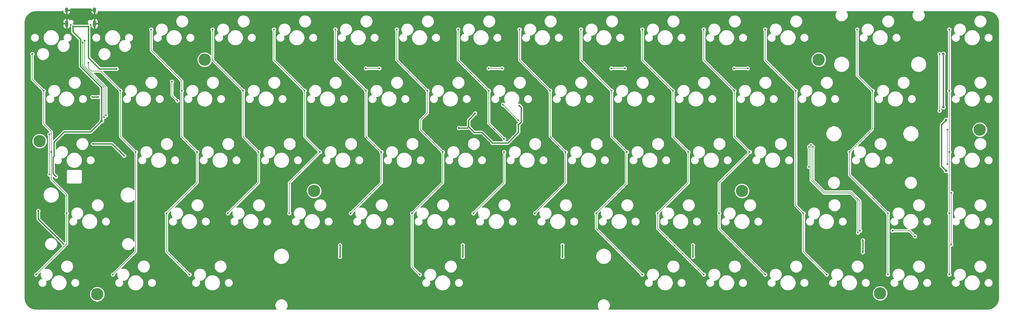
<source format=gbr>
G04 #@! TF.GenerationSoftware,KiCad,Pcbnew,(5.1.10)-1*
G04 #@! TF.CreationDate,2022-02-11T01:48:36+07:00*
G04 #@! TF.ProjectId,uso!VNC,75736f21-564e-4432-9e6b-696361645f70,rev?*
G04 #@! TF.SameCoordinates,Original*
G04 #@! TF.FileFunction,Copper,L1,Top*
G04 #@! TF.FilePolarity,Positive*
%FSLAX45Y45*%
G04 Gerber Fmt 4.5, Leading zero omitted, Abs format (unit mm)*
G04 Created by KiCad (PCBNEW (5.1.10)-1) date 2022-02-11 01:48:36*
%MOMM*%
%LPD*%
G01*
G04 APERTURE LIST*
G04 #@! TA.AperFunction,ComponentPad*
%ADD10C,3.800000*%
G04 #@! TD*
G04 #@! TA.AperFunction,ComponentPad*
%ADD11O,1.000000X1.600000*%
G04 #@! TD*
G04 #@! TA.AperFunction,ComponentPad*
%ADD12O,1.000000X2.100000*%
G04 #@! TD*
G04 #@! TA.AperFunction,ViaPad*
%ADD13C,0.600000*%
G04 #@! TD*
G04 #@! TA.AperFunction,ViaPad*
%ADD14C,0.800000*%
G04 #@! TD*
G04 #@! TA.AperFunction,Conductor*
%ADD15C,0.400000*%
G04 #@! TD*
G04 #@! TA.AperFunction,Conductor*
%ADD16C,0.200000*%
G04 #@! TD*
G04 #@! TA.AperFunction,Conductor*
%ADD17C,0.254000*%
G04 #@! TD*
G04 #@! TA.AperFunction,Conductor*
%ADD18C,0.100000*%
G04 #@! TD*
G04 APERTURE END LIST*
D10*
X13870839Y-8572536D03*
X27146364Y-8572568D03*
X10477526Y-4494621D03*
X29527574Y-4494621D03*
X5357826Y-7024705D03*
X31432579Y-11757451D03*
X7143780Y-11787237D03*
X34528270Y-6667573D03*
D11*
X7061400Y-2954940D03*
X6197400Y-2954940D03*
D12*
X7061400Y-3372940D03*
X6197400Y-3372940D03*
D13*
X6994939Y-5655483D03*
X7173534Y-5655483D03*
X7977208Y-7484785D03*
X7013575Y-7112000D03*
X7233076Y-10179869D03*
X20925287Y-5863843D03*
X20806224Y-5953140D03*
X20478802Y-5923374D03*
X7143768Y-4941106D03*
X11519326Y-10179869D03*
X18424968Y-6545872D03*
X18424968Y-6280563D03*
X14674556Y-10626381D03*
X14674556Y-10257553D03*
X18484566Y-10626381D03*
X18484566Y-10257553D03*
X21580199Y-10626381D03*
X21580199Y-10257553D03*
X18871454Y-6161500D03*
X6871900Y-3464440D03*
X6386900Y-3464440D03*
X7745956Y-4781106D03*
D14*
X7282128Y-6400337D03*
D13*
X25628268Y-10257526D03*
X25628268Y-10626355D03*
X30896797Y-10108698D03*
X30896797Y-10477526D03*
X5316889Y-9190727D03*
X6097602Y-10224131D03*
X20240676Y-5923374D03*
X20210910Y-6518688D03*
X19407236Y-7084237D03*
X18365437Y-6615872D03*
X18663094Y-6578220D03*
D14*
X33397115Y-4316027D03*
X33397115Y-5964860D03*
D13*
X5865807Y-8128000D03*
D14*
X33482115Y-6369860D03*
X33486412Y-7947442D03*
D13*
X30724000Y-3556003D03*
X31200250Y-5461000D03*
X30485875Y-7366000D03*
X31676500Y-9271000D03*
X31676500Y-11176000D03*
X28819000Y-5461000D03*
X29057125Y-9271000D03*
X29771500Y-11176000D03*
X27866500Y-3556000D03*
X26914000Y-5461000D03*
X27390250Y-7366000D03*
X26437750Y-9271000D03*
X27866620Y-11176048D03*
X25961500Y-3556000D03*
X25009000Y-5461000D03*
X25485250Y-7366000D03*
X24532750Y-9271000D03*
X25961612Y-11176048D03*
X24056500Y-3556000D03*
X23104000Y-5461000D03*
X23580250Y-7366000D03*
X22627750Y-9271000D03*
X24056604Y-11176048D03*
X22151500Y-3556000D03*
X21199000Y-5461000D03*
X21675250Y-7366000D03*
X20722750Y-9271000D03*
X20246500Y-3556000D03*
X19294000Y-5461000D03*
X18341500Y-3556000D03*
X18817750Y-9271000D03*
X19770250Y-7366000D03*
X19770250Y-6956185D03*
X17389000Y-5461000D03*
X17865250Y-7366000D03*
X16912750Y-9271000D03*
X16436500Y-3556000D03*
X17150875Y-11176000D03*
X15484000Y-5461000D03*
X15960250Y-7366000D03*
X15007750Y-9271000D03*
X14531500Y-3556000D03*
X13579000Y-5461000D03*
X14055250Y-7366000D03*
X13102750Y-9271000D03*
X12626500Y-3556000D03*
X11674000Y-5461000D03*
X12150250Y-7366000D03*
X11197750Y-9271000D03*
X10721500Y-3556000D03*
X8816500Y-3556000D03*
X9769000Y-5461000D03*
X10245250Y-7366000D03*
X9292750Y-9271000D03*
X10007125Y-11176000D03*
X33581500Y-11176000D03*
X33581500Y-9271000D03*
X33581500Y-7366000D03*
X33581500Y-5461000D03*
X33581500Y-3556000D03*
X19734659Y-5893609D03*
X20210910Y-6369860D03*
X29229917Y-7203299D03*
X29229917Y-7828379D03*
X29289917Y-7143768D03*
X30747961Y-9868618D03*
X29349917Y-7203299D03*
X30811300Y-9808618D03*
X31819533Y-9808618D03*
X32517739Y-9985104D03*
X33278053Y-4316027D03*
X33278053Y-6083923D03*
X33641500Y-10239401D03*
X33641500Y-8632053D03*
X33521500Y-6667516D03*
X33521500Y-7745475D03*
X19288174Y-4762512D03*
X19704893Y-4762512D03*
X23098183Y-4762512D03*
X23514903Y-4762512D03*
X26908193Y-4762512D03*
X27324913Y-4762512D03*
X9465493Y-5176655D03*
X9630493Y-5774546D03*
X15478164Y-4762512D03*
X15894884Y-4762512D03*
X5482750Y-5461000D03*
X5130800Y-4318003D03*
X5720875Y-7366000D03*
X6197125Y-9271000D03*
X5244625Y-11176000D03*
X7864000Y-5461000D03*
X6875877Y-4583918D03*
X8340250Y-7366000D03*
X7625875Y-11176000D03*
X6757282Y-3902269D03*
X7412128Y-6223994D03*
X6697282Y-3958838D03*
X7352128Y-6280563D03*
X5660875Y-8069019D03*
X5660875Y-6816345D03*
D15*
X6994939Y-5655483D02*
X7173534Y-5655483D01*
X7604423Y-7112000D02*
X7977208Y-7484785D01*
X7013575Y-7112000D02*
X7604423Y-7112000D01*
X14674556Y-10257553D02*
X14674556Y-10626381D01*
X18484566Y-10257553D02*
X18484566Y-10626381D01*
X21580199Y-10257553D02*
X21580199Y-10626381D01*
X6871900Y-3464440D02*
X6386900Y-3464440D01*
X6871900Y-4431112D02*
X7221894Y-4781106D01*
X7221894Y-4781106D02*
X7745956Y-4781106D01*
X6871900Y-3464440D02*
X6871900Y-4431112D01*
X6386900Y-3618690D02*
X6386900Y-3464440D01*
X6627282Y-4705747D02*
X6627282Y-3859072D01*
X6627282Y-3859072D02*
X6386900Y-3618690D01*
X7282128Y-5360592D02*
X6627282Y-4705747D01*
X7282128Y-6400337D02*
X7282128Y-5360592D01*
X25628268Y-10257526D02*
X25628268Y-10626355D01*
X30896797Y-10108698D02*
X30896797Y-10477526D01*
X30896797Y-10477526D02*
X30896797Y-10477526D01*
X5316889Y-9443418D02*
X6097602Y-10224131D01*
X5316889Y-9190727D02*
X5316889Y-9443418D01*
X18663094Y-6369860D02*
X18871454Y-6161500D01*
X18663094Y-6578220D02*
X18663094Y-6369860D01*
X20300207Y-6429391D02*
X20210910Y-6518688D01*
X20300207Y-5982906D02*
X20300207Y-6429391D01*
X20240676Y-5923374D02*
X20300207Y-5982906D01*
X18625442Y-6615872D02*
X18663094Y-6578220D01*
X18365437Y-6615872D02*
X18625442Y-6615872D01*
X19883488Y-7084237D02*
X19407236Y-7084237D01*
X20210910Y-6756814D02*
X19883488Y-7084237D01*
X20210910Y-6518688D02*
X20210910Y-6756814D01*
X18841688Y-6756814D02*
X18663094Y-6578220D01*
X19079814Y-6756814D02*
X18841688Y-6756814D01*
X19407236Y-7084237D02*
X19079814Y-6756814D01*
X33397115Y-4316027D02*
X33397115Y-5964860D01*
X5770876Y-7527052D02*
X5770876Y-8033069D01*
X5804311Y-7493617D02*
X5770876Y-7527052D01*
X5770876Y-8033069D02*
X5865807Y-8128000D01*
X5804311Y-7054471D02*
X5804311Y-7493617D01*
X6119892Y-6738890D02*
X5804311Y-7054471D01*
X6943575Y-6738890D02*
X6119892Y-6738890D01*
X7282128Y-6400337D02*
X6943575Y-6738890D01*
X33482115Y-6369860D02*
X33337584Y-6514391D01*
X33337584Y-7798613D02*
X33486412Y-7947442D01*
X33337584Y-6514391D02*
X33337584Y-7798613D01*
D16*
X30724000Y-4984750D02*
X31200250Y-5461000D01*
X30724000Y-3556003D02*
X30724000Y-4984750D01*
X31200250Y-6651625D02*
X30485875Y-7366000D01*
X31200250Y-5461000D02*
X31200250Y-6651625D01*
X30485875Y-8080375D02*
X31676500Y-9271000D01*
X30485875Y-7366000D02*
X30485875Y-8080375D01*
X31676500Y-9271000D02*
X31676500Y-11176000D01*
X28819000Y-9032875D02*
X29057125Y-9271000D01*
X28819000Y-5461000D02*
X28819000Y-9032875D01*
X29057125Y-10461625D02*
X29771500Y-11176000D01*
X29057125Y-9271000D02*
X29057125Y-10461625D01*
X27866500Y-4508500D02*
X27866500Y-3556000D01*
X28819000Y-5461000D02*
X27866500Y-4508500D01*
X26914000Y-6889750D02*
X27390250Y-7366000D01*
X26914000Y-5461000D02*
X26914000Y-6889750D01*
X26437750Y-8318500D02*
X26437750Y-9271000D01*
X27390250Y-7366000D02*
X26437750Y-8318500D01*
X26437750Y-9747178D02*
X27866620Y-11176048D01*
X26437750Y-9271000D02*
X26437750Y-9747178D01*
X25961500Y-4508500D02*
X25961500Y-3556000D01*
X26914000Y-5461000D02*
X25961500Y-4508500D01*
X25009000Y-6889750D02*
X25485250Y-7366000D01*
X25009000Y-5461000D02*
X25009000Y-6889750D01*
X25485250Y-8318500D02*
X24532750Y-9271000D01*
X25485250Y-7366000D02*
X25485250Y-8318500D01*
X24532750Y-9747186D02*
X25961612Y-11176048D01*
X24532750Y-9271000D02*
X24532750Y-9747186D01*
X24056500Y-4508500D02*
X24056500Y-3556000D01*
X25009000Y-5461000D02*
X24056500Y-4508500D01*
X23104000Y-5461000D02*
X23104000Y-6889750D01*
X23555523Y-8343227D02*
X22627750Y-9271000D01*
X23555523Y-7341273D02*
X23555523Y-8343227D01*
X23104000Y-6889750D02*
X23555523Y-7341273D01*
X23555523Y-7341273D02*
X23580250Y-7366000D01*
X22627750Y-9747194D02*
X24056604Y-11176048D01*
X22627750Y-9271000D02*
X22627750Y-9747194D01*
X22151500Y-4508500D02*
X22151500Y-3556000D01*
X23104000Y-5461000D02*
X22151500Y-4508500D01*
X21199000Y-6889750D02*
X21675250Y-7366000D01*
X21199000Y-5461000D02*
X21199000Y-6889750D01*
X21675250Y-8318500D02*
X20722750Y-9271000D01*
X21675250Y-7366000D02*
X21675250Y-8318500D01*
X20246500Y-4508500D02*
X20246500Y-3556000D01*
X21199000Y-5461000D02*
X20246500Y-4508500D01*
X18341500Y-4508500D02*
X18341500Y-3556000D01*
X19294000Y-5461000D02*
X18341500Y-4508500D01*
X19770250Y-8318500D02*
X18817750Y-9271000D01*
X19770250Y-7366000D02*
X19770250Y-8318500D01*
X19294000Y-6479935D02*
X19770250Y-6956185D01*
X19294000Y-5461000D02*
X19294000Y-6479935D01*
X17865250Y-8318500D02*
X16912750Y-9271000D01*
X17865250Y-7366000D02*
X17865250Y-8318500D01*
X16436500Y-4508500D02*
X16436500Y-3556000D01*
X17389000Y-5461000D02*
X16436500Y-4508500D01*
X16912750Y-10937875D02*
X17150875Y-11176000D01*
X16912750Y-9271000D02*
X16912750Y-10937875D01*
X17174809Y-6369860D02*
X17174809Y-6675559D01*
X17389000Y-6155669D02*
X17174809Y-6369860D01*
X17389000Y-6889750D02*
X17865250Y-7366000D01*
X17174809Y-6675559D02*
X17389000Y-6889750D01*
X17389000Y-5461000D02*
X17389000Y-6155669D01*
X15484000Y-6889750D02*
X15960250Y-7366000D01*
X15484000Y-5461000D02*
X15484000Y-6889750D01*
X15960250Y-8318500D02*
X15007750Y-9271000D01*
X15960250Y-7366000D02*
X15960250Y-8318500D01*
X14531500Y-4508500D02*
X14531500Y-3556000D01*
X15484000Y-5461000D02*
X14531500Y-4508500D01*
X13579000Y-6889750D02*
X14055250Y-7366000D01*
X13579000Y-5461000D02*
X13579000Y-6889750D01*
X13102750Y-8318500D02*
X13102750Y-9271000D01*
X14055250Y-7366000D02*
X13102750Y-8318500D01*
X12626500Y-4508500D02*
X12626500Y-3556000D01*
X13579000Y-5461000D02*
X12626500Y-4508500D01*
X11674000Y-6889750D02*
X12150250Y-7366000D01*
X11674000Y-5461000D02*
X11674000Y-6889750D01*
X12150250Y-8318500D02*
X11197750Y-9271000D01*
X12150250Y-7366000D02*
X12150250Y-8318500D01*
X10721500Y-4508500D02*
X10721500Y-3556000D01*
X11674000Y-5461000D02*
X10721500Y-4508500D01*
X8816500Y-3556000D02*
X8816500Y-4202817D01*
X9769000Y-5155317D02*
X9769000Y-5461000D01*
X8816500Y-4202817D02*
X9769000Y-5155317D01*
X9769000Y-6889750D02*
X10245250Y-7366000D01*
X9769000Y-5461000D02*
X9769000Y-6889750D01*
X10245250Y-8318500D02*
X9292750Y-9271000D01*
X10245250Y-7366000D02*
X10245250Y-8318500D01*
X9292750Y-10461625D02*
X10007125Y-11176000D01*
X9292750Y-9271000D02*
X9292750Y-10461625D01*
X33581500Y-11176000D02*
X33581500Y-9271000D01*
X33581500Y-9271000D02*
X33581500Y-7366000D01*
X33581500Y-7366000D02*
X33581500Y-5461000D01*
X33581500Y-5461000D02*
X33581500Y-3556000D01*
X19734659Y-5893609D02*
X20210910Y-6369860D01*
X29229917Y-7203299D02*
X29229917Y-7828379D01*
X30747961Y-8870172D02*
X30747961Y-9868618D01*
X30520078Y-8642288D02*
X30747961Y-8870172D01*
X29289917Y-8242606D02*
X29689600Y-8642288D01*
X29289917Y-7143768D02*
X29289917Y-8242606D01*
X29689600Y-8642288D02*
X30520078Y-8642288D01*
X29349917Y-7203299D02*
X29349917Y-7829316D01*
X29349917Y-7829316D02*
X29349917Y-8246036D01*
X29349917Y-8246036D02*
X29706169Y-8602287D01*
X30811300Y-8876941D02*
X30811300Y-9808618D01*
X30536647Y-8602287D02*
X30811300Y-8876941D01*
X29706169Y-8602287D02*
X30536647Y-8602287D01*
X32341253Y-9808618D02*
X32517739Y-9985104D01*
X31819533Y-9808618D02*
X32341253Y-9808618D01*
X33278053Y-4316027D02*
X33278053Y-6083923D01*
X33641500Y-10239401D02*
X33641500Y-8632053D01*
X33521500Y-6667516D02*
X33521500Y-7745475D01*
X19288174Y-4762512D02*
X19704893Y-4762512D01*
X23098183Y-4762512D02*
X23514903Y-4762512D01*
X26908193Y-4762512D02*
X27324913Y-4762512D01*
X9465493Y-5609546D02*
X9630493Y-5774546D01*
X9465493Y-5176655D02*
X9465493Y-5609546D01*
X15478164Y-4762512D02*
X15894884Y-4762512D01*
X5130800Y-5109050D02*
X5482750Y-5461000D01*
X5130800Y-4318003D02*
X5130800Y-5109050D01*
X5482750Y-5461000D02*
X5482750Y-6494784D01*
X5720875Y-6732909D02*
X5720875Y-7366000D01*
X5482750Y-6494784D02*
X5720875Y-6732909D01*
X5720875Y-7366000D02*
X5720875Y-8221194D01*
X6197125Y-8697444D02*
X6197125Y-9271000D01*
X5720875Y-8221194D02*
X6197125Y-8697444D01*
X6197125Y-10223500D02*
X5244625Y-11176000D01*
X6197125Y-9271000D02*
X6197125Y-10223500D01*
X7254809Y-4851809D02*
X7864000Y-5461000D01*
X7254809Y-4851809D02*
X6965174Y-4851809D01*
X6875877Y-4762512D02*
X6875877Y-4583918D01*
X6965174Y-4851809D02*
X6875877Y-4762512D01*
X7864000Y-6889750D02*
X8340250Y-7366000D01*
X7864000Y-5461000D02*
X7864000Y-6889750D01*
X8340250Y-10461625D02*
X7625875Y-11176000D01*
X8340250Y-7366000D02*
X8340250Y-10461625D01*
X6757282Y-4701395D02*
X6757282Y-3902269D01*
X7412128Y-5356241D02*
X6757282Y-4701395D01*
X7412128Y-6223994D02*
X7412128Y-5356241D01*
X6697282Y-4705035D02*
X6697282Y-3958838D01*
X7352128Y-5359880D02*
X6697282Y-4705035D01*
X7352128Y-6280563D02*
X7352128Y-5359880D01*
X5660875Y-8069019D02*
X5660875Y-6816345D01*
D17*
X6947900Y-2942240D02*
X7048700Y-2942240D01*
X7048700Y-2940240D01*
X7074100Y-2940240D01*
X7074100Y-2942240D01*
X7076100Y-2942240D01*
X7076100Y-2967640D01*
X7074100Y-2967640D01*
X7074100Y-3081735D01*
X7091587Y-3094352D01*
X7113898Y-3086368D01*
X7132676Y-3074177D01*
X7148716Y-3058557D01*
X7161400Y-3040108D01*
X7170241Y-3019539D01*
X7174900Y-2997640D01*
X7174900Y-2983557D01*
X7176017Y-2984036D01*
X7176760Y-2984266D01*
X7176761Y-2984266D01*
X7176762Y-2984266D01*
X7191591Y-2988743D01*
X7196549Y-2989725D01*
X7201492Y-2990776D01*
X7202266Y-2990857D01*
X7217684Y-2992369D01*
X7217685Y-2992369D01*
X7220387Y-2992635D01*
X30076793Y-2992635D01*
X30060877Y-3016455D01*
X30045751Y-3052973D01*
X30038040Y-3091740D01*
X30038040Y-3131266D01*
X30045751Y-3170034D01*
X30060877Y-3206551D01*
X30082837Y-3239416D01*
X30110787Y-3267366D01*
X30143652Y-3289326D01*
X30180170Y-3304452D01*
X30218937Y-3312163D01*
X30258463Y-3312163D01*
X30297230Y-3304452D01*
X30333748Y-3289326D01*
X30343999Y-3282476D01*
X31488240Y-3282476D01*
X31488240Y-3321530D01*
X31495859Y-3359833D01*
X31510804Y-3395914D01*
X31532501Y-3428387D01*
X31560117Y-3456002D01*
X31592589Y-3477699D01*
X31628670Y-3492644D01*
X31666973Y-3500263D01*
X31706027Y-3500263D01*
X31744330Y-3492644D01*
X31780411Y-3477699D01*
X31812883Y-3456002D01*
X31840499Y-3428387D01*
X31862196Y-3395914D01*
X31877141Y-3359833D01*
X31884760Y-3321530D01*
X31884760Y-3282476D01*
X31877141Y-3244173D01*
X31862196Y-3208092D01*
X31840499Y-3175620D01*
X31812883Y-3148005D01*
X31780411Y-3126307D01*
X31744330Y-3111362D01*
X31706027Y-3103743D01*
X31666973Y-3103743D01*
X31628670Y-3111362D01*
X31592589Y-3126307D01*
X31560117Y-3148005D01*
X31532501Y-3175620D01*
X31510804Y-3208092D01*
X31495859Y-3244173D01*
X31488240Y-3282476D01*
X30343999Y-3282476D01*
X30366613Y-3267366D01*
X30394563Y-3239416D01*
X30416523Y-3206551D01*
X30431649Y-3170034D01*
X30439360Y-3131266D01*
X30439360Y-3091740D01*
X30431649Y-3052973D01*
X30416523Y-3016455D01*
X30400606Y-2992635D01*
X32464393Y-2992635D01*
X32448477Y-3016455D01*
X32433351Y-3052973D01*
X32425640Y-3091740D01*
X32425640Y-3131266D01*
X32433351Y-3170034D01*
X32448477Y-3206551D01*
X32470437Y-3239416D01*
X32498387Y-3267366D01*
X32531252Y-3289326D01*
X32567770Y-3304452D01*
X32606537Y-3312163D01*
X32646063Y-3312163D01*
X32684830Y-3304452D01*
X32721348Y-3289326D01*
X32731604Y-3282473D01*
X34345740Y-3282473D01*
X34345740Y-3321527D01*
X34353359Y-3359830D01*
X34368304Y-3395911D01*
X34390001Y-3428383D01*
X34417617Y-3455999D01*
X34450089Y-3477696D01*
X34486170Y-3492641D01*
X34524473Y-3500260D01*
X34563527Y-3500260D01*
X34601830Y-3492641D01*
X34637911Y-3477696D01*
X34670383Y-3455999D01*
X34697999Y-3428383D01*
X34719696Y-3395911D01*
X34734641Y-3359830D01*
X34742260Y-3321527D01*
X34742260Y-3282473D01*
X34734641Y-3244170D01*
X34719696Y-3208089D01*
X34697999Y-3175617D01*
X34670383Y-3148001D01*
X34637911Y-3126304D01*
X34601830Y-3111359D01*
X34563527Y-3103740D01*
X34524473Y-3103740D01*
X34486170Y-3111359D01*
X34450089Y-3126304D01*
X34417617Y-3148001D01*
X34390001Y-3175617D01*
X34368304Y-3208089D01*
X34353359Y-3244170D01*
X34345740Y-3282473D01*
X32731604Y-3282473D01*
X32754213Y-3267366D01*
X32782163Y-3239416D01*
X32804123Y-3206551D01*
X32819249Y-3170034D01*
X32826960Y-3131266D01*
X32826960Y-3091740D01*
X32819249Y-3052973D01*
X32804123Y-3016455D01*
X32788206Y-2992635D01*
X34763523Y-2992635D01*
X34832455Y-2999394D01*
X34896137Y-3018621D01*
X34954872Y-3049851D01*
X35006423Y-3091894D01*
X35048825Y-3143150D01*
X35080465Y-3201666D01*
X35100136Y-3265213D01*
X35107365Y-3333993D01*
X35107365Y-11903522D01*
X35100606Y-11972454D01*
X35081379Y-12036137D01*
X35050149Y-12094872D01*
X35008105Y-12146423D01*
X34956849Y-12188826D01*
X34898334Y-12220465D01*
X34834787Y-12240136D01*
X34766007Y-12247365D01*
X23021274Y-12247365D01*
X23037188Y-12223548D01*
X23052314Y-12187030D01*
X23060025Y-12148263D01*
X23060025Y-12108737D01*
X23052314Y-12069970D01*
X23037188Y-12033452D01*
X23015228Y-12000587D01*
X22987278Y-11972637D01*
X22954413Y-11950677D01*
X22917895Y-11935551D01*
X22879128Y-11927840D01*
X22839602Y-11927840D01*
X22800835Y-11935551D01*
X22764317Y-11950677D01*
X22731452Y-11972637D01*
X22703502Y-12000587D01*
X22681542Y-12033452D01*
X22666416Y-12069970D01*
X22658705Y-12108737D01*
X22658705Y-12148263D01*
X22666416Y-12187030D01*
X22681542Y-12223548D01*
X22697456Y-12247365D01*
X13021294Y-12247365D01*
X13037208Y-12223548D01*
X13052334Y-12187030D01*
X13060045Y-12148263D01*
X13060045Y-12108737D01*
X13052334Y-12069970D01*
X13037208Y-12033452D01*
X13015248Y-12000587D01*
X12987298Y-11972637D01*
X12954433Y-11950677D01*
X12917915Y-11935551D01*
X12879148Y-11927840D01*
X12839622Y-11927840D01*
X12800855Y-11935551D01*
X12764337Y-11950677D01*
X12731472Y-11972637D01*
X12703522Y-12000587D01*
X12681562Y-12033452D01*
X12666436Y-12069970D01*
X12658725Y-12108737D01*
X12658725Y-12148263D01*
X12666436Y-12187030D01*
X12681562Y-12223548D01*
X12697476Y-12247365D01*
X5241477Y-12247365D01*
X5172546Y-12240606D01*
X5108863Y-12221379D01*
X5050128Y-12190149D01*
X4998577Y-12148105D01*
X4956174Y-12096849D01*
X4924535Y-12038334D01*
X4904864Y-11974787D01*
X4897635Y-11906006D01*
X4897635Y-11763770D01*
X6905520Y-11763770D01*
X6905520Y-11810704D01*
X6914676Y-11856735D01*
X6932637Y-11900095D01*
X6958711Y-11939119D01*
X6991898Y-11972306D01*
X7030922Y-11998380D01*
X7074282Y-12016341D01*
X7120313Y-12025497D01*
X7167247Y-12025497D01*
X7213278Y-12016341D01*
X7256638Y-11998380D01*
X7295662Y-11972306D01*
X7328849Y-11939119D01*
X7354923Y-11900095D01*
X7372884Y-11856735D01*
X7382040Y-11810704D01*
X7382040Y-11763770D01*
X7376115Y-11733985D01*
X31194319Y-11733985D01*
X31194319Y-11780918D01*
X31203475Y-11826949D01*
X31221436Y-11870310D01*
X31247511Y-11909333D01*
X31280697Y-11942520D01*
X31319721Y-11968595D01*
X31363081Y-11986555D01*
X31409113Y-11995711D01*
X31456046Y-11995711D01*
X31502077Y-11986555D01*
X31545438Y-11968595D01*
X31584461Y-11942520D01*
X31617648Y-11909333D01*
X31643722Y-11870310D01*
X31661683Y-11826949D01*
X31670839Y-11780918D01*
X31670839Y-11733985D01*
X31661683Y-11687954D01*
X31643722Y-11644593D01*
X31617648Y-11605570D01*
X31584461Y-11572383D01*
X31545438Y-11546308D01*
X31502077Y-11528348D01*
X31456046Y-11519191D01*
X31409113Y-11519191D01*
X31363081Y-11528348D01*
X31319721Y-11546308D01*
X31280697Y-11572383D01*
X31247511Y-11605570D01*
X31221436Y-11644593D01*
X31203475Y-11687954D01*
X31194319Y-11733985D01*
X7376115Y-11733985D01*
X7372884Y-11717739D01*
X7354923Y-11674379D01*
X7328849Y-11635355D01*
X7295662Y-11602168D01*
X7256638Y-11576094D01*
X7213278Y-11558133D01*
X7167247Y-11548977D01*
X7120313Y-11548977D01*
X7074282Y-11558133D01*
X7030922Y-11576094D01*
X6991898Y-11602168D01*
X6958711Y-11635355D01*
X6932637Y-11674379D01*
X6914676Y-11717739D01*
X6905520Y-11763770D01*
X4897635Y-11763770D01*
X4897635Y-10203737D01*
X5511165Y-10203737D01*
X5511165Y-10243263D01*
X5518876Y-10282030D01*
X5534002Y-10318548D01*
X5555962Y-10351413D01*
X5583912Y-10379363D01*
X5616777Y-10401323D01*
X5653295Y-10416449D01*
X5692062Y-10424160D01*
X5731588Y-10424160D01*
X5770355Y-10416449D01*
X5806873Y-10401323D01*
X5839738Y-10379363D01*
X5867688Y-10351413D01*
X5889648Y-10318548D01*
X5904774Y-10282030D01*
X5912485Y-10243263D01*
X5912485Y-10203737D01*
X5904774Y-10164970D01*
X5889648Y-10128452D01*
X5867688Y-10095587D01*
X5839738Y-10067637D01*
X5806873Y-10045677D01*
X5770355Y-10030551D01*
X5731588Y-10022840D01*
X5692062Y-10022840D01*
X5653295Y-10030551D01*
X5616777Y-10045677D01*
X5583912Y-10067637D01*
X5555962Y-10095587D01*
X5534002Y-10128452D01*
X5518876Y-10164970D01*
X5511165Y-10203737D01*
X4897635Y-10203737D01*
X4897635Y-8675109D01*
X5464175Y-8675109D01*
X5464175Y-8723891D01*
X5473692Y-8771737D01*
X5492360Y-8816806D01*
X5519463Y-8857368D01*
X5553957Y-8891862D01*
X5594519Y-8918965D01*
X5639588Y-8937633D01*
X5687434Y-8947150D01*
X5736216Y-8947150D01*
X5784062Y-8937633D01*
X5829131Y-8918965D01*
X5869693Y-8891862D01*
X5904187Y-8857368D01*
X5931290Y-8816806D01*
X5949958Y-8771737D01*
X5959475Y-8723891D01*
X5959475Y-8675109D01*
X5949958Y-8627263D01*
X5931290Y-8582194D01*
X5904187Y-8541632D01*
X5869693Y-8507138D01*
X5829131Y-8480035D01*
X5784062Y-8461367D01*
X5736216Y-8451850D01*
X5687434Y-8451850D01*
X5639588Y-8461367D01*
X5594519Y-8480035D01*
X5553957Y-8507138D01*
X5519463Y-8541632D01*
X5492360Y-8582194D01*
X5473692Y-8627263D01*
X5464175Y-8675109D01*
X4897635Y-8675109D01*
X4897635Y-7001239D01*
X5119566Y-7001239D01*
X5119566Y-7048172D01*
X5128722Y-7094203D01*
X5146683Y-7137564D01*
X5172757Y-7176587D01*
X5205944Y-7209774D01*
X5244968Y-7235848D01*
X5288328Y-7253809D01*
X5334359Y-7262965D01*
X5381293Y-7262965D01*
X5427324Y-7253809D01*
X5470684Y-7235848D01*
X5509708Y-7209774D01*
X5542895Y-7176587D01*
X5568969Y-7137564D01*
X5586930Y-7094203D01*
X5596086Y-7048172D01*
X5596086Y-7001239D01*
X5586930Y-6955207D01*
X5568969Y-6911847D01*
X5542895Y-6872823D01*
X5509708Y-6839637D01*
X5470684Y-6813562D01*
X5427324Y-6795601D01*
X5381293Y-6786445D01*
X5334359Y-6786445D01*
X5288328Y-6795601D01*
X5244968Y-6813562D01*
X5205944Y-6839637D01*
X5172757Y-6872823D01*
X5146683Y-6911847D01*
X5128722Y-6955207D01*
X5119566Y-7001239D01*
X4897635Y-7001239D01*
X4897635Y-4310295D01*
X5052540Y-4310295D01*
X5052540Y-4325711D01*
X5055548Y-4340831D01*
X5061447Y-4355073D01*
X5070012Y-4367891D01*
X5072540Y-4370420D01*
X5072540Y-5106189D01*
X5072258Y-5109050D01*
X5073383Y-5120471D01*
X5076714Y-5131453D01*
X5077495Y-5132914D01*
X5082124Y-5141574D01*
X5089405Y-5150445D01*
X5091627Y-5152269D01*
X5404490Y-5465132D01*
X5404490Y-5468708D01*
X5407498Y-5483828D01*
X5413397Y-5498070D01*
X5421962Y-5510888D01*
X5424490Y-5513416D01*
X5424490Y-6491922D01*
X5424208Y-6494784D01*
X5425333Y-6506205D01*
X5428664Y-6517187D01*
X5429691Y-6519108D01*
X5434074Y-6527308D01*
X5441355Y-6536179D01*
X5443577Y-6538003D01*
X5645237Y-6739663D01*
X5638047Y-6741093D01*
X5623805Y-6746992D01*
X5610987Y-6755557D01*
X5600086Y-6766457D01*
X5591522Y-6779275D01*
X5585623Y-6793518D01*
X5582615Y-6808637D01*
X5582615Y-6824053D01*
X5585623Y-6839173D01*
X5591522Y-6853415D01*
X5600086Y-6866233D01*
X5602615Y-6868762D01*
X5602615Y-8016603D01*
X5600086Y-8019132D01*
X5591522Y-8031949D01*
X5585623Y-8046192D01*
X5582615Y-8061312D01*
X5582615Y-8076727D01*
X5585623Y-8091847D01*
X5591522Y-8106089D01*
X5600086Y-8118907D01*
X5610987Y-8129808D01*
X5623805Y-8138373D01*
X5638047Y-8144272D01*
X5653167Y-8147279D01*
X5662615Y-8147279D01*
X5662615Y-8218332D01*
X5662333Y-8221194D01*
X5663458Y-8232615D01*
X5666789Y-8243597D01*
X5668093Y-8246036D01*
X5672199Y-8253718D01*
X5675268Y-8257457D01*
X5677321Y-8259958D01*
X5679480Y-8262589D01*
X5681702Y-8264413D01*
X6138865Y-8721576D01*
X6138865Y-9218584D01*
X6136336Y-9221112D01*
X6127772Y-9233930D01*
X6121872Y-9248172D01*
X6118865Y-9263292D01*
X6118865Y-9278708D01*
X6121872Y-9293828D01*
X6127772Y-9308070D01*
X6136336Y-9320888D01*
X6138865Y-9323416D01*
X6138865Y-10157580D01*
X6134672Y-10154778D01*
X6120429Y-10148878D01*
X6118500Y-10148495D01*
X5385149Y-9415144D01*
X5385149Y-9229433D01*
X5386242Y-9227797D01*
X5392141Y-9213555D01*
X5395149Y-9198435D01*
X5395149Y-9183019D01*
X5392141Y-9167899D01*
X5386242Y-9153657D01*
X5377677Y-9140839D01*
X5366777Y-9129938D01*
X5353959Y-9121374D01*
X5339716Y-9115474D01*
X5324597Y-9112467D01*
X5309181Y-9112467D01*
X5294061Y-9115474D01*
X5279819Y-9121374D01*
X5267001Y-9129938D01*
X5256100Y-9140839D01*
X5247536Y-9153657D01*
X5241636Y-9167899D01*
X5238629Y-9183019D01*
X5238629Y-9198435D01*
X5241636Y-9213555D01*
X5247536Y-9227797D01*
X5248629Y-9229433D01*
X5248629Y-9440064D01*
X5248299Y-9443418D01*
X5249617Y-9456799D01*
X5253397Y-9469260D01*
X5253520Y-9469666D01*
X5259858Y-9481525D01*
X5268388Y-9491918D01*
X5270993Y-9494056D01*
X6021965Y-10245029D01*
X6022349Y-10246958D01*
X6028249Y-10261201D01*
X6036813Y-10274019D01*
X6047714Y-10284919D01*
X6051071Y-10287162D01*
X5240493Y-11097740D01*
X5236917Y-11097740D01*
X5221797Y-11100748D01*
X5207555Y-11106647D01*
X5194737Y-11115212D01*
X5183837Y-11126112D01*
X5175272Y-11138930D01*
X5169373Y-11153172D01*
X5166365Y-11168292D01*
X5166365Y-11183708D01*
X5169373Y-11198828D01*
X5175272Y-11213070D01*
X5183837Y-11225888D01*
X5194737Y-11236788D01*
X5207555Y-11245353D01*
X5221797Y-11251252D01*
X5236917Y-11254260D01*
X5252333Y-11254260D01*
X5267453Y-11251252D01*
X5281695Y-11245353D01*
X5294513Y-11236788D01*
X5305414Y-11225888D01*
X5313978Y-11213070D01*
X5319878Y-11198828D01*
X5322885Y-11183708D01*
X5322885Y-11180132D01*
X5380649Y-11122368D01*
X5373865Y-11156473D01*
X5373865Y-11195527D01*
X5381484Y-11233830D01*
X5396429Y-11269911D01*
X5414922Y-11297588D01*
X5405525Y-11299457D01*
X5380819Y-11309691D01*
X5358583Y-11324548D01*
X5339673Y-11343458D01*
X5324816Y-11365693D01*
X5314582Y-11390400D01*
X5309365Y-11416629D01*
X5309365Y-11443371D01*
X5314582Y-11469600D01*
X5324816Y-11494306D01*
X5339673Y-11516542D01*
X5358583Y-11535452D01*
X5380819Y-11550309D01*
X5405525Y-11560543D01*
X5431754Y-11565760D01*
X5458496Y-11565760D01*
X5484725Y-11560543D01*
X5509432Y-11550309D01*
X5531667Y-11535452D01*
X5550577Y-11516542D01*
X5565434Y-11494306D01*
X5575668Y-11469600D01*
X5580885Y-11443371D01*
X5580885Y-11416629D01*
X5578693Y-11405609D01*
X5705475Y-11405609D01*
X5705475Y-11454391D01*
X5714992Y-11502237D01*
X5733660Y-11547306D01*
X5760763Y-11587868D01*
X5795257Y-11622362D01*
X5835819Y-11649465D01*
X5880888Y-11668133D01*
X5928734Y-11677650D01*
X5977516Y-11677650D01*
X6025362Y-11668133D01*
X6070431Y-11649465D01*
X6110993Y-11622362D01*
X6145487Y-11587868D01*
X6172590Y-11547306D01*
X6191258Y-11502237D01*
X6200775Y-11454391D01*
X6200775Y-11416629D01*
X6325365Y-11416629D01*
X6325365Y-11443371D01*
X6330582Y-11469600D01*
X6340816Y-11494306D01*
X6355673Y-11516542D01*
X6374583Y-11535452D01*
X6396818Y-11550309D01*
X6421525Y-11560543D01*
X6447754Y-11565760D01*
X6474496Y-11565760D01*
X6500725Y-11560543D01*
X6525431Y-11550309D01*
X6547667Y-11535452D01*
X6566577Y-11516542D01*
X6581434Y-11494306D01*
X6591668Y-11469600D01*
X6596885Y-11443371D01*
X6596885Y-11416629D01*
X6591668Y-11390400D01*
X6581434Y-11365693D01*
X6566577Y-11343458D01*
X6547667Y-11324548D01*
X6525431Y-11309691D01*
X6500725Y-11299457D01*
X6474496Y-11294240D01*
X6447754Y-11294240D01*
X6421525Y-11299457D01*
X6396818Y-11309691D01*
X6374583Y-11324548D01*
X6355673Y-11343458D01*
X6340816Y-11365693D01*
X6330582Y-11390400D01*
X6325365Y-11416629D01*
X6200775Y-11416629D01*
X6200775Y-11405609D01*
X6191258Y-11357763D01*
X6172590Y-11312694D01*
X6145487Y-11272132D01*
X6110993Y-11237638D01*
X6070431Y-11210535D01*
X6025362Y-11191867D01*
X5977516Y-11182350D01*
X5928734Y-11182350D01*
X5880888Y-11191867D01*
X5835819Y-11210535D01*
X5795257Y-11237638D01*
X5760763Y-11272132D01*
X5733660Y-11312694D01*
X5714992Y-11357763D01*
X5705475Y-11405609D01*
X5578693Y-11405609D01*
X5575668Y-11390400D01*
X5568982Y-11374260D01*
X5591652Y-11374260D01*
X5629955Y-11366641D01*
X5666036Y-11351696D01*
X5698508Y-11329999D01*
X5726124Y-11302383D01*
X5747821Y-11269911D01*
X5762766Y-11233830D01*
X5770385Y-11195527D01*
X5770385Y-11156473D01*
X5762766Y-11118170D01*
X5747821Y-11082089D01*
X5726124Y-11049617D01*
X5698508Y-11022001D01*
X5666036Y-11000304D01*
X5629955Y-10985359D01*
X5591652Y-10977740D01*
X5552598Y-10977740D01*
X5518493Y-10984524D01*
X5600544Y-10902473D01*
X6008865Y-10902473D01*
X6008865Y-10941527D01*
X6016484Y-10979830D01*
X6031429Y-11015911D01*
X6053126Y-11048383D01*
X6080742Y-11075999D01*
X6113214Y-11097696D01*
X6149295Y-11112641D01*
X6187598Y-11120260D01*
X6226652Y-11120260D01*
X6264955Y-11112641D01*
X6301036Y-11097696D01*
X6333508Y-11075999D01*
X6361124Y-11048383D01*
X6382821Y-11015911D01*
X6397766Y-10979830D01*
X6405385Y-10941527D01*
X6405385Y-10902473D01*
X6397766Y-10864170D01*
X6382821Y-10828089D01*
X6361124Y-10795617D01*
X6333508Y-10768001D01*
X6301036Y-10746304D01*
X6264955Y-10731359D01*
X6226652Y-10723740D01*
X6187598Y-10723740D01*
X6149295Y-10731359D01*
X6113214Y-10746304D01*
X6080742Y-10768001D01*
X6053126Y-10795617D01*
X6031429Y-10828089D01*
X6016484Y-10864170D01*
X6008865Y-10902473D01*
X5600544Y-10902473D01*
X6236298Y-10266719D01*
X6238520Y-10264895D01*
X6245801Y-10256024D01*
X6251211Y-10245903D01*
X6254542Y-10234921D01*
X6255385Y-10226361D01*
X6255385Y-10226360D01*
X6255667Y-10223500D01*
X6255385Y-10220640D01*
X6255385Y-9511629D01*
X6261865Y-9511629D01*
X6261865Y-9538371D01*
X6267082Y-9564600D01*
X6277316Y-9589307D01*
X6292173Y-9611542D01*
X6311083Y-9630452D01*
X6333318Y-9645309D01*
X6358025Y-9655543D01*
X6384254Y-9660760D01*
X6410996Y-9660760D01*
X6437225Y-9655543D01*
X6461931Y-9645309D01*
X6484167Y-9630452D01*
X6503077Y-9611542D01*
X6517934Y-9589307D01*
X6528168Y-9564600D01*
X6533385Y-9538371D01*
X6533385Y-9511629D01*
X6531193Y-9500609D01*
X6657975Y-9500609D01*
X6657975Y-9549391D01*
X6667492Y-9597237D01*
X6686160Y-9642306D01*
X6713263Y-9682868D01*
X6747757Y-9717362D01*
X6788319Y-9744465D01*
X6833388Y-9763133D01*
X6881234Y-9772650D01*
X6930016Y-9772650D01*
X6977862Y-9763133D01*
X7022931Y-9744465D01*
X7063493Y-9717362D01*
X7097987Y-9682868D01*
X7125090Y-9642306D01*
X7143758Y-9597237D01*
X7153275Y-9549391D01*
X7153275Y-9511629D01*
X7277865Y-9511629D01*
X7277865Y-9538371D01*
X7283082Y-9564600D01*
X7293316Y-9589307D01*
X7308173Y-9611542D01*
X7327083Y-9630452D01*
X7349318Y-9645309D01*
X7374025Y-9655543D01*
X7400254Y-9660760D01*
X7426996Y-9660760D01*
X7453225Y-9655543D01*
X7477931Y-9645309D01*
X7500167Y-9630452D01*
X7519077Y-9611542D01*
X7533934Y-9589307D01*
X7544168Y-9564600D01*
X7549385Y-9538371D01*
X7549385Y-9511629D01*
X7544168Y-9485400D01*
X7533934Y-9460694D01*
X7519077Y-9438458D01*
X7500167Y-9419548D01*
X7477931Y-9404691D01*
X7453225Y-9394457D01*
X7426996Y-9389240D01*
X7400254Y-9389240D01*
X7374025Y-9394457D01*
X7349318Y-9404691D01*
X7327083Y-9419548D01*
X7308173Y-9438458D01*
X7293316Y-9460694D01*
X7283082Y-9485400D01*
X7277865Y-9511629D01*
X7153275Y-9511629D01*
X7153275Y-9500609D01*
X7143758Y-9452763D01*
X7125090Y-9407694D01*
X7097987Y-9367132D01*
X7063493Y-9332638D01*
X7022931Y-9305535D01*
X6977862Y-9286867D01*
X6930016Y-9277350D01*
X6881234Y-9277350D01*
X6833388Y-9286867D01*
X6788319Y-9305535D01*
X6747757Y-9332638D01*
X6713263Y-9367132D01*
X6686160Y-9407694D01*
X6667492Y-9452763D01*
X6657975Y-9500609D01*
X6531193Y-9500609D01*
X6528168Y-9485400D01*
X6521482Y-9469260D01*
X6544152Y-9469260D01*
X6582455Y-9461641D01*
X6618536Y-9446696D01*
X6651008Y-9424999D01*
X6678624Y-9397383D01*
X6700321Y-9364911D01*
X6715266Y-9328830D01*
X6722885Y-9290527D01*
X6722885Y-9251473D01*
X6715266Y-9213170D01*
X6700321Y-9177089D01*
X6678624Y-9144617D01*
X6651008Y-9117001D01*
X6618536Y-9095304D01*
X6582455Y-9080359D01*
X6544152Y-9072740D01*
X6505098Y-9072740D01*
X6466795Y-9080359D01*
X6430714Y-9095304D01*
X6398242Y-9117001D01*
X6370626Y-9144617D01*
X6348929Y-9177089D01*
X6333984Y-9213170D01*
X6326365Y-9251473D01*
X6326365Y-9290527D01*
X6333984Y-9328830D01*
X6348929Y-9364911D01*
X6367422Y-9392588D01*
X6358025Y-9394457D01*
X6333318Y-9404691D01*
X6311083Y-9419548D01*
X6292173Y-9438458D01*
X6277316Y-9460694D01*
X6267082Y-9485400D01*
X6261865Y-9511629D01*
X6255385Y-9511629D01*
X6255385Y-9323416D01*
X6257913Y-9320888D01*
X6266478Y-9308070D01*
X6272377Y-9293828D01*
X6275385Y-9278708D01*
X6275385Y-9263292D01*
X6272377Y-9248172D01*
X6266478Y-9233930D01*
X6257913Y-9221112D01*
X6255385Y-9218584D01*
X6255385Y-8997473D01*
X6961365Y-8997473D01*
X6961365Y-9036527D01*
X6968984Y-9074830D01*
X6983929Y-9110911D01*
X7005626Y-9143383D01*
X7033242Y-9170999D01*
X7065714Y-9192696D01*
X7101795Y-9207641D01*
X7140098Y-9215260D01*
X7179152Y-9215260D01*
X7217455Y-9207641D01*
X7253536Y-9192696D01*
X7286008Y-9170999D01*
X7313624Y-9143383D01*
X7335321Y-9110911D01*
X7350266Y-9074830D01*
X7357885Y-9036527D01*
X7357885Y-8997473D01*
X7350266Y-8959170D01*
X7335321Y-8923089D01*
X7313624Y-8890617D01*
X7286008Y-8863001D01*
X7253536Y-8841304D01*
X7217455Y-8826359D01*
X7179152Y-8818740D01*
X7140098Y-8818740D01*
X7101795Y-8826359D01*
X7065714Y-8841304D01*
X7033242Y-8863001D01*
X7005626Y-8890617D01*
X6983929Y-8923089D01*
X6968984Y-8959170D01*
X6961365Y-8997473D01*
X6255385Y-8997473D01*
X6255385Y-8700304D01*
X6255667Y-8697444D01*
X6255385Y-8694583D01*
X6255385Y-8694583D01*
X6254542Y-8686023D01*
X6254386Y-8685507D01*
X6251211Y-8675041D01*
X6248047Y-8669123D01*
X6245801Y-8664920D01*
X6238520Y-8656049D01*
X6236298Y-8654225D01*
X5779135Y-8197062D01*
X5779135Y-8137862D01*
X5790170Y-8148898D01*
X5790554Y-8150828D01*
X5796454Y-8165070D01*
X5805018Y-8177888D01*
X5815919Y-8188788D01*
X5828737Y-8197353D01*
X5842979Y-8203252D01*
X5858099Y-8206260D01*
X5873515Y-8206260D01*
X5888634Y-8203252D01*
X5902877Y-8197353D01*
X5915695Y-8188788D01*
X5926595Y-8177888D01*
X5935160Y-8165070D01*
X5941059Y-8150828D01*
X5944067Y-8135708D01*
X5944067Y-8120292D01*
X5941059Y-8105172D01*
X5935160Y-8090930D01*
X5926595Y-8078112D01*
X5915695Y-8067211D01*
X5902877Y-8058647D01*
X5888634Y-8052747D01*
X5886705Y-8052364D01*
X5839136Y-8004795D01*
X5839136Y-7958000D01*
X6183345Y-7958000D01*
X6183615Y-7960738D01*
X6183615Y-8295261D01*
X6183345Y-8298000D01*
X6184422Y-8308931D01*
X6187610Y-8319442D01*
X6192788Y-8329128D01*
X6199756Y-8337619D01*
X6208247Y-8344587D01*
X6217933Y-8349765D01*
X6228444Y-8352953D01*
X6236637Y-8353760D01*
X6239375Y-8354030D01*
X6242113Y-8353760D01*
X6616637Y-8353760D01*
X6619375Y-8354030D01*
X6622113Y-8353760D01*
X6630306Y-8352953D01*
X6640817Y-8349765D01*
X6650503Y-8344587D01*
X6658994Y-8337619D01*
X6665962Y-8329128D01*
X6671140Y-8319442D01*
X6674328Y-8308931D01*
X6675405Y-8298000D01*
X6675135Y-8295262D01*
X6675135Y-7960738D01*
X6675405Y-7958000D01*
X6674328Y-7947069D01*
X6671140Y-7936558D01*
X6665962Y-7926872D01*
X6658994Y-7918381D01*
X6650503Y-7911413D01*
X6640817Y-7906235D01*
X6630306Y-7903047D01*
X6622113Y-7902240D01*
X6619375Y-7901970D01*
X6616637Y-7902240D01*
X6242113Y-7902240D01*
X6239375Y-7901970D01*
X6236637Y-7902240D01*
X6228444Y-7903047D01*
X6217933Y-7906235D01*
X6208247Y-7911413D01*
X6199756Y-7918381D01*
X6192788Y-7926872D01*
X6187610Y-7936558D01*
X6184422Y-7947069D01*
X6183345Y-7958000D01*
X5839136Y-7958000D01*
X5839136Y-7728327D01*
X5857068Y-7740309D01*
X5881775Y-7750543D01*
X5908004Y-7755760D01*
X5934746Y-7755760D01*
X5960975Y-7750543D01*
X5985681Y-7740309D01*
X6007917Y-7725452D01*
X6026827Y-7706542D01*
X6041684Y-7684306D01*
X6051918Y-7659600D01*
X6057135Y-7633371D01*
X6057135Y-7606629D01*
X6054943Y-7595609D01*
X6181725Y-7595609D01*
X6181725Y-7644391D01*
X6191242Y-7692237D01*
X6209910Y-7737306D01*
X6237013Y-7777868D01*
X6271507Y-7812362D01*
X6312069Y-7839465D01*
X6357138Y-7858133D01*
X6404984Y-7867650D01*
X6453766Y-7867650D01*
X6501612Y-7858133D01*
X6546681Y-7839465D01*
X6587243Y-7812362D01*
X6621737Y-7777868D01*
X6648840Y-7737306D01*
X6667508Y-7692237D01*
X6677025Y-7644391D01*
X6677025Y-7606629D01*
X6801615Y-7606629D01*
X6801615Y-7633371D01*
X6806832Y-7659600D01*
X6817066Y-7684306D01*
X6831923Y-7706542D01*
X6850833Y-7725452D01*
X6873068Y-7740309D01*
X6897775Y-7750543D01*
X6924004Y-7755760D01*
X6950746Y-7755760D01*
X6976975Y-7750543D01*
X7001681Y-7740309D01*
X7023917Y-7725452D01*
X7042827Y-7706542D01*
X7057684Y-7684306D01*
X7067918Y-7659600D01*
X7073135Y-7633371D01*
X7073135Y-7606629D01*
X7067918Y-7580400D01*
X7057684Y-7555693D01*
X7042827Y-7533458D01*
X7023917Y-7514548D01*
X7001681Y-7499691D01*
X6976975Y-7489457D01*
X6950746Y-7484240D01*
X6924004Y-7484240D01*
X6897775Y-7489457D01*
X6873068Y-7499691D01*
X6850833Y-7514548D01*
X6831923Y-7533458D01*
X6817066Y-7555693D01*
X6806832Y-7580400D01*
X6801615Y-7606629D01*
X6677025Y-7606629D01*
X6677025Y-7595609D01*
X6667508Y-7547763D01*
X6648840Y-7502694D01*
X6621737Y-7462132D01*
X6587243Y-7427638D01*
X6546681Y-7400535D01*
X6501612Y-7381867D01*
X6453766Y-7372350D01*
X6404984Y-7372350D01*
X6357138Y-7381867D01*
X6312069Y-7400535D01*
X6271507Y-7427638D01*
X6237013Y-7462132D01*
X6209910Y-7502694D01*
X6191242Y-7547763D01*
X6181725Y-7595609D01*
X6054943Y-7595609D01*
X6051918Y-7580400D01*
X6045232Y-7564260D01*
X6067902Y-7564260D01*
X6106205Y-7556641D01*
X6142286Y-7541696D01*
X6174758Y-7519999D01*
X6202374Y-7492383D01*
X6224071Y-7459911D01*
X6239016Y-7423830D01*
X6246635Y-7385527D01*
X6246635Y-7346473D01*
X6239016Y-7308170D01*
X6224071Y-7272089D01*
X6202374Y-7239617D01*
X6174758Y-7212001D01*
X6142286Y-7190304D01*
X6106205Y-7175359D01*
X6067902Y-7167740D01*
X6028848Y-7167740D01*
X5990545Y-7175359D01*
X5954464Y-7190304D01*
X5921992Y-7212001D01*
X5894376Y-7239617D01*
X5872679Y-7272089D01*
X5872571Y-7272349D01*
X5872571Y-7092473D01*
X6485115Y-7092473D01*
X6485115Y-7131527D01*
X6492734Y-7169830D01*
X6507679Y-7205911D01*
X6529376Y-7238383D01*
X6556992Y-7265999D01*
X6589464Y-7287696D01*
X6625545Y-7302641D01*
X6663848Y-7310260D01*
X6702902Y-7310260D01*
X6741205Y-7302641D01*
X6777286Y-7287696D01*
X6809758Y-7265999D01*
X6837374Y-7238383D01*
X6859071Y-7205911D01*
X6874016Y-7169830D01*
X6881635Y-7131527D01*
X6881635Y-7104292D01*
X6935315Y-7104292D01*
X6935315Y-7119708D01*
X6938322Y-7134828D01*
X6944222Y-7149070D01*
X6952786Y-7161888D01*
X6963687Y-7172788D01*
X6976505Y-7181353D01*
X6990747Y-7187252D01*
X7005867Y-7190260D01*
X7021283Y-7190260D01*
X7036403Y-7187252D01*
X7050645Y-7181353D01*
X7052281Y-7180260D01*
X7576149Y-7180260D01*
X7901571Y-7505683D01*
X7901955Y-7507612D01*
X7907854Y-7521855D01*
X7916419Y-7534673D01*
X7927320Y-7545573D01*
X7940138Y-7554138D01*
X7954380Y-7560037D01*
X7969500Y-7563045D01*
X7984915Y-7563045D01*
X8000035Y-7560037D01*
X8014278Y-7554138D01*
X8027095Y-7545573D01*
X8037996Y-7534673D01*
X8046561Y-7521855D01*
X8052460Y-7507612D01*
X8055468Y-7492493D01*
X8055468Y-7477077D01*
X8052460Y-7461957D01*
X8046561Y-7447715D01*
X8037996Y-7434897D01*
X8027095Y-7423996D01*
X8014278Y-7415432D01*
X8000035Y-7409532D01*
X7998105Y-7409148D01*
X7655061Y-7066104D01*
X7652923Y-7063499D01*
X7642529Y-7054969D01*
X7630671Y-7048631D01*
X7617804Y-7044728D01*
X7607775Y-7043740D01*
X7604423Y-7043410D01*
X7601070Y-7043740D01*
X7052281Y-7043740D01*
X7050645Y-7042647D01*
X7036403Y-7036747D01*
X7021283Y-7033740D01*
X7005867Y-7033740D01*
X6990747Y-7036747D01*
X6976505Y-7042647D01*
X6963687Y-7051211D01*
X6952786Y-7062112D01*
X6944222Y-7074930D01*
X6938322Y-7089172D01*
X6935315Y-7104292D01*
X6881635Y-7104292D01*
X6881635Y-7092473D01*
X6874016Y-7054170D01*
X6859071Y-7018089D01*
X6837374Y-6985617D01*
X6809758Y-6958001D01*
X6777286Y-6936304D01*
X6741205Y-6921359D01*
X6702902Y-6913740D01*
X6663848Y-6913740D01*
X6625545Y-6921359D01*
X6589464Y-6936304D01*
X6556992Y-6958001D01*
X6529376Y-6985617D01*
X6507679Y-7018089D01*
X6492734Y-7054170D01*
X6485115Y-7092473D01*
X5872571Y-7092473D01*
X5872571Y-7082745D01*
X6148166Y-6807150D01*
X6940222Y-6807150D01*
X6943575Y-6807481D01*
X6946928Y-6807150D01*
X6956956Y-6806163D01*
X6969823Y-6802260D01*
X6981682Y-6795921D01*
X6992075Y-6787391D01*
X6994213Y-6784786D01*
X7290402Y-6488597D01*
X7290821Y-6488597D01*
X7307872Y-6485206D01*
X7323935Y-6478552D01*
X7338390Y-6468894D01*
X7350684Y-6456600D01*
X7360343Y-6442144D01*
X7366996Y-6426082D01*
X7370388Y-6409030D01*
X7370388Y-6391645D01*
X7366996Y-6374593D01*
X7360416Y-6358707D01*
X7374955Y-6355815D01*
X7389198Y-6349916D01*
X7402016Y-6341351D01*
X7412916Y-6330451D01*
X7421481Y-6317633D01*
X7427380Y-6303390D01*
X7427926Y-6300645D01*
X7434955Y-6299246D01*
X7449198Y-6293347D01*
X7462016Y-6284782D01*
X7472916Y-6273882D01*
X7481481Y-6261064D01*
X7487380Y-6246822D01*
X7490388Y-6231702D01*
X7490388Y-6216286D01*
X7487380Y-6201166D01*
X7481481Y-6186924D01*
X7472916Y-6174106D01*
X7470388Y-6171578D01*
X7470388Y-5359100D01*
X7470670Y-5356240D01*
X7470388Y-5353380D01*
X7470388Y-5353379D01*
X7469545Y-5344820D01*
X7466213Y-5333838D01*
X7460804Y-5323716D01*
X7453523Y-5314845D01*
X7451301Y-5313021D01*
X7048348Y-4910069D01*
X7230677Y-4910069D01*
X7785740Y-5465132D01*
X7785740Y-5468708D01*
X7788747Y-5483828D01*
X7794647Y-5498070D01*
X7803211Y-5510888D01*
X7805740Y-5513416D01*
X7805740Y-6886889D01*
X7805458Y-6889750D01*
X7806583Y-6901171D01*
X7809914Y-6912153D01*
X7812433Y-6916864D01*
X7815324Y-6922274D01*
X7822605Y-6931145D01*
X7824827Y-6932969D01*
X8261990Y-7370132D01*
X8261990Y-7373708D01*
X8264997Y-7388828D01*
X8270897Y-7403070D01*
X8279461Y-7415888D01*
X8281990Y-7418416D01*
X8281990Y-8531835D01*
X8257293Y-8507138D01*
X8216731Y-8480035D01*
X8171662Y-8461367D01*
X8123816Y-8451850D01*
X8075034Y-8451850D01*
X8027188Y-8461367D01*
X7982119Y-8480035D01*
X7941557Y-8507138D01*
X7907063Y-8541632D01*
X7879960Y-8582194D01*
X7861292Y-8627263D01*
X7851775Y-8675109D01*
X7851775Y-8723891D01*
X7861292Y-8771737D01*
X7879960Y-8816806D01*
X7907063Y-8857368D01*
X7941557Y-8891862D01*
X7982119Y-8918965D01*
X8027188Y-8937633D01*
X8075034Y-8947150D01*
X8123816Y-8947150D01*
X8171662Y-8937633D01*
X8216731Y-8918965D01*
X8257293Y-8891862D01*
X8281990Y-8867165D01*
X8281990Y-10139901D01*
X8277248Y-10128452D01*
X8255288Y-10095587D01*
X8227338Y-10067637D01*
X8194473Y-10045677D01*
X8157955Y-10030551D01*
X8119188Y-10022840D01*
X8079662Y-10022840D01*
X8040895Y-10030551D01*
X8004377Y-10045677D01*
X7971512Y-10067637D01*
X7943562Y-10095587D01*
X7921602Y-10128452D01*
X7906476Y-10164970D01*
X7898765Y-10203737D01*
X7898765Y-10243263D01*
X7906476Y-10282030D01*
X7921602Y-10318548D01*
X7943562Y-10351413D01*
X7971512Y-10379363D01*
X8004377Y-10401323D01*
X8040895Y-10416449D01*
X8079662Y-10424160D01*
X8119188Y-10424160D01*
X8157955Y-10416449D01*
X8194473Y-10401323D01*
X8227338Y-10379363D01*
X8255288Y-10351413D01*
X8277248Y-10318548D01*
X8281990Y-10307099D01*
X8281990Y-10437493D01*
X7621743Y-11097740D01*
X7618167Y-11097740D01*
X7603047Y-11100748D01*
X7588805Y-11106647D01*
X7575987Y-11115212D01*
X7565086Y-11126112D01*
X7556522Y-11138930D01*
X7550622Y-11153172D01*
X7547615Y-11168292D01*
X7547615Y-11183708D01*
X7550622Y-11198828D01*
X7556522Y-11213070D01*
X7565086Y-11225888D01*
X7575987Y-11236788D01*
X7588805Y-11245353D01*
X7603047Y-11251252D01*
X7618167Y-11254260D01*
X7633583Y-11254260D01*
X7648703Y-11251252D01*
X7662945Y-11245353D01*
X7675763Y-11236788D01*
X7686663Y-11225888D01*
X7695228Y-11213070D01*
X7701127Y-11198828D01*
X7704135Y-11183708D01*
X7704135Y-11180132D01*
X7761899Y-11122368D01*
X7755115Y-11156473D01*
X7755115Y-11195527D01*
X7762734Y-11233830D01*
X7777679Y-11269911D01*
X7796172Y-11297588D01*
X7786775Y-11299457D01*
X7762068Y-11309691D01*
X7739833Y-11324548D01*
X7720923Y-11343458D01*
X7706066Y-11365693D01*
X7695832Y-11390400D01*
X7690615Y-11416629D01*
X7690615Y-11443371D01*
X7695832Y-11469600D01*
X7706066Y-11494306D01*
X7720923Y-11516542D01*
X7739833Y-11535452D01*
X7762068Y-11550309D01*
X7786775Y-11560543D01*
X7813004Y-11565760D01*
X7839746Y-11565760D01*
X7865975Y-11560543D01*
X7890681Y-11550309D01*
X7912917Y-11535452D01*
X7931827Y-11516542D01*
X7946684Y-11494306D01*
X7956918Y-11469600D01*
X7962135Y-11443371D01*
X7962135Y-11416629D01*
X7959943Y-11405609D01*
X8086725Y-11405609D01*
X8086725Y-11454391D01*
X8096242Y-11502237D01*
X8114910Y-11547306D01*
X8142013Y-11587868D01*
X8176507Y-11622362D01*
X8217069Y-11649465D01*
X8262138Y-11668133D01*
X8309984Y-11677650D01*
X8358766Y-11677650D01*
X8406612Y-11668133D01*
X8451681Y-11649465D01*
X8492243Y-11622362D01*
X8526737Y-11587868D01*
X8553840Y-11547306D01*
X8572508Y-11502237D01*
X8582025Y-11454391D01*
X8582025Y-11416629D01*
X8706615Y-11416629D01*
X8706615Y-11443371D01*
X8711832Y-11469600D01*
X8722066Y-11494306D01*
X8736923Y-11516542D01*
X8755833Y-11535452D01*
X8778069Y-11550309D01*
X8802775Y-11560543D01*
X8829004Y-11565760D01*
X8855746Y-11565760D01*
X8881975Y-11560543D01*
X8906682Y-11550309D01*
X8928917Y-11535452D01*
X8947827Y-11516542D01*
X8962684Y-11494306D01*
X8972918Y-11469600D01*
X8978135Y-11443371D01*
X8978135Y-11416629D01*
X10071865Y-11416629D01*
X10071865Y-11443371D01*
X10077082Y-11469600D01*
X10087316Y-11494306D01*
X10102173Y-11516542D01*
X10121083Y-11535452D01*
X10143319Y-11550309D01*
X10168025Y-11560543D01*
X10194254Y-11565760D01*
X10220996Y-11565760D01*
X10247225Y-11560543D01*
X10271932Y-11550309D01*
X10294167Y-11535452D01*
X10313077Y-11516542D01*
X10327934Y-11494306D01*
X10338168Y-11469600D01*
X10343385Y-11443371D01*
X10343385Y-11416629D01*
X10341193Y-11405609D01*
X10467975Y-11405609D01*
X10467975Y-11454391D01*
X10477492Y-11502237D01*
X10496160Y-11547306D01*
X10523263Y-11587868D01*
X10557757Y-11622362D01*
X10598319Y-11649465D01*
X10643388Y-11668133D01*
X10691234Y-11677650D01*
X10740016Y-11677650D01*
X10787862Y-11668133D01*
X10832931Y-11649465D01*
X10873493Y-11622362D01*
X10907987Y-11587868D01*
X10935090Y-11547306D01*
X10953758Y-11502237D01*
X10963275Y-11454391D01*
X10963275Y-11416629D01*
X11087865Y-11416629D01*
X11087865Y-11443371D01*
X11093082Y-11469600D01*
X11103316Y-11494306D01*
X11118173Y-11516542D01*
X11137083Y-11535452D01*
X11159319Y-11550309D01*
X11184025Y-11560543D01*
X11210254Y-11565760D01*
X11236996Y-11565760D01*
X11263225Y-11560543D01*
X11287931Y-11550309D01*
X11310167Y-11535452D01*
X11329077Y-11516542D01*
X11343934Y-11494306D01*
X11354168Y-11469600D01*
X11359385Y-11443371D01*
X11359385Y-11416629D01*
X17215615Y-11416629D01*
X17215615Y-11443371D01*
X17220832Y-11469600D01*
X17231066Y-11494306D01*
X17245923Y-11516542D01*
X17264833Y-11535452D01*
X17287069Y-11550309D01*
X17311775Y-11560543D01*
X17338004Y-11565760D01*
X17364746Y-11565760D01*
X17390975Y-11560543D01*
X17415682Y-11550309D01*
X17437917Y-11535452D01*
X17456827Y-11516542D01*
X17471684Y-11494306D01*
X17481918Y-11469600D01*
X17487135Y-11443371D01*
X17487135Y-11416629D01*
X17484943Y-11405609D01*
X17611725Y-11405609D01*
X17611725Y-11454391D01*
X17621242Y-11502237D01*
X17639910Y-11547306D01*
X17667013Y-11587868D01*
X17701507Y-11622362D01*
X17742069Y-11649465D01*
X17787138Y-11668133D01*
X17834984Y-11677650D01*
X17883766Y-11677650D01*
X17931612Y-11668133D01*
X17976681Y-11649465D01*
X18017243Y-11622362D01*
X18051737Y-11587868D01*
X18078840Y-11547306D01*
X18097508Y-11502237D01*
X18107025Y-11454391D01*
X18107025Y-11416629D01*
X18231615Y-11416629D01*
X18231615Y-11443371D01*
X18236832Y-11469600D01*
X18247066Y-11494306D01*
X18261923Y-11516542D01*
X18280833Y-11535452D01*
X18303069Y-11550309D01*
X18327775Y-11560543D01*
X18354004Y-11565760D01*
X18380746Y-11565760D01*
X18406975Y-11560543D01*
X18431682Y-11550309D01*
X18453917Y-11535452D01*
X18472827Y-11516542D01*
X18487684Y-11494306D01*
X18497918Y-11469600D01*
X18503135Y-11443371D01*
X18503135Y-11416677D01*
X24121344Y-11416677D01*
X24121344Y-11443419D01*
X24126561Y-11469648D01*
X24136795Y-11494354D01*
X24151652Y-11516590D01*
X24170562Y-11535500D01*
X24192797Y-11550357D01*
X24217504Y-11560591D01*
X24243733Y-11565808D01*
X24270475Y-11565808D01*
X24296704Y-11560591D01*
X24321410Y-11550357D01*
X24343646Y-11535500D01*
X24362556Y-11516590D01*
X24377413Y-11494354D01*
X24387647Y-11469648D01*
X24392864Y-11443419D01*
X24392864Y-11416677D01*
X24390672Y-11405657D01*
X24517454Y-11405657D01*
X24517454Y-11454439D01*
X24526971Y-11502285D01*
X24545639Y-11547354D01*
X24572742Y-11587916D01*
X24607236Y-11622410D01*
X24647798Y-11649513D01*
X24692867Y-11668181D01*
X24740713Y-11677698D01*
X24789495Y-11677698D01*
X24837341Y-11668181D01*
X24882410Y-11649513D01*
X24922972Y-11622410D01*
X24957466Y-11587916D01*
X24984569Y-11547354D01*
X25003237Y-11502285D01*
X25012754Y-11454439D01*
X25012754Y-11416677D01*
X25137344Y-11416677D01*
X25137344Y-11443419D01*
X25142561Y-11469648D01*
X25152795Y-11494354D01*
X25167652Y-11516590D01*
X25186562Y-11535500D01*
X25208797Y-11550357D01*
X25233504Y-11560591D01*
X25259733Y-11565808D01*
X25286475Y-11565808D01*
X25312704Y-11560591D01*
X25337410Y-11550357D01*
X25359646Y-11535500D01*
X25378556Y-11516590D01*
X25393413Y-11494354D01*
X25403647Y-11469648D01*
X25408864Y-11443419D01*
X25408864Y-11416677D01*
X26026352Y-11416677D01*
X26026352Y-11443419D01*
X26031569Y-11469648D01*
X26041803Y-11494354D01*
X26056660Y-11516590D01*
X26075570Y-11535500D01*
X26097805Y-11550357D01*
X26122512Y-11560591D01*
X26148741Y-11565808D01*
X26175483Y-11565808D01*
X26201712Y-11560591D01*
X26226418Y-11550357D01*
X26248654Y-11535500D01*
X26267564Y-11516590D01*
X26282421Y-11494354D01*
X26292655Y-11469648D01*
X26297872Y-11443419D01*
X26297872Y-11416677D01*
X26295680Y-11405657D01*
X26422462Y-11405657D01*
X26422462Y-11454439D01*
X26431979Y-11502285D01*
X26450647Y-11547354D01*
X26477750Y-11587916D01*
X26512244Y-11622410D01*
X26552806Y-11649513D01*
X26597875Y-11668181D01*
X26645721Y-11677698D01*
X26694503Y-11677698D01*
X26742349Y-11668181D01*
X26787418Y-11649513D01*
X26827980Y-11622410D01*
X26862474Y-11587916D01*
X26889577Y-11547354D01*
X26908245Y-11502285D01*
X26917762Y-11454439D01*
X26917762Y-11416677D01*
X27042352Y-11416677D01*
X27042352Y-11443419D01*
X27047569Y-11469648D01*
X27057803Y-11494354D01*
X27072660Y-11516590D01*
X27091570Y-11535500D01*
X27113805Y-11550357D01*
X27138512Y-11560591D01*
X27164741Y-11565808D01*
X27191483Y-11565808D01*
X27217712Y-11560591D01*
X27242418Y-11550357D01*
X27264654Y-11535500D01*
X27283564Y-11516590D01*
X27298421Y-11494354D01*
X27308655Y-11469648D01*
X27313872Y-11443419D01*
X27313872Y-11416677D01*
X27931360Y-11416677D01*
X27931360Y-11443419D01*
X27936577Y-11469648D01*
X27946811Y-11494354D01*
X27961668Y-11516590D01*
X27980578Y-11535500D01*
X28002813Y-11550357D01*
X28027520Y-11560591D01*
X28053749Y-11565808D01*
X28080491Y-11565808D01*
X28106720Y-11560591D01*
X28131426Y-11550357D01*
X28153662Y-11535500D01*
X28172572Y-11516590D01*
X28187429Y-11494354D01*
X28197663Y-11469648D01*
X28202880Y-11443419D01*
X28202880Y-11416677D01*
X28200688Y-11405657D01*
X28327470Y-11405657D01*
X28327470Y-11454439D01*
X28336987Y-11502285D01*
X28355655Y-11547354D01*
X28382758Y-11587916D01*
X28417252Y-11622410D01*
X28457814Y-11649513D01*
X28502883Y-11668181D01*
X28550729Y-11677698D01*
X28599511Y-11677698D01*
X28647357Y-11668181D01*
X28692426Y-11649513D01*
X28732988Y-11622410D01*
X28767482Y-11587916D01*
X28794585Y-11547354D01*
X28813253Y-11502285D01*
X28822770Y-11454439D01*
X28822770Y-11416677D01*
X28947360Y-11416677D01*
X28947360Y-11443419D01*
X28952577Y-11469648D01*
X28962811Y-11494354D01*
X28977668Y-11516590D01*
X28996578Y-11535500D01*
X29018813Y-11550357D01*
X29043520Y-11560591D01*
X29069749Y-11565808D01*
X29096491Y-11565808D01*
X29122720Y-11560591D01*
X29147426Y-11550357D01*
X29169662Y-11535500D01*
X29188572Y-11516590D01*
X29203429Y-11494354D01*
X29213663Y-11469648D01*
X29218880Y-11443419D01*
X29218880Y-11416677D01*
X29218870Y-11416629D01*
X29836240Y-11416629D01*
X29836240Y-11443371D01*
X29841457Y-11469600D01*
X29851691Y-11494306D01*
X29866548Y-11516542D01*
X29885458Y-11535452D01*
X29907693Y-11550309D01*
X29932400Y-11560543D01*
X29958629Y-11565760D01*
X29985371Y-11565760D01*
X30011600Y-11560543D01*
X30036306Y-11550309D01*
X30058542Y-11535452D01*
X30077452Y-11516542D01*
X30092309Y-11494306D01*
X30102543Y-11469600D01*
X30107760Y-11443371D01*
X30107760Y-11416629D01*
X30105568Y-11405609D01*
X30232350Y-11405609D01*
X30232350Y-11454391D01*
X30241867Y-11502237D01*
X30260535Y-11547306D01*
X30287638Y-11587868D01*
X30322132Y-11622362D01*
X30362694Y-11649465D01*
X30407763Y-11668133D01*
X30455609Y-11677650D01*
X30504391Y-11677650D01*
X30552237Y-11668133D01*
X30597306Y-11649465D01*
X30637868Y-11622362D01*
X30672362Y-11587868D01*
X30699465Y-11547306D01*
X30718133Y-11502237D01*
X30727650Y-11454391D01*
X30727650Y-11416629D01*
X30852240Y-11416629D01*
X30852240Y-11443371D01*
X30857457Y-11469600D01*
X30867691Y-11494306D01*
X30882548Y-11516542D01*
X30901458Y-11535452D01*
X30923693Y-11550309D01*
X30948400Y-11560543D01*
X30974629Y-11565760D01*
X31001371Y-11565760D01*
X31027600Y-11560543D01*
X31052306Y-11550309D01*
X31074542Y-11535452D01*
X31093452Y-11516542D01*
X31108309Y-11494306D01*
X31118543Y-11469600D01*
X31123760Y-11443371D01*
X31123760Y-11416629D01*
X31741240Y-11416629D01*
X31741240Y-11443371D01*
X31746457Y-11469600D01*
X31756691Y-11494306D01*
X31771548Y-11516542D01*
X31790458Y-11535452D01*
X31812693Y-11550309D01*
X31837400Y-11560543D01*
X31863629Y-11565760D01*
X31890371Y-11565760D01*
X31916600Y-11560543D01*
X31941306Y-11550309D01*
X31963542Y-11535452D01*
X31982452Y-11516542D01*
X31997309Y-11494306D01*
X32007543Y-11469600D01*
X32012760Y-11443371D01*
X32012760Y-11416629D01*
X32010568Y-11405609D01*
X32137350Y-11405609D01*
X32137350Y-11454391D01*
X32146867Y-11502237D01*
X32165535Y-11547306D01*
X32192638Y-11587868D01*
X32227132Y-11622362D01*
X32267694Y-11649465D01*
X32312763Y-11668133D01*
X32360609Y-11677650D01*
X32409391Y-11677650D01*
X32457237Y-11668133D01*
X32502306Y-11649465D01*
X32542868Y-11622362D01*
X32577362Y-11587868D01*
X32604465Y-11547306D01*
X32623133Y-11502237D01*
X32632650Y-11454391D01*
X32632650Y-11416629D01*
X32757240Y-11416629D01*
X32757240Y-11443371D01*
X32762457Y-11469600D01*
X32772691Y-11494306D01*
X32787548Y-11516542D01*
X32806458Y-11535452D01*
X32828693Y-11550309D01*
X32853400Y-11560543D01*
X32879629Y-11565760D01*
X32906371Y-11565760D01*
X32932600Y-11560543D01*
X32957306Y-11550309D01*
X32979542Y-11535452D01*
X32998452Y-11516542D01*
X33013309Y-11494306D01*
X33023543Y-11469600D01*
X33028760Y-11443371D01*
X33028760Y-11416629D01*
X33646240Y-11416629D01*
X33646240Y-11443371D01*
X33651457Y-11469600D01*
X33661691Y-11494306D01*
X33676548Y-11516542D01*
X33695458Y-11535452D01*
X33717694Y-11550309D01*
X33742400Y-11560543D01*
X33768629Y-11565760D01*
X33795371Y-11565760D01*
X33821600Y-11560543D01*
X33846307Y-11550309D01*
X33868542Y-11535452D01*
X33887452Y-11516542D01*
X33902309Y-11494306D01*
X33912543Y-11469600D01*
X33917760Y-11443371D01*
X33917760Y-11416629D01*
X33915568Y-11405609D01*
X34042350Y-11405609D01*
X34042350Y-11454391D01*
X34051867Y-11502237D01*
X34070535Y-11547306D01*
X34097638Y-11587868D01*
X34132132Y-11622362D01*
X34172694Y-11649465D01*
X34217763Y-11668133D01*
X34265609Y-11677650D01*
X34314391Y-11677650D01*
X34362237Y-11668133D01*
X34407306Y-11649465D01*
X34447868Y-11622362D01*
X34482362Y-11587868D01*
X34509465Y-11547306D01*
X34528133Y-11502237D01*
X34537650Y-11454391D01*
X34537650Y-11416629D01*
X34662240Y-11416629D01*
X34662240Y-11443371D01*
X34667457Y-11469600D01*
X34677691Y-11494306D01*
X34692548Y-11516542D01*
X34711458Y-11535452D01*
X34733694Y-11550309D01*
X34758400Y-11560543D01*
X34784629Y-11565760D01*
X34811371Y-11565760D01*
X34837600Y-11560543D01*
X34862307Y-11550309D01*
X34884542Y-11535452D01*
X34903452Y-11516542D01*
X34918309Y-11494306D01*
X34928543Y-11469600D01*
X34933760Y-11443371D01*
X34933760Y-11416629D01*
X34928543Y-11390400D01*
X34918309Y-11365693D01*
X34903452Y-11343458D01*
X34884542Y-11324548D01*
X34862307Y-11309691D01*
X34837600Y-11299457D01*
X34811371Y-11294240D01*
X34784629Y-11294240D01*
X34758400Y-11299457D01*
X34733694Y-11309691D01*
X34711458Y-11324548D01*
X34692548Y-11343458D01*
X34677691Y-11365693D01*
X34667457Y-11390400D01*
X34662240Y-11416629D01*
X34537650Y-11416629D01*
X34537650Y-11405609D01*
X34528133Y-11357763D01*
X34509465Y-11312694D01*
X34482362Y-11272132D01*
X34447868Y-11237638D01*
X34407306Y-11210535D01*
X34362237Y-11191867D01*
X34314391Y-11182350D01*
X34265609Y-11182350D01*
X34217763Y-11191867D01*
X34172694Y-11210535D01*
X34132132Y-11237638D01*
X34097638Y-11272132D01*
X34070535Y-11312694D01*
X34051867Y-11357763D01*
X34042350Y-11405609D01*
X33915568Y-11405609D01*
X33912543Y-11390400D01*
X33905857Y-11374260D01*
X33928527Y-11374260D01*
X33966830Y-11366641D01*
X34002911Y-11351696D01*
X34035383Y-11329999D01*
X34062999Y-11302383D01*
X34084696Y-11269911D01*
X34099641Y-11233830D01*
X34107260Y-11195527D01*
X34107260Y-11156473D01*
X34099641Y-11118170D01*
X34084696Y-11082089D01*
X34062999Y-11049617D01*
X34035383Y-11022001D01*
X34002911Y-11000304D01*
X33966830Y-10985359D01*
X33928527Y-10977740D01*
X33889473Y-10977740D01*
X33851170Y-10985359D01*
X33815089Y-11000304D01*
X33782617Y-11022001D01*
X33755001Y-11049617D01*
X33733304Y-11082089D01*
X33718359Y-11118170D01*
X33710740Y-11156473D01*
X33710740Y-11195527D01*
X33718359Y-11233830D01*
X33733304Y-11269911D01*
X33751797Y-11297588D01*
X33742400Y-11299457D01*
X33717694Y-11309691D01*
X33695458Y-11324548D01*
X33676548Y-11343458D01*
X33661691Y-11365693D01*
X33651457Y-11390400D01*
X33646240Y-11416629D01*
X33028760Y-11416629D01*
X33023543Y-11390400D01*
X33013309Y-11365693D01*
X32998452Y-11343458D01*
X32979542Y-11324548D01*
X32957306Y-11309691D01*
X32932600Y-11299457D01*
X32906371Y-11294240D01*
X32879629Y-11294240D01*
X32853400Y-11299457D01*
X32828693Y-11309691D01*
X32806458Y-11324548D01*
X32787548Y-11343458D01*
X32772691Y-11365693D01*
X32762457Y-11390400D01*
X32757240Y-11416629D01*
X32632650Y-11416629D01*
X32632650Y-11405609D01*
X32623133Y-11357763D01*
X32604465Y-11312694D01*
X32577362Y-11272132D01*
X32542868Y-11237638D01*
X32502306Y-11210535D01*
X32457237Y-11191867D01*
X32409391Y-11182350D01*
X32360609Y-11182350D01*
X32312763Y-11191867D01*
X32267694Y-11210535D01*
X32227132Y-11237638D01*
X32192638Y-11272132D01*
X32165535Y-11312694D01*
X32146867Y-11357763D01*
X32137350Y-11405609D01*
X32010568Y-11405609D01*
X32007543Y-11390400D01*
X32000857Y-11374260D01*
X32023527Y-11374260D01*
X32061830Y-11366641D01*
X32097911Y-11351696D01*
X32130383Y-11329999D01*
X32157999Y-11302383D01*
X32179696Y-11269911D01*
X32194641Y-11233830D01*
X32202260Y-11195527D01*
X32202260Y-11156473D01*
X32194641Y-11118170D01*
X32179696Y-11082089D01*
X32157999Y-11049617D01*
X32130383Y-11022001D01*
X32097911Y-11000304D01*
X32061830Y-10985359D01*
X32023527Y-10977740D01*
X31984473Y-10977740D01*
X31946170Y-10985359D01*
X31910089Y-11000304D01*
X31877617Y-11022001D01*
X31850001Y-11049617D01*
X31828304Y-11082089D01*
X31813359Y-11118170D01*
X31805740Y-11156473D01*
X31805740Y-11195527D01*
X31813359Y-11233830D01*
X31828304Y-11269911D01*
X31846797Y-11297588D01*
X31837400Y-11299457D01*
X31812693Y-11309691D01*
X31790458Y-11324548D01*
X31771548Y-11343458D01*
X31756691Y-11365693D01*
X31746457Y-11390400D01*
X31741240Y-11416629D01*
X31123760Y-11416629D01*
X31118543Y-11390400D01*
X31108309Y-11365693D01*
X31093452Y-11343458D01*
X31074542Y-11324548D01*
X31052306Y-11309691D01*
X31027600Y-11299457D01*
X31001371Y-11294240D01*
X30974629Y-11294240D01*
X30948400Y-11299457D01*
X30923693Y-11309691D01*
X30901458Y-11324548D01*
X30882548Y-11343458D01*
X30867691Y-11365693D01*
X30857457Y-11390400D01*
X30852240Y-11416629D01*
X30727650Y-11416629D01*
X30727650Y-11405609D01*
X30718133Y-11357763D01*
X30699465Y-11312694D01*
X30672362Y-11272132D01*
X30637868Y-11237638D01*
X30597306Y-11210535D01*
X30552237Y-11191867D01*
X30504391Y-11182350D01*
X30455609Y-11182350D01*
X30407763Y-11191867D01*
X30362694Y-11210535D01*
X30322132Y-11237638D01*
X30287638Y-11272132D01*
X30260535Y-11312694D01*
X30241867Y-11357763D01*
X30232350Y-11405609D01*
X30105568Y-11405609D01*
X30102543Y-11390400D01*
X30095857Y-11374260D01*
X30118527Y-11374260D01*
X30156830Y-11366641D01*
X30192911Y-11351696D01*
X30225383Y-11329999D01*
X30252999Y-11302383D01*
X30274696Y-11269911D01*
X30289641Y-11233830D01*
X30297260Y-11195527D01*
X30297260Y-11156473D01*
X30289641Y-11118170D01*
X30274696Y-11082089D01*
X30252999Y-11049617D01*
X30225383Y-11022001D01*
X30192911Y-11000304D01*
X30156830Y-10985359D01*
X30118527Y-10977740D01*
X30079473Y-10977740D01*
X30041170Y-10985359D01*
X30005089Y-11000304D01*
X29972617Y-11022001D01*
X29945001Y-11049617D01*
X29923304Y-11082089D01*
X29908359Y-11118170D01*
X29900740Y-11156473D01*
X29900740Y-11195527D01*
X29908359Y-11233830D01*
X29923304Y-11269911D01*
X29941797Y-11297588D01*
X29932400Y-11299457D01*
X29907693Y-11309691D01*
X29885458Y-11324548D01*
X29866548Y-11343458D01*
X29851691Y-11365693D01*
X29841457Y-11390400D01*
X29836240Y-11416629D01*
X29218870Y-11416629D01*
X29213663Y-11390448D01*
X29203429Y-11365741D01*
X29188572Y-11343506D01*
X29169662Y-11324596D01*
X29147426Y-11309739D01*
X29122720Y-11299505D01*
X29096491Y-11294288D01*
X29069749Y-11294288D01*
X29043520Y-11299505D01*
X29018813Y-11309739D01*
X28996578Y-11324596D01*
X28977668Y-11343506D01*
X28962811Y-11365741D01*
X28952577Y-11390448D01*
X28947360Y-11416677D01*
X28822770Y-11416677D01*
X28822770Y-11405657D01*
X28813253Y-11357811D01*
X28794585Y-11312742D01*
X28767482Y-11272180D01*
X28732988Y-11237686D01*
X28692426Y-11210583D01*
X28647357Y-11191915D01*
X28599511Y-11182398D01*
X28550729Y-11182398D01*
X28502883Y-11191915D01*
X28457814Y-11210583D01*
X28417252Y-11237686D01*
X28382758Y-11272180D01*
X28355655Y-11312742D01*
X28336987Y-11357811D01*
X28327470Y-11405657D01*
X28200688Y-11405657D01*
X28197663Y-11390448D01*
X28190977Y-11374308D01*
X28213647Y-11374308D01*
X28251950Y-11366689D01*
X28288031Y-11351744D01*
X28320503Y-11330047D01*
X28348119Y-11302431D01*
X28369816Y-11269959D01*
X28384761Y-11233878D01*
X28392380Y-11195575D01*
X28392380Y-11156521D01*
X28384761Y-11118218D01*
X28369816Y-11082137D01*
X28348119Y-11049665D01*
X28320503Y-11022049D01*
X28288031Y-11000352D01*
X28251950Y-10985407D01*
X28213647Y-10977788D01*
X28174593Y-10977788D01*
X28136290Y-10985407D01*
X28100209Y-11000352D01*
X28067737Y-11022049D01*
X28040121Y-11049665D01*
X28018424Y-11082137D01*
X28003479Y-11118218D01*
X27995860Y-11156521D01*
X27995860Y-11195575D01*
X28003479Y-11233878D01*
X28018424Y-11269959D01*
X28036917Y-11297636D01*
X28027520Y-11299505D01*
X28002813Y-11309739D01*
X27980578Y-11324596D01*
X27961668Y-11343506D01*
X27946811Y-11365741D01*
X27936577Y-11390448D01*
X27931360Y-11416677D01*
X27313872Y-11416677D01*
X27308655Y-11390448D01*
X27298421Y-11365741D01*
X27283564Y-11343506D01*
X27264654Y-11324596D01*
X27242418Y-11309739D01*
X27217712Y-11299505D01*
X27191483Y-11294288D01*
X27164741Y-11294288D01*
X27138512Y-11299505D01*
X27113805Y-11309739D01*
X27091570Y-11324596D01*
X27072660Y-11343506D01*
X27057803Y-11365741D01*
X27047569Y-11390448D01*
X27042352Y-11416677D01*
X26917762Y-11416677D01*
X26917762Y-11405657D01*
X26908245Y-11357811D01*
X26889577Y-11312742D01*
X26862474Y-11272180D01*
X26827980Y-11237686D01*
X26787418Y-11210583D01*
X26742349Y-11191915D01*
X26694503Y-11182398D01*
X26645721Y-11182398D01*
X26597875Y-11191915D01*
X26552806Y-11210583D01*
X26512244Y-11237686D01*
X26477750Y-11272180D01*
X26450647Y-11312742D01*
X26431979Y-11357811D01*
X26422462Y-11405657D01*
X26295680Y-11405657D01*
X26292655Y-11390448D01*
X26285969Y-11374308D01*
X26308639Y-11374308D01*
X26346942Y-11366689D01*
X26383023Y-11351744D01*
X26415495Y-11330047D01*
X26443111Y-11302431D01*
X26464808Y-11269959D01*
X26479753Y-11233878D01*
X26487372Y-11195575D01*
X26487372Y-11156521D01*
X26479753Y-11118218D01*
X26464808Y-11082137D01*
X26443111Y-11049665D01*
X26415495Y-11022049D01*
X26383023Y-11000352D01*
X26346942Y-10985407D01*
X26308639Y-10977788D01*
X26269585Y-10977788D01*
X26231282Y-10985407D01*
X26195201Y-11000352D01*
X26162729Y-11022049D01*
X26135113Y-11049665D01*
X26113416Y-11082137D01*
X26098471Y-11118218D01*
X26090852Y-11156521D01*
X26090852Y-11195575D01*
X26098471Y-11233878D01*
X26113416Y-11269959D01*
X26131909Y-11297636D01*
X26122512Y-11299505D01*
X26097805Y-11309739D01*
X26075570Y-11324596D01*
X26056660Y-11343506D01*
X26041803Y-11365741D01*
X26031569Y-11390448D01*
X26026352Y-11416677D01*
X25408864Y-11416677D01*
X25403647Y-11390448D01*
X25393413Y-11365741D01*
X25378556Y-11343506D01*
X25359646Y-11324596D01*
X25337410Y-11309739D01*
X25312704Y-11299505D01*
X25286475Y-11294288D01*
X25259733Y-11294288D01*
X25233504Y-11299505D01*
X25208797Y-11309739D01*
X25186562Y-11324596D01*
X25167652Y-11343506D01*
X25152795Y-11365741D01*
X25142561Y-11390448D01*
X25137344Y-11416677D01*
X25012754Y-11416677D01*
X25012754Y-11405657D01*
X25003237Y-11357811D01*
X24984569Y-11312742D01*
X24957466Y-11272180D01*
X24922972Y-11237686D01*
X24882410Y-11210583D01*
X24837341Y-11191915D01*
X24789495Y-11182398D01*
X24740713Y-11182398D01*
X24692867Y-11191915D01*
X24647798Y-11210583D01*
X24607236Y-11237686D01*
X24572742Y-11272180D01*
X24545639Y-11312742D01*
X24526971Y-11357811D01*
X24517454Y-11405657D01*
X24390672Y-11405657D01*
X24387647Y-11390448D01*
X24380961Y-11374308D01*
X24403631Y-11374308D01*
X24441934Y-11366689D01*
X24478015Y-11351744D01*
X24510487Y-11330047D01*
X24538103Y-11302431D01*
X24559800Y-11269959D01*
X24574745Y-11233878D01*
X24582364Y-11195575D01*
X24582364Y-11156521D01*
X24574745Y-11118218D01*
X24559800Y-11082137D01*
X24538103Y-11049665D01*
X24510487Y-11022049D01*
X24478015Y-11000352D01*
X24441934Y-10985407D01*
X24403631Y-10977788D01*
X24364577Y-10977788D01*
X24326274Y-10985407D01*
X24290193Y-11000352D01*
X24257721Y-11022049D01*
X24230105Y-11049665D01*
X24208408Y-11082137D01*
X24193463Y-11118218D01*
X24185844Y-11156521D01*
X24185844Y-11195575D01*
X24193463Y-11233878D01*
X24208408Y-11269959D01*
X24226901Y-11297636D01*
X24217504Y-11299505D01*
X24192797Y-11309739D01*
X24170562Y-11324596D01*
X24151652Y-11343506D01*
X24136795Y-11365741D01*
X24126561Y-11390448D01*
X24121344Y-11416677D01*
X18503135Y-11416677D01*
X18503135Y-11416629D01*
X18497918Y-11390400D01*
X18487684Y-11365693D01*
X18472827Y-11343458D01*
X18453917Y-11324548D01*
X18431682Y-11309691D01*
X18406975Y-11299457D01*
X18380746Y-11294240D01*
X18354004Y-11294240D01*
X18327775Y-11299457D01*
X18303069Y-11309691D01*
X18280833Y-11324548D01*
X18261923Y-11343458D01*
X18247066Y-11365693D01*
X18236832Y-11390400D01*
X18231615Y-11416629D01*
X18107025Y-11416629D01*
X18107025Y-11405609D01*
X18097508Y-11357763D01*
X18078840Y-11312694D01*
X18051737Y-11272132D01*
X18017243Y-11237638D01*
X17976681Y-11210535D01*
X17931612Y-11191867D01*
X17883766Y-11182350D01*
X17834984Y-11182350D01*
X17787138Y-11191867D01*
X17742069Y-11210535D01*
X17701507Y-11237638D01*
X17667013Y-11272132D01*
X17639910Y-11312694D01*
X17621242Y-11357763D01*
X17611725Y-11405609D01*
X17484943Y-11405609D01*
X17481918Y-11390400D01*
X17475232Y-11374260D01*
X17497902Y-11374260D01*
X17536205Y-11366641D01*
X17572286Y-11351696D01*
X17604758Y-11329999D01*
X17632374Y-11302383D01*
X17654071Y-11269911D01*
X17669016Y-11233830D01*
X17676635Y-11195527D01*
X17676635Y-11156473D01*
X17669016Y-11118170D01*
X17654071Y-11082089D01*
X17632374Y-11049617D01*
X17604758Y-11022001D01*
X17572286Y-11000304D01*
X17536205Y-10985359D01*
X17497902Y-10977740D01*
X17458848Y-10977740D01*
X17420545Y-10985359D01*
X17384464Y-11000304D01*
X17351992Y-11022001D01*
X17324376Y-11049617D01*
X17302679Y-11082089D01*
X17287734Y-11118170D01*
X17280115Y-11156473D01*
X17280115Y-11195527D01*
X17287734Y-11233830D01*
X17302679Y-11269911D01*
X17321172Y-11297588D01*
X17311775Y-11299457D01*
X17287069Y-11309691D01*
X17264833Y-11324548D01*
X17245923Y-11343458D01*
X17231066Y-11365693D01*
X17220832Y-11390400D01*
X17215615Y-11416629D01*
X11359385Y-11416629D01*
X11354168Y-11390400D01*
X11343934Y-11365693D01*
X11329077Y-11343458D01*
X11310167Y-11324548D01*
X11287931Y-11309691D01*
X11263225Y-11299457D01*
X11236996Y-11294240D01*
X11210254Y-11294240D01*
X11184025Y-11299457D01*
X11159319Y-11309691D01*
X11137083Y-11324548D01*
X11118173Y-11343458D01*
X11103316Y-11365693D01*
X11093082Y-11390400D01*
X11087865Y-11416629D01*
X10963275Y-11416629D01*
X10963275Y-11405609D01*
X10953758Y-11357763D01*
X10935090Y-11312694D01*
X10907987Y-11272132D01*
X10873493Y-11237638D01*
X10832931Y-11210535D01*
X10787862Y-11191867D01*
X10740016Y-11182350D01*
X10691234Y-11182350D01*
X10643388Y-11191867D01*
X10598319Y-11210535D01*
X10557757Y-11237638D01*
X10523263Y-11272132D01*
X10496160Y-11312694D01*
X10477492Y-11357763D01*
X10467975Y-11405609D01*
X10341193Y-11405609D01*
X10338168Y-11390400D01*
X10331482Y-11374260D01*
X10354152Y-11374260D01*
X10392455Y-11366641D01*
X10428536Y-11351696D01*
X10461008Y-11329999D01*
X10488624Y-11302383D01*
X10510321Y-11269911D01*
X10525266Y-11233830D01*
X10532885Y-11195527D01*
X10532885Y-11156473D01*
X10525266Y-11118170D01*
X10510321Y-11082089D01*
X10488624Y-11049617D01*
X10461008Y-11022001D01*
X10428536Y-11000304D01*
X10392455Y-10985359D01*
X10354152Y-10977740D01*
X10315098Y-10977740D01*
X10276795Y-10985359D01*
X10240714Y-11000304D01*
X10208242Y-11022001D01*
X10180626Y-11049617D01*
X10158929Y-11082089D01*
X10143984Y-11118170D01*
X10136365Y-11156473D01*
X10136365Y-11195527D01*
X10143984Y-11233830D01*
X10158929Y-11269911D01*
X10177422Y-11297588D01*
X10168025Y-11299457D01*
X10143319Y-11309691D01*
X10121083Y-11324548D01*
X10102173Y-11343458D01*
X10087316Y-11365693D01*
X10077082Y-11390400D01*
X10071865Y-11416629D01*
X8978135Y-11416629D01*
X8972918Y-11390400D01*
X8962684Y-11365693D01*
X8947827Y-11343458D01*
X8928917Y-11324548D01*
X8906682Y-11309691D01*
X8881975Y-11299457D01*
X8855746Y-11294240D01*
X8829004Y-11294240D01*
X8802775Y-11299457D01*
X8778069Y-11309691D01*
X8755833Y-11324548D01*
X8736923Y-11343458D01*
X8722066Y-11365693D01*
X8711832Y-11390400D01*
X8706615Y-11416629D01*
X8582025Y-11416629D01*
X8582025Y-11405609D01*
X8572508Y-11357763D01*
X8553840Y-11312694D01*
X8526737Y-11272132D01*
X8492243Y-11237638D01*
X8451681Y-11210535D01*
X8406612Y-11191867D01*
X8358766Y-11182350D01*
X8309984Y-11182350D01*
X8262138Y-11191867D01*
X8217069Y-11210535D01*
X8176507Y-11237638D01*
X8142013Y-11272132D01*
X8114910Y-11312694D01*
X8096242Y-11357763D01*
X8086725Y-11405609D01*
X7959943Y-11405609D01*
X7956918Y-11390400D01*
X7950232Y-11374260D01*
X7972902Y-11374260D01*
X8011205Y-11366641D01*
X8047286Y-11351696D01*
X8079758Y-11329999D01*
X8107374Y-11302383D01*
X8129071Y-11269911D01*
X8144016Y-11233830D01*
X8151635Y-11195527D01*
X8151635Y-11156473D01*
X8144016Y-11118170D01*
X8129071Y-11082089D01*
X8107374Y-11049617D01*
X8079758Y-11022001D01*
X8047286Y-11000304D01*
X8011205Y-10985359D01*
X7972902Y-10977740D01*
X7933848Y-10977740D01*
X7899743Y-10984524D01*
X7981794Y-10902473D01*
X8390115Y-10902473D01*
X8390115Y-10941527D01*
X8397734Y-10979830D01*
X8412679Y-11015911D01*
X8434376Y-11048383D01*
X8461992Y-11075999D01*
X8494464Y-11097696D01*
X8530545Y-11112641D01*
X8568848Y-11120260D01*
X8607902Y-11120260D01*
X8646205Y-11112641D01*
X8682286Y-11097696D01*
X8714758Y-11075999D01*
X8742374Y-11048383D01*
X8764071Y-11015911D01*
X8779016Y-10979830D01*
X8786635Y-10941527D01*
X8786635Y-10902473D01*
X8779016Y-10864170D01*
X8764071Y-10828089D01*
X8742374Y-10795617D01*
X8714758Y-10768001D01*
X8682286Y-10746304D01*
X8646205Y-10731359D01*
X8607902Y-10723740D01*
X8568848Y-10723740D01*
X8530545Y-10731359D01*
X8494464Y-10746304D01*
X8461992Y-10768001D01*
X8434376Y-10795617D01*
X8412679Y-10828089D01*
X8397734Y-10864170D01*
X8390115Y-10902473D01*
X7981794Y-10902473D01*
X8379423Y-10504844D01*
X8381645Y-10503020D01*
X8388926Y-10494149D01*
X8394336Y-10484028D01*
X8397667Y-10473046D01*
X8398510Y-10464486D01*
X8398510Y-10464485D01*
X8398792Y-10461625D01*
X8398510Y-10458765D01*
X8398510Y-7606629D01*
X8404990Y-7606629D01*
X8404990Y-7633371D01*
X8410207Y-7659600D01*
X8420441Y-7684306D01*
X8435298Y-7706542D01*
X8454208Y-7725452D01*
X8476444Y-7740309D01*
X8501150Y-7750543D01*
X8527379Y-7755760D01*
X8554121Y-7755760D01*
X8580350Y-7750543D01*
X8605057Y-7740309D01*
X8627292Y-7725452D01*
X8646202Y-7706542D01*
X8661059Y-7684306D01*
X8671293Y-7659600D01*
X8676510Y-7633371D01*
X8676510Y-7606629D01*
X8674318Y-7595609D01*
X8801100Y-7595609D01*
X8801100Y-7644391D01*
X8810617Y-7692237D01*
X8829285Y-7737306D01*
X8856388Y-7777868D01*
X8890882Y-7812362D01*
X8931444Y-7839465D01*
X8976513Y-7858133D01*
X9024359Y-7867650D01*
X9073141Y-7867650D01*
X9120987Y-7858133D01*
X9166056Y-7839465D01*
X9206618Y-7812362D01*
X9241112Y-7777868D01*
X9268215Y-7737306D01*
X9286883Y-7692237D01*
X9296400Y-7644391D01*
X9296400Y-7606629D01*
X9420990Y-7606629D01*
X9420990Y-7633371D01*
X9426207Y-7659600D01*
X9436441Y-7684306D01*
X9451298Y-7706542D01*
X9470208Y-7725452D01*
X9492444Y-7740309D01*
X9517150Y-7750543D01*
X9543379Y-7755760D01*
X9570121Y-7755760D01*
X9596350Y-7750543D01*
X9621057Y-7740309D01*
X9643292Y-7725452D01*
X9662202Y-7706542D01*
X9677059Y-7684306D01*
X9687293Y-7659600D01*
X9692510Y-7633371D01*
X9692510Y-7606629D01*
X9687293Y-7580400D01*
X9677059Y-7555693D01*
X9662202Y-7533458D01*
X9643292Y-7514548D01*
X9621057Y-7499691D01*
X9596350Y-7489457D01*
X9570121Y-7484240D01*
X9543379Y-7484240D01*
X9517150Y-7489457D01*
X9492444Y-7499691D01*
X9470208Y-7514548D01*
X9451298Y-7533458D01*
X9436441Y-7555693D01*
X9426207Y-7580400D01*
X9420990Y-7606629D01*
X9296400Y-7606629D01*
X9296400Y-7595609D01*
X9286883Y-7547763D01*
X9268215Y-7502694D01*
X9241112Y-7462132D01*
X9206618Y-7427638D01*
X9166056Y-7400535D01*
X9120987Y-7381867D01*
X9073141Y-7372350D01*
X9024359Y-7372350D01*
X8976513Y-7381867D01*
X8931444Y-7400535D01*
X8890882Y-7427638D01*
X8856388Y-7462132D01*
X8829285Y-7502694D01*
X8810617Y-7547763D01*
X8801100Y-7595609D01*
X8674318Y-7595609D01*
X8671293Y-7580400D01*
X8664607Y-7564260D01*
X8687277Y-7564260D01*
X8725580Y-7556641D01*
X8761661Y-7541696D01*
X8794133Y-7519999D01*
X8821749Y-7492383D01*
X8843446Y-7459911D01*
X8858391Y-7423830D01*
X8866010Y-7385527D01*
X8866010Y-7346473D01*
X8858391Y-7308170D01*
X8843446Y-7272089D01*
X8821749Y-7239617D01*
X8794133Y-7212001D01*
X8761661Y-7190304D01*
X8725580Y-7175359D01*
X8687277Y-7167740D01*
X8648223Y-7167740D01*
X8609920Y-7175359D01*
X8573839Y-7190304D01*
X8541367Y-7212001D01*
X8513751Y-7239617D01*
X8492054Y-7272089D01*
X8477109Y-7308170D01*
X8469490Y-7346473D01*
X8469490Y-7385527D01*
X8477109Y-7423830D01*
X8492054Y-7459911D01*
X8510547Y-7487588D01*
X8501150Y-7489457D01*
X8476444Y-7499691D01*
X8454208Y-7514548D01*
X8435298Y-7533458D01*
X8420441Y-7555693D01*
X8410207Y-7580400D01*
X8404990Y-7606629D01*
X8398510Y-7606629D01*
X8398510Y-7418416D01*
X8401039Y-7415888D01*
X8409603Y-7403070D01*
X8415503Y-7388828D01*
X8418510Y-7373708D01*
X8418510Y-7358292D01*
X8415503Y-7343172D01*
X8409603Y-7328930D01*
X8401039Y-7316112D01*
X8390138Y-7305211D01*
X8377320Y-7296647D01*
X8363078Y-7290747D01*
X8347958Y-7287740D01*
X8344382Y-7287740D01*
X8149115Y-7092473D01*
X9104490Y-7092473D01*
X9104490Y-7131527D01*
X9112109Y-7169830D01*
X9127054Y-7205911D01*
X9148751Y-7238383D01*
X9176367Y-7265999D01*
X9208839Y-7287696D01*
X9244920Y-7302641D01*
X9283223Y-7310260D01*
X9322277Y-7310260D01*
X9360580Y-7302641D01*
X9396661Y-7287696D01*
X9429133Y-7265999D01*
X9456749Y-7238383D01*
X9478446Y-7205911D01*
X9493391Y-7169830D01*
X9501010Y-7131527D01*
X9501010Y-7092473D01*
X9493391Y-7054170D01*
X9478446Y-7018089D01*
X9456749Y-6985617D01*
X9429133Y-6958001D01*
X9396661Y-6936304D01*
X9360580Y-6921359D01*
X9322277Y-6913740D01*
X9283223Y-6913740D01*
X9244920Y-6921359D01*
X9208839Y-6936304D01*
X9176367Y-6958001D01*
X9148751Y-6985617D01*
X9127054Y-7018089D01*
X9112109Y-7054170D01*
X9104490Y-7092473D01*
X8149115Y-7092473D01*
X7922260Y-6865618D01*
X7922260Y-5701629D01*
X7928740Y-5701629D01*
X7928740Y-5728371D01*
X7933957Y-5754600D01*
X7944191Y-5779306D01*
X7959048Y-5801542D01*
X7977958Y-5820452D01*
X8000193Y-5835309D01*
X8024900Y-5845543D01*
X8051129Y-5850760D01*
X8077871Y-5850760D01*
X8104100Y-5845543D01*
X8128806Y-5835309D01*
X8151042Y-5820452D01*
X8169952Y-5801542D01*
X8184809Y-5779306D01*
X8195043Y-5754600D01*
X8200260Y-5728371D01*
X8200260Y-5701629D01*
X8198068Y-5690609D01*
X8324850Y-5690609D01*
X8324850Y-5739391D01*
X8334367Y-5787237D01*
X8353035Y-5832306D01*
X8380138Y-5872868D01*
X8414632Y-5907362D01*
X8455194Y-5934465D01*
X8500263Y-5953133D01*
X8548109Y-5962650D01*
X8596891Y-5962650D01*
X8644737Y-5953133D01*
X8689806Y-5934465D01*
X8730368Y-5907362D01*
X8764862Y-5872868D01*
X8791965Y-5832306D01*
X8810633Y-5787237D01*
X8820150Y-5739391D01*
X8820150Y-5701629D01*
X8944740Y-5701629D01*
X8944740Y-5728371D01*
X8949957Y-5754600D01*
X8960191Y-5779306D01*
X8975048Y-5801542D01*
X8993958Y-5820452D01*
X9016194Y-5835309D01*
X9040900Y-5845543D01*
X9067129Y-5850760D01*
X9093871Y-5850760D01*
X9120100Y-5845543D01*
X9144807Y-5835309D01*
X9167042Y-5820452D01*
X9185952Y-5801542D01*
X9200809Y-5779306D01*
X9211043Y-5754600D01*
X9216260Y-5728371D01*
X9216260Y-5701629D01*
X9211043Y-5675400D01*
X9200809Y-5650693D01*
X9185952Y-5628458D01*
X9167042Y-5609548D01*
X9144807Y-5594691D01*
X9120100Y-5584457D01*
X9093871Y-5579240D01*
X9067129Y-5579240D01*
X9040900Y-5584457D01*
X9016194Y-5594691D01*
X8993958Y-5609548D01*
X8975048Y-5628458D01*
X8960191Y-5650693D01*
X8949957Y-5675400D01*
X8944740Y-5701629D01*
X8820150Y-5701629D01*
X8820150Y-5690609D01*
X8810633Y-5642763D01*
X8791965Y-5597694D01*
X8764862Y-5557132D01*
X8730368Y-5522638D01*
X8689806Y-5495535D01*
X8644737Y-5476867D01*
X8596891Y-5467350D01*
X8548109Y-5467350D01*
X8500263Y-5476867D01*
X8455194Y-5495535D01*
X8414632Y-5522638D01*
X8380138Y-5557132D01*
X8353035Y-5597694D01*
X8334367Y-5642763D01*
X8324850Y-5690609D01*
X8198068Y-5690609D01*
X8195043Y-5675400D01*
X8188357Y-5659260D01*
X8211027Y-5659260D01*
X8249330Y-5651641D01*
X8285411Y-5636696D01*
X8317883Y-5614999D01*
X8345499Y-5587383D01*
X8367196Y-5554911D01*
X8382141Y-5518830D01*
X8389760Y-5480527D01*
X8389760Y-5441473D01*
X8382141Y-5403170D01*
X8367196Y-5367089D01*
X8345499Y-5334617D01*
X8317883Y-5307001D01*
X8285411Y-5285304D01*
X8249330Y-5270359D01*
X8211027Y-5262740D01*
X8171973Y-5262740D01*
X8133670Y-5270359D01*
X8097589Y-5285304D01*
X8065117Y-5307001D01*
X8037501Y-5334617D01*
X8015804Y-5367089D01*
X8000859Y-5403170D01*
X7993240Y-5441473D01*
X7993240Y-5480527D01*
X8000859Y-5518830D01*
X8015804Y-5554911D01*
X8034297Y-5582588D01*
X8024900Y-5584457D01*
X8000193Y-5594691D01*
X7977958Y-5609548D01*
X7959048Y-5628458D01*
X7944191Y-5650693D01*
X7933957Y-5675400D01*
X7928740Y-5701629D01*
X7922260Y-5701629D01*
X7922260Y-5513416D01*
X7924788Y-5510888D01*
X7933353Y-5498070D01*
X7939252Y-5483828D01*
X7942260Y-5468708D01*
X7942260Y-5453292D01*
X7939252Y-5438172D01*
X7933353Y-5423930D01*
X7924788Y-5411112D01*
X7913888Y-5400212D01*
X7901070Y-5391647D01*
X7886828Y-5385748D01*
X7871708Y-5382740D01*
X7868132Y-5382740D01*
X7672865Y-5187473D01*
X8628240Y-5187473D01*
X8628240Y-5226527D01*
X8635859Y-5264830D01*
X8650804Y-5300911D01*
X8672501Y-5333383D01*
X8700117Y-5360999D01*
X8732589Y-5382696D01*
X8768670Y-5397641D01*
X8806973Y-5405260D01*
X8846027Y-5405260D01*
X8884330Y-5397641D01*
X8920411Y-5382696D01*
X8952883Y-5360999D01*
X8980499Y-5333383D01*
X9002196Y-5300911D01*
X9017141Y-5264830D01*
X9024760Y-5226527D01*
X9024760Y-5187473D01*
X9021075Y-5168947D01*
X9387233Y-5168947D01*
X9387233Y-5184362D01*
X9390240Y-5199482D01*
X9396140Y-5213725D01*
X9404704Y-5226542D01*
X9407233Y-5229071D01*
X9407233Y-5606684D01*
X9406951Y-5609546D01*
X9408076Y-5620967D01*
X9411407Y-5631949D01*
X9411407Y-5631949D01*
X9416817Y-5642070D01*
X9424097Y-5650941D01*
X9426320Y-5652765D01*
X9552233Y-5778678D01*
X9552233Y-5782254D01*
X9555240Y-5797373D01*
X9561140Y-5811616D01*
X9569704Y-5824434D01*
X9580605Y-5835334D01*
X9593423Y-5843899D01*
X9607665Y-5849798D01*
X9622785Y-5852806D01*
X9638201Y-5852806D01*
X9653320Y-5849798D01*
X9667563Y-5843899D01*
X9680381Y-5835334D01*
X9691281Y-5824434D01*
X9699846Y-5811616D01*
X9705745Y-5797373D01*
X9708753Y-5782254D01*
X9708753Y-5766838D01*
X9705745Y-5751718D01*
X9699846Y-5737476D01*
X9691281Y-5724658D01*
X9680381Y-5713757D01*
X9667563Y-5705193D01*
X9653320Y-5699293D01*
X9638201Y-5696286D01*
X9634625Y-5696286D01*
X9523753Y-5585414D01*
X9523753Y-5229071D01*
X9526281Y-5226542D01*
X9534846Y-5213725D01*
X9540745Y-5199482D01*
X9543753Y-5184362D01*
X9543753Y-5168947D01*
X9540745Y-5153827D01*
X9534846Y-5139585D01*
X9526281Y-5126767D01*
X9515381Y-5115866D01*
X9502563Y-5107301D01*
X9488320Y-5101402D01*
X9473201Y-5098395D01*
X9457785Y-5098395D01*
X9442665Y-5101402D01*
X9428423Y-5107301D01*
X9415605Y-5115866D01*
X9404704Y-5126767D01*
X9396140Y-5139585D01*
X9390240Y-5153827D01*
X9387233Y-5168947D01*
X9021075Y-5168947D01*
X9017141Y-5149170D01*
X9002196Y-5113089D01*
X8980499Y-5080617D01*
X8952883Y-5053001D01*
X8920411Y-5031304D01*
X8884330Y-5016359D01*
X8846027Y-5008740D01*
X8806973Y-5008740D01*
X8768670Y-5016359D01*
X8732589Y-5031304D01*
X8700117Y-5053001D01*
X8672501Y-5080617D01*
X8650804Y-5113089D01*
X8635859Y-5149170D01*
X8628240Y-5187473D01*
X7672865Y-5187473D01*
X7334758Y-4849366D01*
X7707250Y-4849366D01*
X7708886Y-4850459D01*
X7723129Y-4856359D01*
X7738248Y-4859366D01*
X7753664Y-4859366D01*
X7768784Y-4856359D01*
X7783026Y-4850459D01*
X7795844Y-4841895D01*
X7806745Y-4830994D01*
X7815309Y-4818176D01*
X7821209Y-4803934D01*
X7824216Y-4788814D01*
X7824216Y-4773398D01*
X7821209Y-4758279D01*
X7815309Y-4744036D01*
X7806745Y-4731218D01*
X7795844Y-4720318D01*
X7783026Y-4711753D01*
X7768784Y-4705854D01*
X7753664Y-4702846D01*
X7738248Y-4702846D01*
X7723129Y-4705854D01*
X7708886Y-4711753D01*
X7707250Y-4712846D01*
X7250168Y-4712846D01*
X6940160Y-4402838D01*
X6940160Y-4298473D01*
X7167740Y-4298473D01*
X7167740Y-4337527D01*
X7175359Y-4375830D01*
X7190304Y-4411911D01*
X7212001Y-4444383D01*
X7239617Y-4471999D01*
X7272089Y-4493696D01*
X7308170Y-4508641D01*
X7346473Y-4516260D01*
X7385527Y-4516260D01*
X7423830Y-4508641D01*
X7459911Y-4493696D01*
X7492383Y-4471999D01*
X7519999Y-4444383D01*
X7541696Y-4411911D01*
X7556641Y-4375830D01*
X7564260Y-4337527D01*
X7564260Y-4298473D01*
X7556641Y-4260170D01*
X7541696Y-4224089D01*
X7519999Y-4191617D01*
X7492383Y-4164001D01*
X7459911Y-4142304D01*
X7423830Y-4127359D01*
X7385527Y-4119740D01*
X7346473Y-4119740D01*
X7308170Y-4127359D01*
X7272089Y-4142304D01*
X7239617Y-4164001D01*
X7212001Y-4191617D01*
X7190304Y-4224089D01*
X7175359Y-4260170D01*
X7167740Y-4298473D01*
X6940160Y-4298473D01*
X6940160Y-3796629D01*
X6976240Y-3796629D01*
X6976240Y-3823371D01*
X6981457Y-3849600D01*
X6991691Y-3874306D01*
X7006548Y-3896542D01*
X7025458Y-3915452D01*
X7047693Y-3930309D01*
X7072400Y-3940543D01*
X7098629Y-3945760D01*
X7125371Y-3945760D01*
X7151600Y-3940543D01*
X7176306Y-3930309D01*
X7198542Y-3915452D01*
X7217452Y-3896542D01*
X7232309Y-3874306D01*
X7242543Y-3849600D01*
X7247760Y-3823371D01*
X7247760Y-3796629D01*
X7245568Y-3785609D01*
X7372350Y-3785609D01*
X7372350Y-3834391D01*
X7381867Y-3882237D01*
X7400535Y-3927306D01*
X7427638Y-3967868D01*
X7462132Y-4002362D01*
X7502694Y-4029465D01*
X7547763Y-4048133D01*
X7595609Y-4057650D01*
X7644391Y-4057650D01*
X7692237Y-4048133D01*
X7701072Y-4044473D01*
X7802740Y-4044473D01*
X7802740Y-4083527D01*
X7810359Y-4121830D01*
X7825304Y-4157911D01*
X7847001Y-4190383D01*
X7874617Y-4217999D01*
X7907089Y-4239696D01*
X7943170Y-4254641D01*
X7981473Y-4262260D01*
X8020527Y-4262260D01*
X8058830Y-4254641D01*
X8094911Y-4239696D01*
X8127383Y-4217999D01*
X8154999Y-4190383D01*
X8176696Y-4157911D01*
X8191641Y-4121830D01*
X8199260Y-4083527D01*
X8199260Y-4044473D01*
X8191641Y-4006170D01*
X8176696Y-3970089D01*
X8158203Y-3942412D01*
X8167600Y-3940543D01*
X8192306Y-3930309D01*
X8214542Y-3915452D01*
X8233452Y-3896542D01*
X8248309Y-3874306D01*
X8258543Y-3849600D01*
X8263760Y-3823371D01*
X8263760Y-3796629D01*
X8258543Y-3770400D01*
X8248309Y-3745693D01*
X8233452Y-3723458D01*
X8214542Y-3704548D01*
X8192306Y-3689691D01*
X8167600Y-3679457D01*
X8141371Y-3674240D01*
X8114629Y-3674240D01*
X8088400Y-3679457D01*
X8063693Y-3689691D01*
X8041458Y-3704548D01*
X8022548Y-3723458D01*
X8007691Y-3745693D01*
X7997457Y-3770400D01*
X7992240Y-3796629D01*
X7992240Y-3823371D01*
X7997457Y-3849600D01*
X8004143Y-3865740D01*
X7981473Y-3865740D01*
X7943170Y-3873359D01*
X7907089Y-3888304D01*
X7874617Y-3910001D01*
X7847001Y-3937617D01*
X7825304Y-3970089D01*
X7810359Y-4006170D01*
X7802740Y-4044473D01*
X7701072Y-4044473D01*
X7737306Y-4029465D01*
X7777868Y-4002362D01*
X7812362Y-3967868D01*
X7839465Y-3927306D01*
X7858133Y-3882237D01*
X7867650Y-3834391D01*
X7867650Y-3785609D01*
X7858133Y-3737763D01*
X7839465Y-3692694D01*
X7812362Y-3652132D01*
X7777868Y-3617638D01*
X7737306Y-3590535D01*
X7692237Y-3571867D01*
X7644391Y-3562350D01*
X7595609Y-3562350D01*
X7547763Y-3571867D01*
X7502694Y-3590535D01*
X7462132Y-3617638D01*
X7427638Y-3652132D01*
X7400535Y-3692694D01*
X7381867Y-3737763D01*
X7372350Y-3785609D01*
X7245568Y-3785609D01*
X7242543Y-3770400D01*
X7232309Y-3745693D01*
X7217452Y-3723458D01*
X7198542Y-3704548D01*
X7176306Y-3689691D01*
X7151600Y-3679457D01*
X7125371Y-3674240D01*
X7098629Y-3674240D01*
X7072400Y-3679457D01*
X7047693Y-3689691D01*
X7025458Y-3704548D01*
X7006548Y-3723458D01*
X6991691Y-3745693D01*
X6981457Y-3770400D01*
X6976240Y-3796629D01*
X6940160Y-3796629D01*
X6940160Y-3548292D01*
X8738240Y-3548292D01*
X8738240Y-3563708D01*
X8741248Y-3578828D01*
X8747147Y-3593070D01*
X8755712Y-3605888D01*
X8758240Y-3608416D01*
X8758240Y-4199955D01*
X8757958Y-4202817D01*
X8759083Y-4214237D01*
X8762414Y-4225219D01*
X8762415Y-4225220D01*
X8767824Y-4235341D01*
X8775105Y-4244212D01*
X8777327Y-4246036D01*
X9710740Y-5179449D01*
X9710740Y-5408584D01*
X9708212Y-5411112D01*
X9699647Y-5423930D01*
X9693748Y-5438172D01*
X9690740Y-5453292D01*
X9690740Y-5468708D01*
X9693748Y-5483828D01*
X9699647Y-5498070D01*
X9708212Y-5510888D01*
X9710740Y-5513416D01*
X9710740Y-6886889D01*
X9710458Y-6889750D01*
X9711583Y-6901171D01*
X9714914Y-6912153D01*
X9717433Y-6916864D01*
X9720324Y-6922274D01*
X9727605Y-6931145D01*
X9729827Y-6932969D01*
X10166990Y-7370132D01*
X10166990Y-7373708D01*
X10169998Y-7388828D01*
X10175897Y-7403070D01*
X10184462Y-7415888D01*
X10186990Y-7418416D01*
X10186990Y-8294368D01*
X9288618Y-9192740D01*
X9285042Y-9192740D01*
X9269922Y-9195748D01*
X9255680Y-9201647D01*
X9242862Y-9210212D01*
X9231962Y-9221112D01*
X9223397Y-9233930D01*
X9217498Y-9248172D01*
X9214490Y-9263292D01*
X9214490Y-9278708D01*
X9217498Y-9293828D01*
X9223397Y-9308070D01*
X9231962Y-9320888D01*
X9234490Y-9323416D01*
X9234490Y-10458764D01*
X9234208Y-10461625D01*
X9235333Y-10473046D01*
X9238664Y-10484028D01*
X9238665Y-10484028D01*
X9244074Y-10494149D01*
X9251355Y-10503020D01*
X9253577Y-10504844D01*
X9928865Y-11180132D01*
X9928865Y-11183708D01*
X9931873Y-11198828D01*
X9937772Y-11213070D01*
X9946337Y-11225888D01*
X9957237Y-11236788D01*
X9970055Y-11245353D01*
X9984297Y-11251252D01*
X9999417Y-11254260D01*
X10014833Y-11254260D01*
X10029953Y-11251252D01*
X10044195Y-11245353D01*
X10057013Y-11236788D01*
X10067914Y-11225888D01*
X10076478Y-11213070D01*
X10082378Y-11198828D01*
X10085385Y-11183708D01*
X10085385Y-11168292D01*
X10082378Y-11153172D01*
X10076478Y-11138930D01*
X10067914Y-11126112D01*
X10057013Y-11115212D01*
X10044195Y-11106647D01*
X10029953Y-11100748D01*
X10014833Y-11097740D01*
X10011257Y-11097740D01*
X9815990Y-10902473D01*
X10771365Y-10902473D01*
X10771365Y-10941527D01*
X10778984Y-10979830D01*
X10793929Y-11015911D01*
X10815626Y-11048383D01*
X10843242Y-11075999D01*
X10875714Y-11097696D01*
X10911795Y-11112641D01*
X10950098Y-11120260D01*
X10989152Y-11120260D01*
X11027455Y-11112641D01*
X11063536Y-11097696D01*
X11096008Y-11075999D01*
X11123624Y-11048383D01*
X11145321Y-11015911D01*
X11160266Y-10979830D01*
X11167885Y-10941527D01*
X11167885Y-10902473D01*
X11160266Y-10864170D01*
X11145321Y-10828089D01*
X11123624Y-10795617D01*
X11096008Y-10768001D01*
X11063536Y-10746304D01*
X11027455Y-10731359D01*
X10989152Y-10723740D01*
X10950098Y-10723740D01*
X10911795Y-10731359D01*
X10875714Y-10746304D01*
X10843242Y-10768001D01*
X10815626Y-10795617D01*
X10793929Y-10828089D01*
X10778984Y-10864170D01*
X10771365Y-10902473D01*
X9815990Y-10902473D01*
X9493626Y-10580109D01*
X12611735Y-10580109D01*
X12611735Y-10628891D01*
X12621252Y-10676737D01*
X12639920Y-10721806D01*
X12667023Y-10762368D01*
X12701517Y-10796862D01*
X12742079Y-10823965D01*
X12787148Y-10842633D01*
X12834994Y-10852150D01*
X12883776Y-10852150D01*
X12931622Y-10842633D01*
X12976691Y-10823965D01*
X13017253Y-10796862D01*
X13051747Y-10762368D01*
X13078850Y-10721806D01*
X13097518Y-10676737D01*
X13107035Y-10628891D01*
X13107035Y-10580109D01*
X13097518Y-10532263D01*
X13078850Y-10487194D01*
X13051747Y-10446632D01*
X13017253Y-10412138D01*
X12976691Y-10385035D01*
X12931622Y-10366367D01*
X12883776Y-10356850D01*
X12834994Y-10356850D01*
X12787148Y-10366367D01*
X12742079Y-10385035D01*
X12701517Y-10412138D01*
X12667023Y-10446632D01*
X12639920Y-10487194D01*
X12621252Y-10532263D01*
X12611735Y-10580109D01*
X9493626Y-10580109D01*
X9351010Y-10437493D01*
X9351010Y-10249845D01*
X14596296Y-10249845D01*
X14596296Y-10265261D01*
X14599304Y-10280380D01*
X14605203Y-10294623D01*
X14606296Y-10296259D01*
X14606296Y-10587675D01*
X14605203Y-10589311D01*
X14599304Y-10603554D01*
X14596296Y-10618673D01*
X14596296Y-10634089D01*
X14599304Y-10649209D01*
X14605203Y-10663451D01*
X14613768Y-10676269D01*
X14624668Y-10687170D01*
X14637486Y-10695734D01*
X14651728Y-10701634D01*
X14666848Y-10704641D01*
X14682264Y-10704641D01*
X14697384Y-10701634D01*
X14711626Y-10695734D01*
X14724444Y-10687170D01*
X14735345Y-10676269D01*
X14743909Y-10663451D01*
X14749809Y-10649209D01*
X14752816Y-10634089D01*
X14752816Y-10618673D01*
X14749809Y-10603554D01*
X14743909Y-10589311D01*
X14742816Y-10587675D01*
X14742816Y-10296259D01*
X14743909Y-10294623D01*
X14749809Y-10280380D01*
X14752816Y-10265261D01*
X14752816Y-10249845D01*
X14749809Y-10234725D01*
X14743909Y-10220483D01*
X14735345Y-10207665D01*
X14724444Y-10196764D01*
X14711626Y-10188200D01*
X14697384Y-10182300D01*
X14682264Y-10179293D01*
X14666848Y-10179293D01*
X14651728Y-10182300D01*
X14637486Y-10188200D01*
X14624668Y-10196764D01*
X14613768Y-10207665D01*
X14605203Y-10220483D01*
X14599304Y-10234725D01*
X14596296Y-10249845D01*
X9351010Y-10249845D01*
X9351010Y-9323416D01*
X9353539Y-9320888D01*
X9362103Y-9308070D01*
X9368003Y-9293828D01*
X9371010Y-9278708D01*
X9371010Y-9275132D01*
X9428774Y-9217368D01*
X9421990Y-9251473D01*
X9421990Y-9290527D01*
X9429609Y-9328830D01*
X9444554Y-9364911D01*
X9463047Y-9392588D01*
X9453650Y-9394457D01*
X9428944Y-9404691D01*
X9406708Y-9419548D01*
X9387798Y-9438458D01*
X9372941Y-9460694D01*
X9362707Y-9485400D01*
X9357490Y-9511629D01*
X9357490Y-9538371D01*
X9362707Y-9564600D01*
X9372941Y-9589307D01*
X9387798Y-9611542D01*
X9406708Y-9630452D01*
X9428944Y-9645309D01*
X9453650Y-9655543D01*
X9479879Y-9660760D01*
X9506621Y-9660760D01*
X9532850Y-9655543D01*
X9557557Y-9645309D01*
X9579792Y-9630452D01*
X9598702Y-9611542D01*
X9613559Y-9589307D01*
X9623793Y-9564600D01*
X9629010Y-9538371D01*
X9629010Y-9511629D01*
X9626818Y-9500609D01*
X9753600Y-9500609D01*
X9753600Y-9549391D01*
X9763117Y-9597237D01*
X9781785Y-9642306D01*
X9808888Y-9682868D01*
X9843382Y-9717362D01*
X9883944Y-9744465D01*
X9929013Y-9763133D01*
X9976859Y-9772650D01*
X10025641Y-9772650D01*
X10073487Y-9763133D01*
X10118556Y-9744465D01*
X10159118Y-9717362D01*
X10193612Y-9682868D01*
X10220715Y-9642306D01*
X10239383Y-9597237D01*
X10248900Y-9549391D01*
X10248900Y-9511629D01*
X10373490Y-9511629D01*
X10373490Y-9538371D01*
X10378707Y-9564600D01*
X10388941Y-9589307D01*
X10403798Y-9611542D01*
X10422708Y-9630452D01*
X10444944Y-9645309D01*
X10469650Y-9655543D01*
X10495879Y-9660760D01*
X10522621Y-9660760D01*
X10548850Y-9655543D01*
X10573557Y-9645309D01*
X10595792Y-9630452D01*
X10614702Y-9611542D01*
X10629559Y-9589307D01*
X10639793Y-9564600D01*
X10645010Y-9538371D01*
X10645010Y-9511629D01*
X10639793Y-9485400D01*
X10629559Y-9460694D01*
X10614702Y-9438458D01*
X10595792Y-9419548D01*
X10573557Y-9404691D01*
X10548850Y-9394457D01*
X10522621Y-9389240D01*
X10495879Y-9389240D01*
X10469650Y-9394457D01*
X10444944Y-9404691D01*
X10422708Y-9419548D01*
X10403798Y-9438458D01*
X10388941Y-9460694D01*
X10378707Y-9485400D01*
X10373490Y-9511629D01*
X10248900Y-9511629D01*
X10248900Y-9500609D01*
X10239383Y-9452763D01*
X10220715Y-9407694D01*
X10193612Y-9367132D01*
X10159118Y-9332638D01*
X10118556Y-9305535D01*
X10073487Y-9286867D01*
X10025641Y-9277350D01*
X9976859Y-9277350D01*
X9929013Y-9286867D01*
X9883944Y-9305535D01*
X9843382Y-9332638D01*
X9808888Y-9367132D01*
X9781785Y-9407694D01*
X9763117Y-9452763D01*
X9753600Y-9500609D01*
X9626818Y-9500609D01*
X9623793Y-9485400D01*
X9617107Y-9469260D01*
X9639777Y-9469260D01*
X9678080Y-9461641D01*
X9714161Y-9446696D01*
X9746633Y-9424999D01*
X9774249Y-9397383D01*
X9795946Y-9364911D01*
X9810891Y-9328830D01*
X9818510Y-9290527D01*
X9818510Y-9251473D01*
X9810891Y-9213170D01*
X9795946Y-9177089D01*
X9774249Y-9144617D01*
X9746633Y-9117001D01*
X9714161Y-9095304D01*
X9678080Y-9080359D01*
X9639777Y-9072740D01*
X9600723Y-9072740D01*
X9566618Y-9079524D01*
X9648669Y-8997473D01*
X10056990Y-8997473D01*
X10056990Y-9036527D01*
X10064609Y-9074830D01*
X10079554Y-9110911D01*
X10101251Y-9143383D01*
X10128867Y-9170999D01*
X10161339Y-9192696D01*
X10197420Y-9207641D01*
X10235723Y-9215260D01*
X10274777Y-9215260D01*
X10313080Y-9207641D01*
X10349161Y-9192696D01*
X10381633Y-9170999D01*
X10409249Y-9143383D01*
X10430946Y-9110911D01*
X10445891Y-9074830D01*
X10453510Y-9036527D01*
X10453510Y-8997473D01*
X10445891Y-8959170D01*
X10430946Y-8923089D01*
X10409249Y-8890617D01*
X10381633Y-8863001D01*
X10349161Y-8841304D01*
X10313080Y-8826359D01*
X10274777Y-8818740D01*
X10235723Y-8818740D01*
X10197420Y-8826359D01*
X10161339Y-8841304D01*
X10128867Y-8863001D01*
X10101251Y-8890617D01*
X10079554Y-8923089D01*
X10064609Y-8959170D01*
X10056990Y-8997473D01*
X9648669Y-8997473D01*
X10284423Y-8361719D01*
X10286645Y-8359895D01*
X10293926Y-8351024D01*
X10299336Y-8340903D01*
X10302667Y-8329921D01*
X10303510Y-8321361D01*
X10303510Y-8321360D01*
X10303792Y-8318500D01*
X10303510Y-8315640D01*
X10303510Y-7606629D01*
X10309990Y-7606629D01*
X10309990Y-7633371D01*
X10315207Y-7659600D01*
X10325441Y-7684306D01*
X10340298Y-7706542D01*
X10359208Y-7725452D01*
X10381444Y-7740309D01*
X10406150Y-7750543D01*
X10432379Y-7755760D01*
X10459121Y-7755760D01*
X10485350Y-7750543D01*
X10510057Y-7740309D01*
X10532292Y-7725452D01*
X10551202Y-7706542D01*
X10566059Y-7684306D01*
X10576293Y-7659600D01*
X10581510Y-7633371D01*
X10581510Y-7606629D01*
X10579318Y-7595609D01*
X10706100Y-7595609D01*
X10706100Y-7644391D01*
X10715617Y-7692237D01*
X10734285Y-7737306D01*
X10761388Y-7777868D01*
X10795882Y-7812362D01*
X10836444Y-7839465D01*
X10881513Y-7858133D01*
X10929359Y-7867650D01*
X10978141Y-7867650D01*
X11025987Y-7858133D01*
X11071056Y-7839465D01*
X11111618Y-7812362D01*
X11146112Y-7777868D01*
X11173215Y-7737306D01*
X11191883Y-7692237D01*
X11201400Y-7644391D01*
X11201400Y-7606629D01*
X11325990Y-7606629D01*
X11325990Y-7633371D01*
X11331207Y-7659600D01*
X11341441Y-7684306D01*
X11356298Y-7706542D01*
X11375208Y-7725452D01*
X11397443Y-7740309D01*
X11422150Y-7750543D01*
X11448379Y-7755760D01*
X11475121Y-7755760D01*
X11501350Y-7750543D01*
X11526056Y-7740309D01*
X11548292Y-7725452D01*
X11567202Y-7706542D01*
X11582059Y-7684306D01*
X11592293Y-7659600D01*
X11597510Y-7633371D01*
X11597510Y-7606629D01*
X11592293Y-7580400D01*
X11582059Y-7555693D01*
X11567202Y-7533458D01*
X11548292Y-7514548D01*
X11526056Y-7499691D01*
X11501350Y-7489457D01*
X11475121Y-7484240D01*
X11448379Y-7484240D01*
X11422150Y-7489457D01*
X11397443Y-7499691D01*
X11375208Y-7514548D01*
X11356298Y-7533458D01*
X11341441Y-7555693D01*
X11331207Y-7580400D01*
X11325990Y-7606629D01*
X11201400Y-7606629D01*
X11201400Y-7595609D01*
X11191883Y-7547763D01*
X11173215Y-7502694D01*
X11146112Y-7462132D01*
X11111618Y-7427638D01*
X11071056Y-7400535D01*
X11025987Y-7381867D01*
X10978141Y-7372350D01*
X10929359Y-7372350D01*
X10881513Y-7381867D01*
X10836444Y-7400535D01*
X10795882Y-7427638D01*
X10761388Y-7462132D01*
X10734285Y-7502694D01*
X10715617Y-7547763D01*
X10706100Y-7595609D01*
X10579318Y-7595609D01*
X10576293Y-7580400D01*
X10569607Y-7564260D01*
X10592277Y-7564260D01*
X10630580Y-7556641D01*
X10666661Y-7541696D01*
X10699133Y-7519999D01*
X10726749Y-7492383D01*
X10748446Y-7459911D01*
X10763391Y-7423830D01*
X10771010Y-7385527D01*
X10771010Y-7346473D01*
X10763391Y-7308170D01*
X10748446Y-7272089D01*
X10726749Y-7239617D01*
X10699133Y-7212001D01*
X10666661Y-7190304D01*
X10630580Y-7175359D01*
X10592277Y-7167740D01*
X10553223Y-7167740D01*
X10514920Y-7175359D01*
X10478839Y-7190304D01*
X10446367Y-7212001D01*
X10418751Y-7239617D01*
X10397054Y-7272089D01*
X10382109Y-7308170D01*
X10374490Y-7346473D01*
X10374490Y-7385527D01*
X10382109Y-7423830D01*
X10397054Y-7459911D01*
X10415547Y-7487588D01*
X10406150Y-7489457D01*
X10381444Y-7499691D01*
X10359208Y-7514548D01*
X10340298Y-7533458D01*
X10325441Y-7555693D01*
X10315207Y-7580400D01*
X10309990Y-7606629D01*
X10303510Y-7606629D01*
X10303510Y-7418416D01*
X10306039Y-7415888D01*
X10314603Y-7403070D01*
X10320503Y-7388828D01*
X10323510Y-7373708D01*
X10323510Y-7358292D01*
X10320503Y-7343172D01*
X10314603Y-7328930D01*
X10306039Y-7316112D01*
X10295138Y-7305211D01*
X10282320Y-7296647D01*
X10268078Y-7290747D01*
X10252958Y-7287740D01*
X10249382Y-7287740D01*
X10054115Y-7092473D01*
X11009490Y-7092473D01*
X11009490Y-7131527D01*
X11017109Y-7169830D01*
X11032054Y-7205911D01*
X11053751Y-7238383D01*
X11081367Y-7265999D01*
X11113839Y-7287696D01*
X11149920Y-7302641D01*
X11188223Y-7310260D01*
X11227277Y-7310260D01*
X11265580Y-7302641D01*
X11301661Y-7287696D01*
X11334133Y-7265999D01*
X11361749Y-7238383D01*
X11383446Y-7205911D01*
X11398391Y-7169830D01*
X11406010Y-7131527D01*
X11406010Y-7092473D01*
X11398391Y-7054170D01*
X11383446Y-7018089D01*
X11361749Y-6985617D01*
X11334133Y-6958001D01*
X11301661Y-6936304D01*
X11265580Y-6921359D01*
X11227277Y-6913740D01*
X11188223Y-6913740D01*
X11149920Y-6921359D01*
X11113839Y-6936304D01*
X11081367Y-6958001D01*
X11053751Y-6985617D01*
X11032054Y-7018089D01*
X11017109Y-7054170D01*
X11009490Y-7092473D01*
X10054115Y-7092473D01*
X9827260Y-6865618D01*
X9827260Y-5701629D01*
X9833740Y-5701629D01*
X9833740Y-5728371D01*
X9838957Y-5754600D01*
X9849191Y-5779306D01*
X9864048Y-5801542D01*
X9882958Y-5820452D01*
X9905194Y-5835309D01*
X9929900Y-5845543D01*
X9956129Y-5850760D01*
X9982871Y-5850760D01*
X10009100Y-5845543D01*
X10033807Y-5835309D01*
X10056042Y-5820452D01*
X10074952Y-5801542D01*
X10089809Y-5779306D01*
X10100043Y-5754600D01*
X10105260Y-5728371D01*
X10105260Y-5701629D01*
X10103068Y-5690609D01*
X10229850Y-5690609D01*
X10229850Y-5739391D01*
X10239367Y-5787237D01*
X10258035Y-5832306D01*
X10285138Y-5872868D01*
X10319632Y-5907362D01*
X10360194Y-5934465D01*
X10405263Y-5953133D01*
X10453109Y-5962650D01*
X10501891Y-5962650D01*
X10549737Y-5953133D01*
X10594806Y-5934465D01*
X10635368Y-5907362D01*
X10669862Y-5872868D01*
X10696965Y-5832306D01*
X10715633Y-5787237D01*
X10725150Y-5739391D01*
X10725150Y-5701629D01*
X10849740Y-5701629D01*
X10849740Y-5728371D01*
X10854957Y-5754600D01*
X10865191Y-5779306D01*
X10880048Y-5801542D01*
X10898958Y-5820452D01*
X10921194Y-5835309D01*
X10945900Y-5845543D01*
X10972129Y-5850760D01*
X10998871Y-5850760D01*
X11025100Y-5845543D01*
X11049807Y-5835309D01*
X11072042Y-5820452D01*
X11090952Y-5801542D01*
X11105809Y-5779306D01*
X11116043Y-5754600D01*
X11121260Y-5728371D01*
X11121260Y-5701629D01*
X11116043Y-5675400D01*
X11105809Y-5650693D01*
X11090952Y-5628458D01*
X11072042Y-5609548D01*
X11049807Y-5594691D01*
X11025100Y-5584457D01*
X10998871Y-5579240D01*
X10972129Y-5579240D01*
X10945900Y-5584457D01*
X10921194Y-5594691D01*
X10898958Y-5609548D01*
X10880048Y-5628458D01*
X10865191Y-5650693D01*
X10854957Y-5675400D01*
X10849740Y-5701629D01*
X10725150Y-5701629D01*
X10725150Y-5690609D01*
X10715633Y-5642763D01*
X10696965Y-5597694D01*
X10669862Y-5557132D01*
X10635368Y-5522638D01*
X10594806Y-5495535D01*
X10549737Y-5476867D01*
X10501891Y-5467350D01*
X10453109Y-5467350D01*
X10405263Y-5476867D01*
X10360194Y-5495535D01*
X10319632Y-5522638D01*
X10285138Y-5557132D01*
X10258035Y-5597694D01*
X10239367Y-5642763D01*
X10229850Y-5690609D01*
X10103068Y-5690609D01*
X10100043Y-5675400D01*
X10093357Y-5659260D01*
X10116027Y-5659260D01*
X10154330Y-5651641D01*
X10190411Y-5636696D01*
X10222883Y-5614999D01*
X10250499Y-5587383D01*
X10272196Y-5554911D01*
X10287141Y-5518830D01*
X10294760Y-5480527D01*
X10294760Y-5441473D01*
X10287141Y-5403170D01*
X10272196Y-5367089D01*
X10250499Y-5334617D01*
X10222883Y-5307001D01*
X10190411Y-5285304D01*
X10154330Y-5270359D01*
X10116027Y-5262740D01*
X10076973Y-5262740D01*
X10038670Y-5270359D01*
X10002589Y-5285304D01*
X9970117Y-5307001D01*
X9942501Y-5334617D01*
X9920804Y-5367089D01*
X9905859Y-5403170D01*
X9898240Y-5441473D01*
X9898240Y-5480527D01*
X9905859Y-5518830D01*
X9920804Y-5554911D01*
X9939297Y-5582588D01*
X9929900Y-5584457D01*
X9905194Y-5594691D01*
X9882958Y-5609548D01*
X9864048Y-5628458D01*
X9849191Y-5650693D01*
X9838957Y-5675400D01*
X9833740Y-5701629D01*
X9827260Y-5701629D01*
X9827260Y-5513416D01*
X9829789Y-5510888D01*
X9838353Y-5498070D01*
X9844253Y-5483828D01*
X9847260Y-5468708D01*
X9847260Y-5453292D01*
X9844253Y-5438172D01*
X9838353Y-5423930D01*
X9829789Y-5411112D01*
X9827260Y-5408584D01*
X9827260Y-5187473D01*
X10533240Y-5187473D01*
X10533240Y-5226527D01*
X10540859Y-5264830D01*
X10555804Y-5300911D01*
X10577501Y-5333383D01*
X10605117Y-5360999D01*
X10637589Y-5382696D01*
X10673670Y-5397641D01*
X10711973Y-5405260D01*
X10751027Y-5405260D01*
X10789330Y-5397641D01*
X10825411Y-5382696D01*
X10857883Y-5360999D01*
X10885499Y-5333383D01*
X10907196Y-5300911D01*
X10922141Y-5264830D01*
X10929760Y-5226527D01*
X10929760Y-5187473D01*
X10922141Y-5149170D01*
X10907196Y-5113089D01*
X10885499Y-5080617D01*
X10857883Y-5053001D01*
X10825411Y-5031304D01*
X10789330Y-5016359D01*
X10751027Y-5008740D01*
X10711973Y-5008740D01*
X10673670Y-5016359D01*
X10637589Y-5031304D01*
X10605117Y-5053001D01*
X10577501Y-5080617D01*
X10555804Y-5113089D01*
X10540859Y-5149170D01*
X10533240Y-5187473D01*
X9827260Y-5187473D01*
X9827260Y-5158177D01*
X9827542Y-5155316D01*
X9827260Y-5152456D01*
X9827260Y-5152455D01*
X9826417Y-5143896D01*
X9823086Y-5132914D01*
X9817676Y-5122792D01*
X9810395Y-5113921D01*
X9808173Y-5112098D01*
X9167230Y-4471154D01*
X10239266Y-4471154D01*
X10239266Y-4518087D01*
X10248423Y-4564119D01*
X10266383Y-4607479D01*
X10292458Y-4646503D01*
X10325645Y-4679689D01*
X10364668Y-4705764D01*
X10408029Y-4723725D01*
X10454060Y-4732881D01*
X10500993Y-4732881D01*
X10547024Y-4723725D01*
X10590385Y-4705764D01*
X10629408Y-4679689D01*
X10662595Y-4646503D01*
X10688670Y-4607479D01*
X10703144Y-4572536D01*
X11595740Y-5465132D01*
X11595740Y-5468708D01*
X11598747Y-5483828D01*
X11604647Y-5498070D01*
X11613211Y-5510888D01*
X11615740Y-5513416D01*
X11615740Y-6886889D01*
X11615458Y-6889750D01*
X11616583Y-6901171D01*
X11619914Y-6912153D01*
X11622433Y-6916864D01*
X11625324Y-6922274D01*
X11632605Y-6931145D01*
X11634827Y-6932969D01*
X12071990Y-7370132D01*
X12071990Y-7373708D01*
X12074997Y-7388828D01*
X12080897Y-7403070D01*
X12089461Y-7415888D01*
X12091990Y-7418416D01*
X12091990Y-8294368D01*
X11193618Y-9192740D01*
X11190042Y-9192740D01*
X11174922Y-9195748D01*
X11160680Y-9201647D01*
X11147862Y-9210212D01*
X11136962Y-9221112D01*
X11128397Y-9233930D01*
X11122498Y-9248172D01*
X11119490Y-9263292D01*
X11119490Y-9278708D01*
X11122498Y-9293828D01*
X11128397Y-9308070D01*
X11136962Y-9320888D01*
X11147862Y-9331789D01*
X11160680Y-9340353D01*
X11174922Y-9346253D01*
X11190042Y-9349260D01*
X11205458Y-9349260D01*
X11220578Y-9346253D01*
X11234820Y-9340353D01*
X11247638Y-9331789D01*
X11258538Y-9320888D01*
X11267103Y-9308070D01*
X11273002Y-9293828D01*
X11276010Y-9278708D01*
X11276010Y-9275132D01*
X11333774Y-9217368D01*
X11326990Y-9251473D01*
X11326990Y-9290527D01*
X11334609Y-9328830D01*
X11349554Y-9364911D01*
X11368047Y-9392588D01*
X11358650Y-9394457D01*
X11333943Y-9404691D01*
X11311708Y-9419548D01*
X11292798Y-9438458D01*
X11277941Y-9460694D01*
X11267707Y-9485400D01*
X11262490Y-9511629D01*
X11262490Y-9538371D01*
X11267707Y-9564600D01*
X11277941Y-9589307D01*
X11292798Y-9611542D01*
X11311708Y-9630452D01*
X11333943Y-9645309D01*
X11358650Y-9655543D01*
X11384879Y-9660760D01*
X11411621Y-9660760D01*
X11437850Y-9655543D01*
X11462556Y-9645309D01*
X11484792Y-9630452D01*
X11503702Y-9611542D01*
X11518559Y-9589307D01*
X11528793Y-9564600D01*
X11534010Y-9538371D01*
X11534010Y-9511629D01*
X11531818Y-9500609D01*
X11658600Y-9500609D01*
X11658600Y-9549391D01*
X11668117Y-9597237D01*
X11686785Y-9642306D01*
X11713888Y-9682868D01*
X11748382Y-9717362D01*
X11788944Y-9744465D01*
X11834013Y-9763133D01*
X11881859Y-9772650D01*
X11930641Y-9772650D01*
X11978487Y-9763133D01*
X12023556Y-9744465D01*
X12064118Y-9717362D01*
X12098612Y-9682868D01*
X12125715Y-9642306D01*
X12144383Y-9597237D01*
X12153900Y-9549391D01*
X12153900Y-9511629D01*
X12278490Y-9511629D01*
X12278490Y-9538371D01*
X12283707Y-9564600D01*
X12293941Y-9589307D01*
X12308798Y-9611542D01*
X12327708Y-9630452D01*
X12349943Y-9645309D01*
X12374650Y-9655543D01*
X12400879Y-9660760D01*
X12427621Y-9660760D01*
X12453850Y-9655543D01*
X12478556Y-9645309D01*
X12500792Y-9630452D01*
X12519702Y-9611542D01*
X12534559Y-9589307D01*
X12544793Y-9564600D01*
X12550010Y-9538371D01*
X12550010Y-9511629D01*
X13167490Y-9511629D01*
X13167490Y-9538371D01*
X13172707Y-9564600D01*
X13182941Y-9589307D01*
X13197798Y-9611542D01*
X13216708Y-9630452D01*
X13238943Y-9645309D01*
X13263650Y-9655543D01*
X13289879Y-9660760D01*
X13316621Y-9660760D01*
X13342850Y-9655543D01*
X13367556Y-9645309D01*
X13389792Y-9630452D01*
X13408702Y-9611542D01*
X13423559Y-9589307D01*
X13433793Y-9564600D01*
X13439010Y-9538371D01*
X13439010Y-9511629D01*
X13436818Y-9500609D01*
X13563600Y-9500609D01*
X13563600Y-9549391D01*
X13573117Y-9597237D01*
X13591785Y-9642306D01*
X13618888Y-9682868D01*
X13653382Y-9717362D01*
X13693944Y-9744465D01*
X13739013Y-9763133D01*
X13786859Y-9772650D01*
X13835641Y-9772650D01*
X13883487Y-9763133D01*
X13928556Y-9744465D01*
X13969118Y-9717362D01*
X14003612Y-9682868D01*
X14030715Y-9642306D01*
X14049383Y-9597237D01*
X14058900Y-9549391D01*
X14058900Y-9511629D01*
X14183490Y-9511629D01*
X14183490Y-9538371D01*
X14188707Y-9564600D01*
X14198941Y-9589307D01*
X14213798Y-9611542D01*
X14232708Y-9630452D01*
X14254943Y-9645309D01*
X14279650Y-9655543D01*
X14305879Y-9660760D01*
X14332621Y-9660760D01*
X14358850Y-9655543D01*
X14383556Y-9645309D01*
X14405792Y-9630452D01*
X14424702Y-9611542D01*
X14439559Y-9589307D01*
X14449793Y-9564600D01*
X14455010Y-9538371D01*
X14455010Y-9511629D01*
X14449793Y-9485400D01*
X14439559Y-9460694D01*
X14424702Y-9438458D01*
X14405792Y-9419548D01*
X14383556Y-9404691D01*
X14358850Y-9394457D01*
X14332621Y-9389240D01*
X14305879Y-9389240D01*
X14279650Y-9394457D01*
X14254943Y-9404691D01*
X14232708Y-9419548D01*
X14213798Y-9438458D01*
X14198941Y-9460694D01*
X14188707Y-9485400D01*
X14183490Y-9511629D01*
X14058900Y-9511629D01*
X14058900Y-9500609D01*
X14049383Y-9452763D01*
X14030715Y-9407694D01*
X14003612Y-9367132D01*
X13969118Y-9332638D01*
X13928556Y-9305535D01*
X13883487Y-9286867D01*
X13835641Y-9277350D01*
X13786859Y-9277350D01*
X13739013Y-9286867D01*
X13693944Y-9305535D01*
X13653382Y-9332638D01*
X13618888Y-9367132D01*
X13591785Y-9407694D01*
X13573117Y-9452763D01*
X13563600Y-9500609D01*
X13436818Y-9500609D01*
X13433793Y-9485400D01*
X13427107Y-9469260D01*
X13449777Y-9469260D01*
X13488080Y-9461641D01*
X13524161Y-9446696D01*
X13556633Y-9424999D01*
X13584249Y-9397383D01*
X13605946Y-9364911D01*
X13620891Y-9328830D01*
X13628510Y-9290527D01*
X13628510Y-9251473D01*
X13620891Y-9213170D01*
X13605946Y-9177089D01*
X13584249Y-9144617D01*
X13556633Y-9117001D01*
X13524161Y-9095304D01*
X13488080Y-9080359D01*
X13449777Y-9072740D01*
X13410723Y-9072740D01*
X13372420Y-9080359D01*
X13336339Y-9095304D01*
X13303867Y-9117001D01*
X13276251Y-9144617D01*
X13254554Y-9177089D01*
X13239609Y-9213170D01*
X13231990Y-9251473D01*
X13231990Y-9290527D01*
X13239609Y-9328830D01*
X13254554Y-9364911D01*
X13273047Y-9392588D01*
X13263650Y-9394457D01*
X13238943Y-9404691D01*
X13216708Y-9419548D01*
X13197798Y-9438458D01*
X13182941Y-9460694D01*
X13172707Y-9485400D01*
X13167490Y-9511629D01*
X12550010Y-9511629D01*
X12544793Y-9485400D01*
X12534559Y-9460694D01*
X12519702Y-9438458D01*
X12500792Y-9419548D01*
X12478556Y-9404691D01*
X12453850Y-9394457D01*
X12427621Y-9389240D01*
X12400879Y-9389240D01*
X12374650Y-9394457D01*
X12349943Y-9404691D01*
X12327708Y-9419548D01*
X12308798Y-9438458D01*
X12293941Y-9460694D01*
X12283707Y-9485400D01*
X12278490Y-9511629D01*
X12153900Y-9511629D01*
X12153900Y-9500609D01*
X12144383Y-9452763D01*
X12125715Y-9407694D01*
X12098612Y-9367132D01*
X12064118Y-9332638D01*
X12023556Y-9305535D01*
X11978487Y-9286867D01*
X11930641Y-9277350D01*
X11881859Y-9277350D01*
X11834013Y-9286867D01*
X11788944Y-9305535D01*
X11748382Y-9332638D01*
X11713888Y-9367132D01*
X11686785Y-9407694D01*
X11668117Y-9452763D01*
X11658600Y-9500609D01*
X11531818Y-9500609D01*
X11528793Y-9485400D01*
X11522107Y-9469260D01*
X11544777Y-9469260D01*
X11583080Y-9461641D01*
X11619161Y-9446696D01*
X11651633Y-9424999D01*
X11679249Y-9397383D01*
X11700946Y-9364911D01*
X11715891Y-9328830D01*
X11723510Y-9290527D01*
X11723510Y-9251473D01*
X11715891Y-9213170D01*
X11700946Y-9177089D01*
X11679249Y-9144617D01*
X11651633Y-9117001D01*
X11619161Y-9095304D01*
X11583080Y-9080359D01*
X11544777Y-9072740D01*
X11505723Y-9072740D01*
X11471618Y-9079524D01*
X11553669Y-8997473D01*
X11961990Y-8997473D01*
X11961990Y-9036527D01*
X11969609Y-9074830D01*
X11984554Y-9110911D01*
X12006251Y-9143383D01*
X12033867Y-9170999D01*
X12066339Y-9192696D01*
X12102420Y-9207641D01*
X12140723Y-9215260D01*
X12179777Y-9215260D01*
X12218080Y-9207641D01*
X12254161Y-9192696D01*
X12286633Y-9170999D01*
X12314249Y-9143383D01*
X12335946Y-9110911D01*
X12350891Y-9074830D01*
X12358510Y-9036527D01*
X12358510Y-8997473D01*
X12350891Y-8959170D01*
X12335946Y-8923089D01*
X12314249Y-8890617D01*
X12286633Y-8863001D01*
X12254161Y-8841304D01*
X12218080Y-8826359D01*
X12179777Y-8818740D01*
X12140723Y-8818740D01*
X12102420Y-8826359D01*
X12066339Y-8841304D01*
X12033867Y-8863001D01*
X12006251Y-8890617D01*
X11984554Y-8923089D01*
X11969609Y-8959170D01*
X11961990Y-8997473D01*
X11553669Y-8997473D01*
X12189423Y-8361719D01*
X12191645Y-8359895D01*
X12198926Y-8351024D01*
X12204336Y-8340903D01*
X12207667Y-8329921D01*
X12208510Y-8321361D01*
X12208510Y-8321360D01*
X12208792Y-8318500D01*
X12208510Y-8315640D01*
X12208510Y-7606629D01*
X12214990Y-7606629D01*
X12214990Y-7633371D01*
X12220207Y-7659600D01*
X12230441Y-7684306D01*
X12245298Y-7706542D01*
X12264208Y-7725452D01*
X12286443Y-7740309D01*
X12311150Y-7750543D01*
X12337379Y-7755760D01*
X12364121Y-7755760D01*
X12390350Y-7750543D01*
X12415056Y-7740309D01*
X12437292Y-7725452D01*
X12456202Y-7706542D01*
X12471059Y-7684306D01*
X12481293Y-7659600D01*
X12486510Y-7633371D01*
X12486510Y-7606629D01*
X12484318Y-7595609D01*
X12611100Y-7595609D01*
X12611100Y-7644391D01*
X12620617Y-7692237D01*
X12639285Y-7737306D01*
X12666388Y-7777868D01*
X12700882Y-7812362D01*
X12741444Y-7839465D01*
X12786513Y-7858133D01*
X12834359Y-7867650D01*
X12883141Y-7867650D01*
X12930987Y-7858133D01*
X12976056Y-7839465D01*
X13016618Y-7812362D01*
X13051112Y-7777868D01*
X13078215Y-7737306D01*
X13096883Y-7692237D01*
X13106400Y-7644391D01*
X13106400Y-7606629D01*
X13230990Y-7606629D01*
X13230990Y-7633371D01*
X13236207Y-7659600D01*
X13246441Y-7684306D01*
X13261298Y-7706542D01*
X13280208Y-7725452D01*
X13302443Y-7740309D01*
X13327150Y-7750543D01*
X13353379Y-7755760D01*
X13380121Y-7755760D01*
X13406350Y-7750543D01*
X13431056Y-7740309D01*
X13453292Y-7725452D01*
X13472202Y-7706542D01*
X13487059Y-7684306D01*
X13497293Y-7659600D01*
X13502510Y-7633371D01*
X13502510Y-7606629D01*
X13497293Y-7580400D01*
X13487059Y-7555693D01*
X13472202Y-7533458D01*
X13453292Y-7514548D01*
X13431056Y-7499691D01*
X13406350Y-7489457D01*
X13380121Y-7484240D01*
X13353379Y-7484240D01*
X13327150Y-7489457D01*
X13302443Y-7499691D01*
X13280208Y-7514548D01*
X13261298Y-7533458D01*
X13246441Y-7555693D01*
X13236207Y-7580400D01*
X13230990Y-7606629D01*
X13106400Y-7606629D01*
X13106400Y-7595609D01*
X13096883Y-7547763D01*
X13078215Y-7502694D01*
X13051112Y-7462132D01*
X13016618Y-7427638D01*
X12976056Y-7400535D01*
X12930987Y-7381867D01*
X12883141Y-7372350D01*
X12834359Y-7372350D01*
X12786513Y-7381867D01*
X12741444Y-7400535D01*
X12700882Y-7427638D01*
X12666388Y-7462132D01*
X12639285Y-7502694D01*
X12620617Y-7547763D01*
X12611100Y-7595609D01*
X12484318Y-7595609D01*
X12481293Y-7580400D01*
X12474607Y-7564260D01*
X12497277Y-7564260D01*
X12535580Y-7556641D01*
X12571661Y-7541696D01*
X12604133Y-7519999D01*
X12631749Y-7492383D01*
X12653446Y-7459911D01*
X12668391Y-7423830D01*
X12676010Y-7385527D01*
X12676010Y-7346473D01*
X12668391Y-7308170D01*
X12653446Y-7272089D01*
X12631749Y-7239617D01*
X12604133Y-7212001D01*
X12571661Y-7190304D01*
X12535580Y-7175359D01*
X12497277Y-7167740D01*
X12458223Y-7167740D01*
X12419920Y-7175359D01*
X12383839Y-7190304D01*
X12351367Y-7212001D01*
X12323751Y-7239617D01*
X12302054Y-7272089D01*
X12287109Y-7308170D01*
X12279490Y-7346473D01*
X12279490Y-7385527D01*
X12287109Y-7423830D01*
X12302054Y-7459911D01*
X12320547Y-7487588D01*
X12311150Y-7489457D01*
X12286443Y-7499691D01*
X12264208Y-7514548D01*
X12245298Y-7533458D01*
X12230441Y-7555693D01*
X12220207Y-7580400D01*
X12214990Y-7606629D01*
X12208510Y-7606629D01*
X12208510Y-7418416D01*
X12211038Y-7415888D01*
X12219603Y-7403070D01*
X12225502Y-7388828D01*
X12228510Y-7373708D01*
X12228510Y-7358292D01*
X12225502Y-7343172D01*
X12219603Y-7328930D01*
X12211038Y-7316112D01*
X12200138Y-7305211D01*
X12187320Y-7296647D01*
X12173078Y-7290747D01*
X12157958Y-7287740D01*
X12154382Y-7287740D01*
X11959115Y-7092473D01*
X12914490Y-7092473D01*
X12914490Y-7131527D01*
X12922109Y-7169830D01*
X12937054Y-7205911D01*
X12958751Y-7238383D01*
X12986367Y-7265999D01*
X13018839Y-7287696D01*
X13054920Y-7302641D01*
X13093223Y-7310260D01*
X13132277Y-7310260D01*
X13170580Y-7302641D01*
X13206661Y-7287696D01*
X13239133Y-7265999D01*
X13266749Y-7238383D01*
X13288446Y-7205911D01*
X13303391Y-7169830D01*
X13311010Y-7131527D01*
X13311010Y-7092473D01*
X13303391Y-7054170D01*
X13288446Y-7018089D01*
X13266749Y-6985617D01*
X13239133Y-6958001D01*
X13206661Y-6936304D01*
X13170580Y-6921359D01*
X13132277Y-6913740D01*
X13093223Y-6913740D01*
X13054920Y-6921359D01*
X13018839Y-6936304D01*
X12986367Y-6958001D01*
X12958751Y-6985617D01*
X12937054Y-7018089D01*
X12922109Y-7054170D01*
X12914490Y-7092473D01*
X11959115Y-7092473D01*
X11732260Y-6865618D01*
X11732260Y-5701629D01*
X11738740Y-5701629D01*
X11738740Y-5728371D01*
X11743957Y-5754600D01*
X11754191Y-5779306D01*
X11769048Y-5801542D01*
X11787958Y-5820452D01*
X11810193Y-5835309D01*
X11834900Y-5845543D01*
X11861129Y-5850760D01*
X11887871Y-5850760D01*
X11914100Y-5845543D01*
X11938806Y-5835309D01*
X11961042Y-5820452D01*
X11979952Y-5801542D01*
X11994809Y-5779306D01*
X12005043Y-5754600D01*
X12010260Y-5728371D01*
X12010260Y-5701629D01*
X12008068Y-5690609D01*
X12134850Y-5690609D01*
X12134850Y-5739391D01*
X12144367Y-5787237D01*
X12163035Y-5832306D01*
X12190138Y-5872868D01*
X12224632Y-5907362D01*
X12265194Y-5934465D01*
X12310263Y-5953133D01*
X12358109Y-5962650D01*
X12406891Y-5962650D01*
X12454737Y-5953133D01*
X12499806Y-5934465D01*
X12540368Y-5907362D01*
X12574862Y-5872868D01*
X12601965Y-5832306D01*
X12620633Y-5787237D01*
X12630150Y-5739391D01*
X12630150Y-5701629D01*
X12754740Y-5701629D01*
X12754740Y-5728371D01*
X12759957Y-5754600D01*
X12770191Y-5779306D01*
X12785048Y-5801542D01*
X12803958Y-5820452D01*
X12826193Y-5835309D01*
X12850900Y-5845543D01*
X12877129Y-5850760D01*
X12903871Y-5850760D01*
X12930100Y-5845543D01*
X12954806Y-5835309D01*
X12977042Y-5820452D01*
X12995952Y-5801542D01*
X13010809Y-5779306D01*
X13021043Y-5754600D01*
X13026260Y-5728371D01*
X13026260Y-5701629D01*
X13021043Y-5675400D01*
X13010809Y-5650693D01*
X12995952Y-5628458D01*
X12977042Y-5609548D01*
X12954806Y-5594691D01*
X12930100Y-5584457D01*
X12903871Y-5579240D01*
X12877129Y-5579240D01*
X12850900Y-5584457D01*
X12826193Y-5594691D01*
X12803958Y-5609548D01*
X12785048Y-5628458D01*
X12770191Y-5650693D01*
X12759957Y-5675400D01*
X12754740Y-5701629D01*
X12630150Y-5701629D01*
X12630150Y-5690609D01*
X12620633Y-5642763D01*
X12601965Y-5597694D01*
X12574862Y-5557132D01*
X12540368Y-5522638D01*
X12499806Y-5495535D01*
X12454737Y-5476867D01*
X12406891Y-5467350D01*
X12358109Y-5467350D01*
X12310263Y-5476867D01*
X12265194Y-5495535D01*
X12224632Y-5522638D01*
X12190138Y-5557132D01*
X12163035Y-5597694D01*
X12144367Y-5642763D01*
X12134850Y-5690609D01*
X12008068Y-5690609D01*
X12005043Y-5675400D01*
X11998357Y-5659260D01*
X12021027Y-5659260D01*
X12059330Y-5651641D01*
X12095411Y-5636696D01*
X12127883Y-5614999D01*
X12155499Y-5587383D01*
X12177196Y-5554911D01*
X12192141Y-5518830D01*
X12199760Y-5480527D01*
X12199760Y-5441473D01*
X12192141Y-5403170D01*
X12177196Y-5367089D01*
X12155499Y-5334617D01*
X12127883Y-5307001D01*
X12095411Y-5285304D01*
X12059330Y-5270359D01*
X12021027Y-5262740D01*
X11981973Y-5262740D01*
X11943670Y-5270359D01*
X11907589Y-5285304D01*
X11875117Y-5307001D01*
X11847501Y-5334617D01*
X11825804Y-5367089D01*
X11810859Y-5403170D01*
X11803240Y-5441473D01*
X11803240Y-5480527D01*
X11810859Y-5518830D01*
X11825804Y-5554911D01*
X11844297Y-5582588D01*
X11834900Y-5584457D01*
X11810193Y-5594691D01*
X11787958Y-5609548D01*
X11769048Y-5628458D01*
X11754191Y-5650693D01*
X11743957Y-5675400D01*
X11738740Y-5701629D01*
X11732260Y-5701629D01*
X11732260Y-5513416D01*
X11734788Y-5510888D01*
X11743353Y-5498070D01*
X11749252Y-5483828D01*
X11752260Y-5468708D01*
X11752260Y-5453292D01*
X11749252Y-5438172D01*
X11743353Y-5423930D01*
X11734788Y-5411112D01*
X11723888Y-5400212D01*
X11711070Y-5391647D01*
X11696828Y-5385748D01*
X11681708Y-5382740D01*
X11678132Y-5382740D01*
X11482865Y-5187473D01*
X12438240Y-5187473D01*
X12438240Y-5226527D01*
X12445859Y-5264830D01*
X12460804Y-5300911D01*
X12482501Y-5333383D01*
X12510117Y-5360999D01*
X12542589Y-5382696D01*
X12578670Y-5397641D01*
X12616973Y-5405260D01*
X12656027Y-5405260D01*
X12694330Y-5397641D01*
X12730411Y-5382696D01*
X12762883Y-5360999D01*
X12790499Y-5333383D01*
X12812196Y-5300911D01*
X12827141Y-5264830D01*
X12834760Y-5226527D01*
X12834760Y-5187473D01*
X12827141Y-5149170D01*
X12812196Y-5113089D01*
X12790499Y-5080617D01*
X12762883Y-5053001D01*
X12730411Y-5031304D01*
X12694330Y-5016359D01*
X12656027Y-5008740D01*
X12616973Y-5008740D01*
X12578670Y-5016359D01*
X12542589Y-5031304D01*
X12510117Y-5053001D01*
X12482501Y-5080617D01*
X12460804Y-5113089D01*
X12445859Y-5149170D01*
X12438240Y-5187473D01*
X11482865Y-5187473D01*
X10779760Y-4484368D01*
X10779760Y-3796629D01*
X10786240Y-3796629D01*
X10786240Y-3823371D01*
X10791457Y-3849600D01*
X10801691Y-3874306D01*
X10816548Y-3896542D01*
X10835458Y-3915452D01*
X10857694Y-3930309D01*
X10882400Y-3940543D01*
X10908629Y-3945760D01*
X10935371Y-3945760D01*
X10961600Y-3940543D01*
X10986307Y-3930309D01*
X11008542Y-3915452D01*
X11027452Y-3896542D01*
X11042309Y-3874306D01*
X11052543Y-3849600D01*
X11057760Y-3823371D01*
X11057760Y-3796629D01*
X11055568Y-3785609D01*
X11182350Y-3785609D01*
X11182350Y-3834391D01*
X11191867Y-3882237D01*
X11210535Y-3927306D01*
X11237638Y-3967868D01*
X11272132Y-4002362D01*
X11312694Y-4029465D01*
X11357763Y-4048133D01*
X11405609Y-4057650D01*
X11454391Y-4057650D01*
X11502237Y-4048133D01*
X11547306Y-4029465D01*
X11587868Y-4002362D01*
X11622362Y-3967868D01*
X11649465Y-3927306D01*
X11668133Y-3882237D01*
X11677650Y-3834391D01*
X11677650Y-3796629D01*
X11802240Y-3796629D01*
X11802240Y-3823371D01*
X11807457Y-3849600D01*
X11817691Y-3874306D01*
X11832548Y-3896542D01*
X11851458Y-3915452D01*
X11873693Y-3930309D01*
X11898400Y-3940543D01*
X11924629Y-3945760D01*
X11951371Y-3945760D01*
X11977600Y-3940543D01*
X12002306Y-3930309D01*
X12024542Y-3915452D01*
X12043452Y-3896542D01*
X12058309Y-3874306D01*
X12068543Y-3849600D01*
X12073760Y-3823371D01*
X12073760Y-3796629D01*
X12068543Y-3770400D01*
X12058309Y-3745693D01*
X12043452Y-3723458D01*
X12024542Y-3704548D01*
X12002306Y-3689691D01*
X11977600Y-3679457D01*
X11951371Y-3674240D01*
X11924629Y-3674240D01*
X11898400Y-3679457D01*
X11873693Y-3689691D01*
X11851458Y-3704548D01*
X11832548Y-3723458D01*
X11817691Y-3745693D01*
X11807457Y-3770400D01*
X11802240Y-3796629D01*
X11677650Y-3796629D01*
X11677650Y-3785609D01*
X11668133Y-3737763D01*
X11649465Y-3692694D01*
X11622362Y-3652132D01*
X11587868Y-3617638D01*
X11547306Y-3590535D01*
X11502237Y-3571867D01*
X11454391Y-3562350D01*
X11405609Y-3562350D01*
X11357763Y-3571867D01*
X11312694Y-3590535D01*
X11272132Y-3617638D01*
X11237638Y-3652132D01*
X11210535Y-3692694D01*
X11191867Y-3737763D01*
X11182350Y-3785609D01*
X11055568Y-3785609D01*
X11052543Y-3770400D01*
X11045857Y-3754260D01*
X11068527Y-3754260D01*
X11106830Y-3746641D01*
X11142911Y-3731696D01*
X11175383Y-3709999D01*
X11202999Y-3682383D01*
X11224696Y-3649911D01*
X11239641Y-3613830D01*
X11247260Y-3575527D01*
X11247260Y-3548292D01*
X12548240Y-3548292D01*
X12548240Y-3563708D01*
X12551247Y-3578828D01*
X12557147Y-3593070D01*
X12565711Y-3605888D01*
X12568240Y-3608416D01*
X12568240Y-4505640D01*
X12567958Y-4508500D01*
X12568240Y-4511360D01*
X12568240Y-4511361D01*
X12568902Y-4518087D01*
X12569083Y-4519921D01*
X12570738Y-4525376D01*
X12572414Y-4530903D01*
X12577824Y-4541024D01*
X12585105Y-4549895D01*
X12587327Y-4551720D01*
X13500740Y-5465132D01*
X13500740Y-5468708D01*
X13503747Y-5483828D01*
X13509647Y-5498070D01*
X13518211Y-5510888D01*
X13520740Y-5513416D01*
X13520740Y-6886889D01*
X13520458Y-6889750D01*
X13521583Y-6901171D01*
X13524914Y-6912153D01*
X13527433Y-6916864D01*
X13530324Y-6922274D01*
X13537605Y-6931145D01*
X13539827Y-6932969D01*
X13972858Y-7366000D01*
X13063577Y-8275280D01*
X13061355Y-8277105D01*
X13054074Y-8285976D01*
X13051238Y-8291282D01*
X13048664Y-8296097D01*
X13046433Y-8303453D01*
X13045333Y-8307079D01*
X13044490Y-8315639D01*
X13044490Y-8315640D01*
X13044208Y-8318500D01*
X13044490Y-8321360D01*
X13044490Y-9218584D01*
X13041961Y-9221112D01*
X13033397Y-9233930D01*
X13027497Y-9248172D01*
X13024490Y-9263292D01*
X13024490Y-9278708D01*
X13027497Y-9293828D01*
X13033397Y-9308070D01*
X13041961Y-9320888D01*
X13052862Y-9331789D01*
X13065680Y-9340353D01*
X13079922Y-9346253D01*
X13095042Y-9349260D01*
X13110458Y-9349260D01*
X13125578Y-9346253D01*
X13139820Y-9340353D01*
X13152638Y-9331789D01*
X13163538Y-9320888D01*
X13172103Y-9308070D01*
X13178002Y-9293828D01*
X13181010Y-9278708D01*
X13181010Y-9263292D01*
X13178002Y-9248172D01*
X13172103Y-9233930D01*
X13163538Y-9221112D01*
X13161010Y-9218584D01*
X13161010Y-8997473D01*
X13866990Y-8997473D01*
X13866990Y-9036527D01*
X13874609Y-9074830D01*
X13889554Y-9110911D01*
X13911251Y-9143383D01*
X13938867Y-9170999D01*
X13971339Y-9192696D01*
X14007420Y-9207641D01*
X14045723Y-9215260D01*
X14084777Y-9215260D01*
X14123080Y-9207641D01*
X14159161Y-9192696D01*
X14191633Y-9170999D01*
X14219249Y-9143383D01*
X14240946Y-9110911D01*
X14255891Y-9074830D01*
X14263510Y-9036527D01*
X14263510Y-8997473D01*
X14255891Y-8959170D01*
X14240946Y-8923089D01*
X14219249Y-8890617D01*
X14191633Y-8863001D01*
X14159161Y-8841304D01*
X14123080Y-8826359D01*
X14084777Y-8818740D01*
X14045723Y-8818740D01*
X14007420Y-8826359D01*
X13971339Y-8841304D01*
X13938867Y-8863001D01*
X13911251Y-8890617D01*
X13889554Y-8923089D01*
X13874609Y-8959170D01*
X13866990Y-8997473D01*
X13161010Y-8997473D01*
X13161010Y-8549069D01*
X13632579Y-8549069D01*
X13632579Y-8596003D01*
X13641736Y-8642034D01*
X13659696Y-8685394D01*
X13685771Y-8724418D01*
X13718958Y-8757605D01*
X13757981Y-8783679D01*
X13801342Y-8801640D01*
X13847373Y-8810796D01*
X13894306Y-8810796D01*
X13940337Y-8801640D01*
X13983698Y-8783679D01*
X14022721Y-8757605D01*
X14055908Y-8724418D01*
X14081983Y-8685394D01*
X14099943Y-8642034D01*
X14109099Y-8596003D01*
X14109099Y-8549069D01*
X14099943Y-8503038D01*
X14081983Y-8459678D01*
X14055908Y-8420654D01*
X14022721Y-8387467D01*
X13983698Y-8361393D01*
X13940337Y-8343432D01*
X13894306Y-8334276D01*
X13847373Y-8334276D01*
X13801342Y-8343432D01*
X13757981Y-8361393D01*
X13718958Y-8387467D01*
X13685771Y-8420654D01*
X13659696Y-8459678D01*
X13641736Y-8503038D01*
X13632579Y-8549069D01*
X13161010Y-8549069D01*
X13161010Y-8342632D01*
X13897013Y-7606629D01*
X14119990Y-7606629D01*
X14119990Y-7633371D01*
X14125207Y-7659600D01*
X14135441Y-7684306D01*
X14150298Y-7706542D01*
X14169208Y-7725452D01*
X14191443Y-7740309D01*
X14216150Y-7750543D01*
X14242379Y-7755760D01*
X14269121Y-7755760D01*
X14295350Y-7750543D01*
X14320056Y-7740309D01*
X14342292Y-7725452D01*
X14361202Y-7706542D01*
X14376059Y-7684306D01*
X14386293Y-7659600D01*
X14391510Y-7633371D01*
X14391510Y-7606629D01*
X14389318Y-7595609D01*
X14516100Y-7595609D01*
X14516100Y-7644391D01*
X14525617Y-7692237D01*
X14544285Y-7737306D01*
X14571388Y-7777868D01*
X14605882Y-7812362D01*
X14646444Y-7839465D01*
X14691513Y-7858133D01*
X14739359Y-7867650D01*
X14788141Y-7867650D01*
X14835987Y-7858133D01*
X14881056Y-7839465D01*
X14921618Y-7812362D01*
X14956112Y-7777868D01*
X14983215Y-7737306D01*
X15001883Y-7692237D01*
X15011400Y-7644391D01*
X15011400Y-7606629D01*
X15135990Y-7606629D01*
X15135990Y-7633371D01*
X15141207Y-7659600D01*
X15151441Y-7684306D01*
X15166298Y-7706542D01*
X15185208Y-7725452D01*
X15207443Y-7740309D01*
X15232150Y-7750543D01*
X15258379Y-7755760D01*
X15285121Y-7755760D01*
X15311350Y-7750543D01*
X15336056Y-7740309D01*
X15358292Y-7725452D01*
X15377202Y-7706542D01*
X15392059Y-7684306D01*
X15402293Y-7659600D01*
X15407510Y-7633371D01*
X15407510Y-7606629D01*
X15402293Y-7580400D01*
X15392059Y-7555693D01*
X15377202Y-7533458D01*
X15358292Y-7514548D01*
X15336056Y-7499691D01*
X15311350Y-7489457D01*
X15285121Y-7484240D01*
X15258379Y-7484240D01*
X15232150Y-7489457D01*
X15207443Y-7499691D01*
X15185208Y-7514548D01*
X15166298Y-7533458D01*
X15151441Y-7555693D01*
X15141207Y-7580400D01*
X15135990Y-7606629D01*
X15011400Y-7606629D01*
X15011400Y-7595609D01*
X15001883Y-7547763D01*
X14983215Y-7502694D01*
X14956112Y-7462132D01*
X14921618Y-7427638D01*
X14881056Y-7400535D01*
X14835987Y-7381867D01*
X14788141Y-7372350D01*
X14739359Y-7372350D01*
X14691513Y-7381867D01*
X14646444Y-7400535D01*
X14605882Y-7427638D01*
X14571388Y-7462132D01*
X14544285Y-7502694D01*
X14525617Y-7547763D01*
X14516100Y-7595609D01*
X14389318Y-7595609D01*
X14386293Y-7580400D01*
X14379607Y-7564260D01*
X14402277Y-7564260D01*
X14440580Y-7556641D01*
X14476661Y-7541696D01*
X14509133Y-7519999D01*
X14536749Y-7492383D01*
X14558446Y-7459911D01*
X14573391Y-7423830D01*
X14581010Y-7385527D01*
X14581010Y-7346473D01*
X14573391Y-7308170D01*
X14558446Y-7272089D01*
X14536749Y-7239617D01*
X14509133Y-7212001D01*
X14476661Y-7190304D01*
X14440580Y-7175359D01*
X14402277Y-7167740D01*
X14363223Y-7167740D01*
X14324920Y-7175359D01*
X14288839Y-7190304D01*
X14256367Y-7212001D01*
X14228751Y-7239617D01*
X14207054Y-7272089D01*
X14192109Y-7308170D01*
X14184490Y-7346473D01*
X14184490Y-7385527D01*
X14192109Y-7423830D01*
X14207054Y-7459911D01*
X14225547Y-7487588D01*
X14216150Y-7489457D01*
X14191443Y-7499691D01*
X14169208Y-7514548D01*
X14150298Y-7533458D01*
X14135441Y-7555693D01*
X14125207Y-7580400D01*
X14119990Y-7606629D01*
X13897013Y-7606629D01*
X14059382Y-7444260D01*
X14062958Y-7444260D01*
X14078078Y-7441252D01*
X14092320Y-7435353D01*
X14105138Y-7426788D01*
X14116038Y-7415888D01*
X14124603Y-7403070D01*
X14130502Y-7388828D01*
X14133510Y-7373708D01*
X14133510Y-7358292D01*
X14130502Y-7343172D01*
X14124603Y-7328930D01*
X14116038Y-7316112D01*
X14105138Y-7305211D01*
X14092320Y-7296647D01*
X14078078Y-7290747D01*
X14062958Y-7287740D01*
X14059382Y-7287740D01*
X13864115Y-7092473D01*
X14819490Y-7092473D01*
X14819490Y-7131527D01*
X14827109Y-7169830D01*
X14842054Y-7205911D01*
X14863751Y-7238383D01*
X14891367Y-7265999D01*
X14923839Y-7287696D01*
X14959920Y-7302641D01*
X14998223Y-7310260D01*
X15037277Y-7310260D01*
X15075580Y-7302641D01*
X15111661Y-7287696D01*
X15144133Y-7265999D01*
X15171749Y-7238383D01*
X15193446Y-7205911D01*
X15208391Y-7169830D01*
X15216010Y-7131527D01*
X15216010Y-7092473D01*
X15208391Y-7054170D01*
X15193446Y-7018089D01*
X15171749Y-6985617D01*
X15144133Y-6958001D01*
X15111661Y-6936304D01*
X15075580Y-6921359D01*
X15037277Y-6913740D01*
X14998223Y-6913740D01*
X14959920Y-6921359D01*
X14923839Y-6936304D01*
X14891367Y-6958001D01*
X14863751Y-6985617D01*
X14842054Y-7018089D01*
X14827109Y-7054170D01*
X14819490Y-7092473D01*
X13864115Y-7092473D01*
X13637260Y-6865618D01*
X13637260Y-5701629D01*
X13643740Y-5701629D01*
X13643740Y-5728371D01*
X13648957Y-5754600D01*
X13659191Y-5779306D01*
X13674048Y-5801542D01*
X13692958Y-5820452D01*
X13715193Y-5835309D01*
X13739900Y-5845543D01*
X13766129Y-5850760D01*
X13792871Y-5850760D01*
X13819100Y-5845543D01*
X13843806Y-5835309D01*
X13866042Y-5820452D01*
X13884952Y-5801542D01*
X13899809Y-5779306D01*
X13910043Y-5754600D01*
X13915260Y-5728371D01*
X13915260Y-5701629D01*
X13913068Y-5690609D01*
X14039850Y-5690609D01*
X14039850Y-5739391D01*
X14049367Y-5787237D01*
X14068035Y-5832306D01*
X14095138Y-5872868D01*
X14129632Y-5907362D01*
X14170194Y-5934465D01*
X14215263Y-5953133D01*
X14263109Y-5962650D01*
X14311891Y-5962650D01*
X14359737Y-5953133D01*
X14404806Y-5934465D01*
X14445368Y-5907362D01*
X14479862Y-5872868D01*
X14506965Y-5832306D01*
X14525633Y-5787237D01*
X14535150Y-5739391D01*
X14535150Y-5701629D01*
X14659740Y-5701629D01*
X14659740Y-5728371D01*
X14664957Y-5754600D01*
X14675191Y-5779306D01*
X14690048Y-5801542D01*
X14708958Y-5820452D01*
X14731193Y-5835309D01*
X14755900Y-5845543D01*
X14782129Y-5850760D01*
X14808871Y-5850760D01*
X14835100Y-5845543D01*
X14859806Y-5835309D01*
X14882042Y-5820452D01*
X14900952Y-5801542D01*
X14915809Y-5779306D01*
X14926043Y-5754600D01*
X14931260Y-5728371D01*
X14931260Y-5701629D01*
X14926043Y-5675400D01*
X14915809Y-5650693D01*
X14900952Y-5628458D01*
X14882042Y-5609548D01*
X14859806Y-5594691D01*
X14835100Y-5584457D01*
X14808871Y-5579240D01*
X14782129Y-5579240D01*
X14755900Y-5584457D01*
X14731193Y-5594691D01*
X14708958Y-5609548D01*
X14690048Y-5628458D01*
X14675191Y-5650693D01*
X14664957Y-5675400D01*
X14659740Y-5701629D01*
X14535150Y-5701629D01*
X14535150Y-5690609D01*
X14525633Y-5642763D01*
X14506965Y-5597694D01*
X14479862Y-5557132D01*
X14445368Y-5522638D01*
X14404806Y-5495535D01*
X14359737Y-5476867D01*
X14311891Y-5467350D01*
X14263109Y-5467350D01*
X14215263Y-5476867D01*
X14170194Y-5495535D01*
X14129632Y-5522638D01*
X14095138Y-5557132D01*
X14068035Y-5597694D01*
X14049367Y-5642763D01*
X14039850Y-5690609D01*
X13913068Y-5690609D01*
X13910043Y-5675400D01*
X13903357Y-5659260D01*
X13926027Y-5659260D01*
X13964330Y-5651641D01*
X14000411Y-5636696D01*
X14032883Y-5614999D01*
X14060499Y-5587383D01*
X14082196Y-5554911D01*
X14097141Y-5518830D01*
X14104760Y-5480527D01*
X14104760Y-5441473D01*
X14097141Y-5403170D01*
X14082196Y-5367089D01*
X14060499Y-5334617D01*
X14032883Y-5307001D01*
X14000411Y-5285304D01*
X13964330Y-5270359D01*
X13926027Y-5262740D01*
X13886973Y-5262740D01*
X13848670Y-5270359D01*
X13812589Y-5285304D01*
X13780117Y-5307001D01*
X13752501Y-5334617D01*
X13730804Y-5367089D01*
X13715859Y-5403170D01*
X13708240Y-5441473D01*
X13708240Y-5480527D01*
X13715859Y-5518830D01*
X13730804Y-5554911D01*
X13749297Y-5582588D01*
X13739900Y-5584457D01*
X13715193Y-5594691D01*
X13692958Y-5609548D01*
X13674048Y-5628458D01*
X13659191Y-5650693D01*
X13648957Y-5675400D01*
X13643740Y-5701629D01*
X13637260Y-5701629D01*
X13637260Y-5513416D01*
X13639788Y-5510888D01*
X13648353Y-5498070D01*
X13654252Y-5483828D01*
X13657260Y-5468708D01*
X13657260Y-5453292D01*
X13654252Y-5438172D01*
X13648353Y-5423930D01*
X13639788Y-5411112D01*
X13628888Y-5400212D01*
X13616070Y-5391647D01*
X13601828Y-5385748D01*
X13586708Y-5382740D01*
X13583132Y-5382740D01*
X13387865Y-5187473D01*
X14343240Y-5187473D01*
X14343240Y-5226527D01*
X14350859Y-5264830D01*
X14365804Y-5300911D01*
X14387501Y-5333383D01*
X14415117Y-5360999D01*
X14447589Y-5382696D01*
X14483670Y-5397641D01*
X14521973Y-5405260D01*
X14561027Y-5405260D01*
X14599330Y-5397641D01*
X14635411Y-5382696D01*
X14667883Y-5360999D01*
X14695499Y-5333383D01*
X14717196Y-5300911D01*
X14732141Y-5264830D01*
X14739760Y-5226527D01*
X14739760Y-5187473D01*
X14732141Y-5149170D01*
X14717196Y-5113089D01*
X14695499Y-5080617D01*
X14667883Y-5053001D01*
X14635411Y-5031304D01*
X14599330Y-5016359D01*
X14561027Y-5008740D01*
X14521973Y-5008740D01*
X14483670Y-5016359D01*
X14447589Y-5031304D01*
X14415117Y-5053001D01*
X14387501Y-5080617D01*
X14365804Y-5113089D01*
X14350859Y-5149170D01*
X14343240Y-5187473D01*
X13387865Y-5187473D01*
X12684760Y-4484368D01*
X12684760Y-3796629D01*
X12691240Y-3796629D01*
X12691240Y-3823371D01*
X12696457Y-3849600D01*
X12706691Y-3874306D01*
X12721548Y-3896542D01*
X12740458Y-3915452D01*
X12762693Y-3930309D01*
X12787400Y-3940543D01*
X12813629Y-3945760D01*
X12840371Y-3945760D01*
X12866600Y-3940543D01*
X12891306Y-3930309D01*
X12913542Y-3915452D01*
X12932452Y-3896542D01*
X12947309Y-3874306D01*
X12957543Y-3849600D01*
X12962760Y-3823371D01*
X12962760Y-3796629D01*
X12960568Y-3785609D01*
X13087350Y-3785609D01*
X13087350Y-3834391D01*
X13096867Y-3882237D01*
X13115535Y-3927306D01*
X13142638Y-3967868D01*
X13177132Y-4002362D01*
X13217694Y-4029465D01*
X13262763Y-4048133D01*
X13310609Y-4057650D01*
X13359391Y-4057650D01*
X13407237Y-4048133D01*
X13452306Y-4029465D01*
X13492868Y-4002362D01*
X13527362Y-3967868D01*
X13554465Y-3927306D01*
X13573133Y-3882237D01*
X13582650Y-3834391D01*
X13582650Y-3796629D01*
X13707240Y-3796629D01*
X13707240Y-3823371D01*
X13712457Y-3849600D01*
X13722691Y-3874306D01*
X13737548Y-3896542D01*
X13756458Y-3915452D01*
X13778693Y-3930309D01*
X13803400Y-3940543D01*
X13829629Y-3945760D01*
X13856371Y-3945760D01*
X13882600Y-3940543D01*
X13907306Y-3930309D01*
X13929542Y-3915452D01*
X13948452Y-3896542D01*
X13963309Y-3874306D01*
X13973543Y-3849600D01*
X13978760Y-3823371D01*
X13978760Y-3796629D01*
X13973543Y-3770400D01*
X13963309Y-3745693D01*
X13948452Y-3723458D01*
X13929542Y-3704548D01*
X13907306Y-3689691D01*
X13882600Y-3679457D01*
X13856371Y-3674240D01*
X13829629Y-3674240D01*
X13803400Y-3679457D01*
X13778693Y-3689691D01*
X13756458Y-3704548D01*
X13737548Y-3723458D01*
X13722691Y-3745693D01*
X13712457Y-3770400D01*
X13707240Y-3796629D01*
X13582650Y-3796629D01*
X13582650Y-3785609D01*
X13573133Y-3737763D01*
X13554465Y-3692694D01*
X13527362Y-3652132D01*
X13492868Y-3617638D01*
X13452306Y-3590535D01*
X13407237Y-3571867D01*
X13359391Y-3562350D01*
X13310609Y-3562350D01*
X13262763Y-3571867D01*
X13217694Y-3590535D01*
X13177132Y-3617638D01*
X13142638Y-3652132D01*
X13115535Y-3692694D01*
X13096867Y-3737763D01*
X13087350Y-3785609D01*
X12960568Y-3785609D01*
X12957543Y-3770400D01*
X12950857Y-3754260D01*
X12973527Y-3754260D01*
X13011830Y-3746641D01*
X13047911Y-3731696D01*
X13080383Y-3709999D01*
X13107999Y-3682383D01*
X13129696Y-3649911D01*
X13144641Y-3613830D01*
X13152260Y-3575527D01*
X13152260Y-3548292D01*
X14453240Y-3548292D01*
X14453240Y-3563708D01*
X14456247Y-3578828D01*
X14462147Y-3593070D01*
X14470711Y-3605888D01*
X14473240Y-3608416D01*
X14473240Y-4505640D01*
X14472958Y-4508500D01*
X14473240Y-4511360D01*
X14473240Y-4511361D01*
X14473902Y-4518087D01*
X14474083Y-4519921D01*
X14475738Y-4525376D01*
X14477414Y-4530903D01*
X14482824Y-4541024D01*
X14490105Y-4549895D01*
X14492327Y-4551720D01*
X15405740Y-5465132D01*
X15405740Y-5468708D01*
X15408747Y-5483828D01*
X15414647Y-5498070D01*
X15423211Y-5510888D01*
X15425740Y-5513416D01*
X15425740Y-6886889D01*
X15425458Y-6889750D01*
X15426583Y-6901171D01*
X15429914Y-6912153D01*
X15432433Y-6916864D01*
X15435324Y-6922274D01*
X15442605Y-6931145D01*
X15444827Y-6932969D01*
X15881990Y-7370132D01*
X15881990Y-7373708D01*
X15884997Y-7388828D01*
X15890897Y-7403070D01*
X15899461Y-7415888D01*
X15901990Y-7418416D01*
X15901990Y-8294368D01*
X15003618Y-9192740D01*
X15000042Y-9192740D01*
X14984922Y-9195748D01*
X14970680Y-9201647D01*
X14957862Y-9210212D01*
X14946961Y-9221112D01*
X14938397Y-9233930D01*
X14932497Y-9248172D01*
X14929490Y-9263292D01*
X14929490Y-9278708D01*
X14932497Y-9293828D01*
X14938397Y-9308070D01*
X14946961Y-9320888D01*
X14957862Y-9331789D01*
X14970680Y-9340353D01*
X14984922Y-9346253D01*
X15000042Y-9349260D01*
X15015458Y-9349260D01*
X15030578Y-9346253D01*
X15044820Y-9340353D01*
X15057638Y-9331789D01*
X15068538Y-9320888D01*
X15077103Y-9308070D01*
X15083002Y-9293828D01*
X15086010Y-9278708D01*
X15086010Y-9275132D01*
X15143774Y-9217368D01*
X15136990Y-9251473D01*
X15136990Y-9290527D01*
X15144609Y-9328830D01*
X15159554Y-9364911D01*
X15178047Y-9392588D01*
X15168650Y-9394457D01*
X15143943Y-9404691D01*
X15121708Y-9419548D01*
X15102798Y-9438458D01*
X15087941Y-9460694D01*
X15077707Y-9485400D01*
X15072490Y-9511629D01*
X15072490Y-9538371D01*
X15077707Y-9564600D01*
X15087941Y-9589307D01*
X15102798Y-9611542D01*
X15121708Y-9630452D01*
X15143943Y-9645309D01*
X15168650Y-9655543D01*
X15194879Y-9660760D01*
X15221621Y-9660760D01*
X15247850Y-9655543D01*
X15272556Y-9645309D01*
X15294792Y-9630452D01*
X15313702Y-9611542D01*
X15328559Y-9589307D01*
X15338793Y-9564600D01*
X15344010Y-9538371D01*
X15344010Y-9511629D01*
X15341818Y-9500609D01*
X15468600Y-9500609D01*
X15468600Y-9549391D01*
X15478117Y-9597237D01*
X15496785Y-9642306D01*
X15523888Y-9682868D01*
X15558382Y-9717362D01*
X15598944Y-9744465D01*
X15644013Y-9763133D01*
X15691859Y-9772650D01*
X15740641Y-9772650D01*
X15788487Y-9763133D01*
X15833556Y-9744465D01*
X15874118Y-9717362D01*
X15908612Y-9682868D01*
X15935715Y-9642306D01*
X15954383Y-9597237D01*
X15963900Y-9549391D01*
X15963900Y-9511629D01*
X16088490Y-9511629D01*
X16088490Y-9538371D01*
X16093707Y-9564600D01*
X16103941Y-9589307D01*
X16118798Y-9611542D01*
X16137708Y-9630452D01*
X16159943Y-9645309D01*
X16184650Y-9655543D01*
X16210879Y-9660760D01*
X16237621Y-9660760D01*
X16263850Y-9655543D01*
X16288556Y-9645309D01*
X16310792Y-9630452D01*
X16329702Y-9611542D01*
X16344559Y-9589307D01*
X16354793Y-9564600D01*
X16360010Y-9538371D01*
X16360010Y-9511629D01*
X16354793Y-9485400D01*
X16344559Y-9460694D01*
X16329702Y-9438458D01*
X16310792Y-9419548D01*
X16288556Y-9404691D01*
X16263850Y-9394457D01*
X16237621Y-9389240D01*
X16210879Y-9389240D01*
X16184650Y-9394457D01*
X16159943Y-9404691D01*
X16137708Y-9419548D01*
X16118798Y-9438458D01*
X16103941Y-9460694D01*
X16093707Y-9485400D01*
X16088490Y-9511629D01*
X15963900Y-9511629D01*
X15963900Y-9500609D01*
X15954383Y-9452763D01*
X15935715Y-9407694D01*
X15908612Y-9367132D01*
X15874118Y-9332638D01*
X15833556Y-9305535D01*
X15788487Y-9286867D01*
X15740641Y-9277350D01*
X15691859Y-9277350D01*
X15644013Y-9286867D01*
X15598944Y-9305535D01*
X15558382Y-9332638D01*
X15523888Y-9367132D01*
X15496785Y-9407694D01*
X15478117Y-9452763D01*
X15468600Y-9500609D01*
X15341818Y-9500609D01*
X15338793Y-9485400D01*
X15332107Y-9469260D01*
X15354777Y-9469260D01*
X15393080Y-9461641D01*
X15429161Y-9446696D01*
X15461633Y-9424999D01*
X15489249Y-9397383D01*
X15510946Y-9364911D01*
X15525891Y-9328830D01*
X15533510Y-9290527D01*
X15533510Y-9251473D01*
X15525891Y-9213170D01*
X15510946Y-9177089D01*
X15489249Y-9144617D01*
X15461633Y-9117001D01*
X15429161Y-9095304D01*
X15393080Y-9080359D01*
X15354777Y-9072740D01*
X15315723Y-9072740D01*
X15281618Y-9079524D01*
X15363669Y-8997473D01*
X15771990Y-8997473D01*
X15771990Y-9036527D01*
X15779609Y-9074830D01*
X15794554Y-9110911D01*
X15816251Y-9143383D01*
X15843867Y-9170999D01*
X15876339Y-9192696D01*
X15912420Y-9207641D01*
X15950723Y-9215260D01*
X15989777Y-9215260D01*
X16028080Y-9207641D01*
X16064161Y-9192696D01*
X16096633Y-9170999D01*
X16124249Y-9143383D01*
X16145946Y-9110911D01*
X16160891Y-9074830D01*
X16168510Y-9036527D01*
X16168510Y-8997473D01*
X16160891Y-8959170D01*
X16145946Y-8923089D01*
X16124249Y-8890617D01*
X16096633Y-8863001D01*
X16064161Y-8841304D01*
X16028080Y-8826359D01*
X15989777Y-8818740D01*
X15950723Y-8818740D01*
X15912420Y-8826359D01*
X15876339Y-8841304D01*
X15843867Y-8863001D01*
X15816251Y-8890617D01*
X15794554Y-8923089D01*
X15779609Y-8959170D01*
X15771990Y-8997473D01*
X15363669Y-8997473D01*
X15999423Y-8361719D01*
X16001645Y-8359895D01*
X16008926Y-8351024D01*
X16014336Y-8340903D01*
X16017667Y-8329921D01*
X16018510Y-8321361D01*
X16018510Y-8321360D01*
X16018792Y-8318500D01*
X16018510Y-8315640D01*
X16018510Y-7606629D01*
X16024990Y-7606629D01*
X16024990Y-7633371D01*
X16030207Y-7659600D01*
X16040441Y-7684306D01*
X16055298Y-7706542D01*
X16074208Y-7725452D01*
X16096443Y-7740309D01*
X16121150Y-7750543D01*
X16147379Y-7755760D01*
X16174121Y-7755760D01*
X16200350Y-7750543D01*
X16225056Y-7740309D01*
X16247292Y-7725452D01*
X16266202Y-7706542D01*
X16281059Y-7684306D01*
X16291293Y-7659600D01*
X16296510Y-7633371D01*
X16296510Y-7606629D01*
X16294318Y-7595609D01*
X16421100Y-7595609D01*
X16421100Y-7644391D01*
X16430617Y-7692237D01*
X16449285Y-7737306D01*
X16476388Y-7777868D01*
X16510882Y-7812362D01*
X16551444Y-7839465D01*
X16596513Y-7858133D01*
X16644359Y-7867650D01*
X16693141Y-7867650D01*
X16740987Y-7858133D01*
X16786056Y-7839465D01*
X16826618Y-7812362D01*
X16861112Y-7777868D01*
X16888215Y-7737306D01*
X16906883Y-7692237D01*
X16916400Y-7644391D01*
X16916400Y-7606629D01*
X17040990Y-7606629D01*
X17040990Y-7633371D01*
X17046207Y-7659600D01*
X17056441Y-7684306D01*
X17071298Y-7706542D01*
X17090208Y-7725452D01*
X17112444Y-7740309D01*
X17137150Y-7750543D01*
X17163379Y-7755760D01*
X17190121Y-7755760D01*
X17216350Y-7750543D01*
X17241057Y-7740309D01*
X17263292Y-7725452D01*
X17282202Y-7706542D01*
X17297059Y-7684306D01*
X17307293Y-7659600D01*
X17312510Y-7633371D01*
X17312510Y-7606629D01*
X17307293Y-7580400D01*
X17297059Y-7555693D01*
X17282202Y-7533458D01*
X17263292Y-7514548D01*
X17241057Y-7499691D01*
X17216350Y-7489457D01*
X17190121Y-7484240D01*
X17163379Y-7484240D01*
X17137150Y-7489457D01*
X17112444Y-7499691D01*
X17090208Y-7514548D01*
X17071298Y-7533458D01*
X17056441Y-7555693D01*
X17046207Y-7580400D01*
X17040990Y-7606629D01*
X16916400Y-7606629D01*
X16916400Y-7595609D01*
X16906883Y-7547763D01*
X16888215Y-7502694D01*
X16861112Y-7462132D01*
X16826618Y-7427638D01*
X16786056Y-7400535D01*
X16740987Y-7381867D01*
X16693141Y-7372350D01*
X16644359Y-7372350D01*
X16596513Y-7381867D01*
X16551444Y-7400535D01*
X16510882Y-7427638D01*
X16476388Y-7462132D01*
X16449285Y-7502694D01*
X16430617Y-7547763D01*
X16421100Y-7595609D01*
X16294318Y-7595609D01*
X16291293Y-7580400D01*
X16284607Y-7564260D01*
X16307277Y-7564260D01*
X16345580Y-7556641D01*
X16381661Y-7541696D01*
X16414133Y-7519999D01*
X16441749Y-7492383D01*
X16463446Y-7459911D01*
X16478391Y-7423830D01*
X16486010Y-7385527D01*
X16486010Y-7346473D01*
X16478391Y-7308170D01*
X16463446Y-7272089D01*
X16441749Y-7239617D01*
X16414133Y-7212001D01*
X16381661Y-7190304D01*
X16345580Y-7175359D01*
X16307277Y-7167740D01*
X16268223Y-7167740D01*
X16229920Y-7175359D01*
X16193839Y-7190304D01*
X16161367Y-7212001D01*
X16133751Y-7239617D01*
X16112054Y-7272089D01*
X16097109Y-7308170D01*
X16089490Y-7346473D01*
X16089490Y-7385527D01*
X16097109Y-7423830D01*
X16112054Y-7459911D01*
X16130547Y-7487588D01*
X16121150Y-7489457D01*
X16096443Y-7499691D01*
X16074208Y-7514548D01*
X16055298Y-7533458D01*
X16040441Y-7555693D01*
X16030207Y-7580400D01*
X16024990Y-7606629D01*
X16018510Y-7606629D01*
X16018510Y-7418416D01*
X16021038Y-7415888D01*
X16029603Y-7403070D01*
X16035502Y-7388828D01*
X16038510Y-7373708D01*
X16038510Y-7358292D01*
X16035502Y-7343172D01*
X16029603Y-7328930D01*
X16021038Y-7316112D01*
X16010138Y-7305211D01*
X15997320Y-7296647D01*
X15983078Y-7290747D01*
X15967958Y-7287740D01*
X15964382Y-7287740D01*
X15769115Y-7092473D01*
X16724490Y-7092473D01*
X16724490Y-7131527D01*
X16732109Y-7169830D01*
X16747054Y-7205911D01*
X16768751Y-7238383D01*
X16796367Y-7265999D01*
X16828839Y-7287696D01*
X16864920Y-7302641D01*
X16903223Y-7310260D01*
X16942277Y-7310260D01*
X16980580Y-7302641D01*
X17016661Y-7287696D01*
X17049133Y-7265999D01*
X17076749Y-7238383D01*
X17098446Y-7205911D01*
X17113391Y-7169830D01*
X17121010Y-7131527D01*
X17121010Y-7092473D01*
X17113391Y-7054170D01*
X17098446Y-7018089D01*
X17076749Y-6985617D01*
X17049133Y-6958001D01*
X17016661Y-6936304D01*
X16980580Y-6921359D01*
X16942277Y-6913740D01*
X16903223Y-6913740D01*
X16864920Y-6921359D01*
X16828839Y-6936304D01*
X16796367Y-6958001D01*
X16768751Y-6985617D01*
X16747054Y-7018089D01*
X16732109Y-7054170D01*
X16724490Y-7092473D01*
X15769115Y-7092473D01*
X15542260Y-6865618D01*
X15542260Y-5701629D01*
X15548740Y-5701629D01*
X15548740Y-5728371D01*
X15553957Y-5754600D01*
X15564191Y-5779306D01*
X15579048Y-5801542D01*
X15597958Y-5820452D01*
X15620193Y-5835309D01*
X15644900Y-5845543D01*
X15671129Y-5850760D01*
X15697871Y-5850760D01*
X15724100Y-5845543D01*
X15748806Y-5835309D01*
X15771042Y-5820452D01*
X15789952Y-5801542D01*
X15804809Y-5779306D01*
X15815043Y-5754600D01*
X15820260Y-5728371D01*
X15820260Y-5701629D01*
X15818068Y-5690609D01*
X15944850Y-5690609D01*
X15944850Y-5739391D01*
X15954367Y-5787237D01*
X15973035Y-5832306D01*
X16000138Y-5872868D01*
X16034632Y-5907362D01*
X16075194Y-5934465D01*
X16120263Y-5953133D01*
X16168109Y-5962650D01*
X16216891Y-5962650D01*
X16264737Y-5953133D01*
X16309806Y-5934465D01*
X16350368Y-5907362D01*
X16384862Y-5872868D01*
X16411965Y-5832306D01*
X16430633Y-5787237D01*
X16440150Y-5739391D01*
X16440150Y-5701629D01*
X16564740Y-5701629D01*
X16564740Y-5728371D01*
X16569957Y-5754600D01*
X16580191Y-5779306D01*
X16595048Y-5801542D01*
X16613958Y-5820452D01*
X16636193Y-5835309D01*
X16660900Y-5845543D01*
X16687129Y-5850760D01*
X16713871Y-5850760D01*
X16740100Y-5845543D01*
X16764806Y-5835309D01*
X16787042Y-5820452D01*
X16805952Y-5801542D01*
X16820809Y-5779306D01*
X16831043Y-5754600D01*
X16836260Y-5728371D01*
X16836260Y-5701629D01*
X16831043Y-5675400D01*
X16820809Y-5650693D01*
X16805952Y-5628458D01*
X16787042Y-5609548D01*
X16764806Y-5594691D01*
X16740100Y-5584457D01*
X16713871Y-5579240D01*
X16687129Y-5579240D01*
X16660900Y-5584457D01*
X16636193Y-5594691D01*
X16613958Y-5609548D01*
X16595048Y-5628458D01*
X16580191Y-5650693D01*
X16569957Y-5675400D01*
X16564740Y-5701629D01*
X16440150Y-5701629D01*
X16440150Y-5690609D01*
X16430633Y-5642763D01*
X16411965Y-5597694D01*
X16384862Y-5557132D01*
X16350368Y-5522638D01*
X16309806Y-5495535D01*
X16264737Y-5476867D01*
X16216891Y-5467350D01*
X16168109Y-5467350D01*
X16120263Y-5476867D01*
X16075194Y-5495535D01*
X16034632Y-5522638D01*
X16000138Y-5557132D01*
X15973035Y-5597694D01*
X15954367Y-5642763D01*
X15944850Y-5690609D01*
X15818068Y-5690609D01*
X15815043Y-5675400D01*
X15808357Y-5659260D01*
X15831027Y-5659260D01*
X15869330Y-5651641D01*
X15905411Y-5636696D01*
X15937883Y-5614999D01*
X15965499Y-5587383D01*
X15987196Y-5554911D01*
X16002141Y-5518830D01*
X16009760Y-5480527D01*
X16009760Y-5441473D01*
X16002141Y-5403170D01*
X15987196Y-5367089D01*
X15965499Y-5334617D01*
X15937883Y-5307001D01*
X15905411Y-5285304D01*
X15869330Y-5270359D01*
X15831027Y-5262740D01*
X15791973Y-5262740D01*
X15753670Y-5270359D01*
X15717589Y-5285304D01*
X15685117Y-5307001D01*
X15657501Y-5334617D01*
X15635804Y-5367089D01*
X15620859Y-5403170D01*
X15613240Y-5441473D01*
X15613240Y-5480527D01*
X15620859Y-5518830D01*
X15635804Y-5554911D01*
X15654297Y-5582588D01*
X15644900Y-5584457D01*
X15620193Y-5594691D01*
X15597958Y-5609548D01*
X15579048Y-5628458D01*
X15564191Y-5650693D01*
X15553957Y-5675400D01*
X15548740Y-5701629D01*
X15542260Y-5701629D01*
X15542260Y-5513416D01*
X15544788Y-5510888D01*
X15553353Y-5498070D01*
X15559252Y-5483828D01*
X15562260Y-5468708D01*
X15562260Y-5453292D01*
X15559252Y-5438172D01*
X15553353Y-5423930D01*
X15544788Y-5411112D01*
X15533888Y-5400212D01*
X15521070Y-5391647D01*
X15506828Y-5385748D01*
X15491708Y-5382740D01*
X15488132Y-5382740D01*
X15292865Y-5187473D01*
X16248240Y-5187473D01*
X16248240Y-5226527D01*
X16255859Y-5264830D01*
X16270804Y-5300911D01*
X16292501Y-5333383D01*
X16320117Y-5360999D01*
X16352589Y-5382696D01*
X16388670Y-5397641D01*
X16426973Y-5405260D01*
X16466027Y-5405260D01*
X16504330Y-5397641D01*
X16540411Y-5382696D01*
X16572883Y-5360999D01*
X16600499Y-5333383D01*
X16622196Y-5300911D01*
X16637141Y-5264830D01*
X16644760Y-5226527D01*
X16644760Y-5187473D01*
X16637141Y-5149170D01*
X16622196Y-5113089D01*
X16600499Y-5080617D01*
X16572883Y-5053001D01*
X16540411Y-5031304D01*
X16504330Y-5016359D01*
X16466027Y-5008740D01*
X16426973Y-5008740D01*
X16388670Y-5016359D01*
X16352589Y-5031304D01*
X16320117Y-5053001D01*
X16292501Y-5080617D01*
X16270804Y-5113089D01*
X16255859Y-5149170D01*
X16248240Y-5187473D01*
X15292865Y-5187473D01*
X14860196Y-4754804D01*
X15399904Y-4754804D01*
X15399904Y-4770220D01*
X15402911Y-4785340D01*
X15408811Y-4799582D01*
X15417375Y-4812400D01*
X15428276Y-4823301D01*
X15441094Y-4831865D01*
X15455336Y-4837765D01*
X15470456Y-4840772D01*
X15485872Y-4840772D01*
X15500992Y-4837765D01*
X15515234Y-4831865D01*
X15528052Y-4823301D01*
X15530580Y-4820772D01*
X15842467Y-4820772D01*
X15844996Y-4823301D01*
X15857814Y-4831865D01*
X15872056Y-4837765D01*
X15887176Y-4840772D01*
X15902592Y-4840772D01*
X15917711Y-4837765D01*
X15931954Y-4831865D01*
X15944772Y-4823301D01*
X15955672Y-4812400D01*
X15964237Y-4799582D01*
X15970136Y-4785340D01*
X15973144Y-4770220D01*
X15973144Y-4754804D01*
X15970136Y-4739684D01*
X15964237Y-4725442D01*
X15955672Y-4712624D01*
X15944772Y-4701724D01*
X15931954Y-4693159D01*
X15917711Y-4687260D01*
X15902592Y-4684252D01*
X15887176Y-4684252D01*
X15872056Y-4687260D01*
X15857814Y-4693159D01*
X15844996Y-4701724D01*
X15842467Y-4704252D01*
X15530580Y-4704252D01*
X15528052Y-4701724D01*
X15515234Y-4693159D01*
X15500992Y-4687260D01*
X15485872Y-4684252D01*
X15470456Y-4684252D01*
X15455336Y-4687260D01*
X15441094Y-4693159D01*
X15428276Y-4701724D01*
X15417375Y-4712624D01*
X15408811Y-4725442D01*
X15402911Y-4739684D01*
X15399904Y-4754804D01*
X14860196Y-4754804D01*
X14589760Y-4484368D01*
X14589760Y-3796629D01*
X14596240Y-3796629D01*
X14596240Y-3823371D01*
X14601457Y-3849600D01*
X14611691Y-3874306D01*
X14626548Y-3896542D01*
X14645458Y-3915452D01*
X14667693Y-3930309D01*
X14692400Y-3940543D01*
X14718629Y-3945760D01*
X14745371Y-3945760D01*
X14771600Y-3940543D01*
X14796306Y-3930309D01*
X14818542Y-3915452D01*
X14837452Y-3896542D01*
X14852309Y-3874306D01*
X14862543Y-3849600D01*
X14867760Y-3823371D01*
X14867760Y-3796629D01*
X14865568Y-3785609D01*
X14992350Y-3785609D01*
X14992350Y-3834391D01*
X15001867Y-3882237D01*
X15020535Y-3927306D01*
X15047638Y-3967868D01*
X15082132Y-4002362D01*
X15122694Y-4029465D01*
X15167763Y-4048133D01*
X15215609Y-4057650D01*
X15264391Y-4057650D01*
X15312237Y-4048133D01*
X15357306Y-4029465D01*
X15397868Y-4002362D01*
X15432362Y-3967868D01*
X15459465Y-3927306D01*
X15478133Y-3882237D01*
X15487650Y-3834391D01*
X15487650Y-3796629D01*
X15612240Y-3796629D01*
X15612240Y-3823371D01*
X15617457Y-3849600D01*
X15627691Y-3874306D01*
X15642548Y-3896542D01*
X15661458Y-3915452D01*
X15683693Y-3930309D01*
X15708400Y-3940543D01*
X15734629Y-3945760D01*
X15761371Y-3945760D01*
X15787600Y-3940543D01*
X15812306Y-3930309D01*
X15834542Y-3915452D01*
X15853452Y-3896542D01*
X15868309Y-3874306D01*
X15878543Y-3849600D01*
X15883760Y-3823371D01*
X15883760Y-3796629D01*
X15878543Y-3770400D01*
X15868309Y-3745693D01*
X15853452Y-3723458D01*
X15834542Y-3704548D01*
X15812306Y-3689691D01*
X15787600Y-3679457D01*
X15761371Y-3674240D01*
X15734629Y-3674240D01*
X15708400Y-3679457D01*
X15683693Y-3689691D01*
X15661458Y-3704548D01*
X15642548Y-3723458D01*
X15627691Y-3745693D01*
X15617457Y-3770400D01*
X15612240Y-3796629D01*
X15487650Y-3796629D01*
X15487650Y-3785609D01*
X15478133Y-3737763D01*
X15459465Y-3692694D01*
X15432362Y-3652132D01*
X15397868Y-3617638D01*
X15357306Y-3590535D01*
X15312237Y-3571867D01*
X15264391Y-3562350D01*
X15215609Y-3562350D01*
X15167763Y-3571867D01*
X15122694Y-3590535D01*
X15082132Y-3617638D01*
X15047638Y-3652132D01*
X15020535Y-3692694D01*
X15001867Y-3737763D01*
X14992350Y-3785609D01*
X14865568Y-3785609D01*
X14862543Y-3770400D01*
X14855857Y-3754260D01*
X14878527Y-3754260D01*
X14916830Y-3746641D01*
X14952911Y-3731696D01*
X14985383Y-3709999D01*
X15012999Y-3682383D01*
X15034696Y-3649911D01*
X15049641Y-3613830D01*
X15057260Y-3575527D01*
X15057260Y-3548292D01*
X16358240Y-3548292D01*
X16358240Y-3563708D01*
X16361247Y-3578828D01*
X16367147Y-3593070D01*
X16375711Y-3605888D01*
X16378240Y-3608416D01*
X16378240Y-4505640D01*
X16377958Y-4508500D01*
X16378240Y-4511360D01*
X16378240Y-4511361D01*
X16378902Y-4518087D01*
X16379083Y-4519921D01*
X16380738Y-4525376D01*
X16382414Y-4530903D01*
X16387824Y-4541024D01*
X16395105Y-4549895D01*
X16397327Y-4551720D01*
X17310740Y-5465132D01*
X17310740Y-5468708D01*
X17313748Y-5483828D01*
X17319647Y-5498070D01*
X17328212Y-5510888D01*
X17330740Y-5513416D01*
X17330740Y-6131536D01*
X17135636Y-6326640D01*
X17133414Y-6328464D01*
X17126133Y-6337336D01*
X17120950Y-6347032D01*
X17120723Y-6347457D01*
X17117392Y-6358439D01*
X17117392Y-6358439D01*
X17116549Y-6366999D01*
X17116549Y-6366999D01*
X17116267Y-6369860D01*
X17116549Y-6372720D01*
X17116549Y-6672698D01*
X17116267Y-6675559D01*
X17117392Y-6686980D01*
X17120723Y-6697962D01*
X17122232Y-6700784D01*
X17126133Y-6708083D01*
X17133414Y-6716954D01*
X17135636Y-6718778D01*
X17349827Y-6932969D01*
X17349828Y-6932970D01*
X17786990Y-7370132D01*
X17786990Y-7373708D01*
X17789998Y-7388828D01*
X17795897Y-7403070D01*
X17804462Y-7415888D01*
X17806990Y-7418416D01*
X17806990Y-8294368D01*
X16908618Y-9192740D01*
X16905042Y-9192740D01*
X16889922Y-9195748D01*
X16875680Y-9201647D01*
X16862862Y-9210212D01*
X16851962Y-9221112D01*
X16843397Y-9233930D01*
X16837498Y-9248172D01*
X16834490Y-9263292D01*
X16834490Y-9278708D01*
X16837498Y-9293828D01*
X16843397Y-9308070D01*
X16851962Y-9320888D01*
X16854490Y-9323416D01*
X16854490Y-10935014D01*
X16854208Y-10937875D01*
X16855333Y-10949296D01*
X16858664Y-10960278D01*
X16858665Y-10960278D01*
X16864074Y-10970399D01*
X16871355Y-10979270D01*
X16873577Y-10981094D01*
X17072615Y-11180132D01*
X17072615Y-11183708D01*
X17075623Y-11198828D01*
X17081522Y-11213070D01*
X17090087Y-11225888D01*
X17100987Y-11236788D01*
X17113805Y-11245353D01*
X17128047Y-11251252D01*
X17143167Y-11254260D01*
X17158583Y-11254260D01*
X17173703Y-11251252D01*
X17187945Y-11245353D01*
X17200763Y-11236788D01*
X17211664Y-11225888D01*
X17220228Y-11213070D01*
X17226128Y-11198828D01*
X17229135Y-11183708D01*
X17229135Y-11168292D01*
X17226128Y-11153172D01*
X17220228Y-11138930D01*
X17211664Y-11126112D01*
X17200763Y-11115212D01*
X17187945Y-11106647D01*
X17173703Y-11100748D01*
X17158583Y-11097740D01*
X17155007Y-11097740D01*
X16971010Y-10913743D01*
X16971010Y-10902473D01*
X17915115Y-10902473D01*
X17915115Y-10941527D01*
X17922734Y-10979830D01*
X17937679Y-11015911D01*
X17959376Y-11048383D01*
X17986992Y-11075999D01*
X18019464Y-11097696D01*
X18055545Y-11112641D01*
X18093848Y-11120260D01*
X18132902Y-11120260D01*
X18171205Y-11112641D01*
X18207286Y-11097696D01*
X18239758Y-11075999D01*
X18267374Y-11048383D01*
X18289071Y-11015911D01*
X18304016Y-10979830D01*
X18311635Y-10941527D01*
X18311635Y-10902473D01*
X18304016Y-10864170D01*
X18289071Y-10828089D01*
X18267374Y-10795617D01*
X18239758Y-10768001D01*
X18207286Y-10746304D01*
X18171205Y-10731359D01*
X18132902Y-10723740D01*
X18093848Y-10723740D01*
X18055545Y-10731359D01*
X18019464Y-10746304D01*
X17986992Y-10768001D01*
X17959376Y-10795617D01*
X17937679Y-10828089D01*
X17922734Y-10864170D01*
X17915115Y-10902473D01*
X16971010Y-10902473D01*
X16971010Y-10249845D01*
X18406306Y-10249845D01*
X18406306Y-10265261D01*
X18409313Y-10280380D01*
X18415213Y-10294623D01*
X18416306Y-10296259D01*
X18416306Y-10587675D01*
X18415213Y-10589311D01*
X18409313Y-10603554D01*
X18406306Y-10618673D01*
X18406306Y-10634089D01*
X18409313Y-10649209D01*
X18415213Y-10663451D01*
X18423777Y-10676269D01*
X18434678Y-10687170D01*
X18447496Y-10695734D01*
X18461738Y-10701634D01*
X18476858Y-10704641D01*
X18492274Y-10704641D01*
X18507393Y-10701634D01*
X18521636Y-10695734D01*
X18534454Y-10687170D01*
X18545354Y-10676269D01*
X18553919Y-10663451D01*
X18559818Y-10649209D01*
X18562826Y-10634089D01*
X18562826Y-10618673D01*
X18559818Y-10603554D01*
X18553919Y-10589311D01*
X18552826Y-10587675D01*
X18552826Y-10296259D01*
X18553919Y-10294623D01*
X18559818Y-10280380D01*
X18562826Y-10265261D01*
X18562826Y-10249845D01*
X21501939Y-10249845D01*
X21501939Y-10265261D01*
X21504946Y-10280380D01*
X21510845Y-10294623D01*
X21511939Y-10296259D01*
X21511939Y-10587675D01*
X21510845Y-10589311D01*
X21504946Y-10603554D01*
X21501939Y-10618673D01*
X21501939Y-10634089D01*
X21504946Y-10649209D01*
X21510845Y-10663451D01*
X21519410Y-10676269D01*
X21530311Y-10687170D01*
X21543129Y-10695734D01*
X21557371Y-10701634D01*
X21572491Y-10704641D01*
X21587906Y-10704641D01*
X21603026Y-10701634D01*
X21617269Y-10695734D01*
X21630086Y-10687170D01*
X21640987Y-10676269D01*
X21649552Y-10663451D01*
X21655451Y-10649209D01*
X21658459Y-10634089D01*
X21658459Y-10618673D01*
X21655451Y-10603554D01*
X21649552Y-10589311D01*
X21648459Y-10587675D01*
X21648459Y-10580109D01*
X22611715Y-10580109D01*
X22611715Y-10628891D01*
X22621232Y-10676737D01*
X22639900Y-10721806D01*
X22667003Y-10762368D01*
X22701497Y-10796862D01*
X22742059Y-10823965D01*
X22787128Y-10842633D01*
X22834974Y-10852150D01*
X22883756Y-10852150D01*
X22931602Y-10842633D01*
X22976671Y-10823965D01*
X23017233Y-10796862D01*
X23051727Y-10762368D01*
X23078830Y-10721806D01*
X23097498Y-10676737D01*
X23107015Y-10628891D01*
X23107015Y-10580109D01*
X23097498Y-10532263D01*
X23078830Y-10487194D01*
X23051727Y-10446632D01*
X23017233Y-10412138D01*
X22976671Y-10385035D01*
X22931602Y-10366367D01*
X22883756Y-10356850D01*
X22834974Y-10356850D01*
X22787128Y-10366367D01*
X22742059Y-10385035D01*
X22701497Y-10412138D01*
X22667003Y-10446632D01*
X22639900Y-10487194D01*
X22621232Y-10532263D01*
X22611715Y-10580109D01*
X21648459Y-10580109D01*
X21648459Y-10296259D01*
X21649552Y-10294623D01*
X21655451Y-10280380D01*
X21658459Y-10265261D01*
X21658459Y-10249845D01*
X21655451Y-10234725D01*
X21649552Y-10220483D01*
X21640987Y-10207665D01*
X21630086Y-10196764D01*
X21617269Y-10188200D01*
X21603026Y-10182300D01*
X21587906Y-10179293D01*
X21572491Y-10179293D01*
X21557371Y-10182300D01*
X21543129Y-10188200D01*
X21530311Y-10196764D01*
X21519410Y-10207665D01*
X21510845Y-10220483D01*
X21504946Y-10234725D01*
X21501939Y-10249845D01*
X18562826Y-10249845D01*
X18559818Y-10234725D01*
X18553919Y-10220483D01*
X18545354Y-10207665D01*
X18534454Y-10196764D01*
X18521636Y-10188200D01*
X18507393Y-10182300D01*
X18492274Y-10179293D01*
X18476858Y-10179293D01*
X18461738Y-10182300D01*
X18447496Y-10188200D01*
X18434678Y-10196764D01*
X18423777Y-10207665D01*
X18415213Y-10220483D01*
X18409313Y-10234725D01*
X18406306Y-10249845D01*
X16971010Y-10249845D01*
X16971010Y-9323416D01*
X16973539Y-9320888D01*
X16982103Y-9308070D01*
X16988003Y-9293828D01*
X16991010Y-9278708D01*
X16991010Y-9275132D01*
X17048774Y-9217368D01*
X17041990Y-9251473D01*
X17041990Y-9290527D01*
X17049609Y-9328830D01*
X17064554Y-9364911D01*
X17083047Y-9392588D01*
X17073650Y-9394457D01*
X17048944Y-9404691D01*
X17026708Y-9419548D01*
X17007798Y-9438458D01*
X16992941Y-9460694D01*
X16982707Y-9485400D01*
X16977490Y-9511629D01*
X16977490Y-9538371D01*
X16982707Y-9564600D01*
X16992941Y-9589307D01*
X17007798Y-9611542D01*
X17026708Y-9630452D01*
X17048944Y-9645309D01*
X17073650Y-9655543D01*
X17099879Y-9660760D01*
X17126621Y-9660760D01*
X17152850Y-9655543D01*
X17177557Y-9645309D01*
X17199792Y-9630452D01*
X17218702Y-9611542D01*
X17233559Y-9589307D01*
X17243793Y-9564600D01*
X17249010Y-9538371D01*
X17249010Y-9511629D01*
X17246818Y-9500609D01*
X17373600Y-9500609D01*
X17373600Y-9549391D01*
X17383117Y-9597237D01*
X17401785Y-9642306D01*
X17428888Y-9682868D01*
X17463382Y-9717362D01*
X17503944Y-9744465D01*
X17549013Y-9763133D01*
X17596859Y-9772650D01*
X17645641Y-9772650D01*
X17693487Y-9763133D01*
X17738556Y-9744465D01*
X17779118Y-9717362D01*
X17813612Y-9682868D01*
X17840715Y-9642306D01*
X17859383Y-9597237D01*
X17868900Y-9549391D01*
X17868900Y-9511629D01*
X17993490Y-9511629D01*
X17993490Y-9538371D01*
X17998707Y-9564600D01*
X18008941Y-9589307D01*
X18023798Y-9611542D01*
X18042708Y-9630452D01*
X18064944Y-9645309D01*
X18089650Y-9655543D01*
X18115879Y-9660760D01*
X18142621Y-9660760D01*
X18168850Y-9655543D01*
X18193557Y-9645309D01*
X18215792Y-9630452D01*
X18234702Y-9611542D01*
X18249559Y-9589307D01*
X18259793Y-9564600D01*
X18265010Y-9538371D01*
X18265010Y-9511629D01*
X18259793Y-9485400D01*
X18249559Y-9460694D01*
X18234702Y-9438458D01*
X18215792Y-9419548D01*
X18193557Y-9404691D01*
X18168850Y-9394457D01*
X18142621Y-9389240D01*
X18115879Y-9389240D01*
X18089650Y-9394457D01*
X18064944Y-9404691D01*
X18042708Y-9419548D01*
X18023798Y-9438458D01*
X18008941Y-9460694D01*
X17998707Y-9485400D01*
X17993490Y-9511629D01*
X17868900Y-9511629D01*
X17868900Y-9500609D01*
X17859383Y-9452763D01*
X17840715Y-9407694D01*
X17813612Y-9367132D01*
X17779118Y-9332638D01*
X17738556Y-9305535D01*
X17693487Y-9286867D01*
X17645641Y-9277350D01*
X17596859Y-9277350D01*
X17549013Y-9286867D01*
X17503944Y-9305535D01*
X17463382Y-9332638D01*
X17428888Y-9367132D01*
X17401785Y-9407694D01*
X17383117Y-9452763D01*
X17373600Y-9500609D01*
X17246818Y-9500609D01*
X17243793Y-9485400D01*
X17237107Y-9469260D01*
X17259777Y-9469260D01*
X17298080Y-9461641D01*
X17334161Y-9446696D01*
X17366633Y-9424999D01*
X17394249Y-9397383D01*
X17415946Y-9364911D01*
X17430891Y-9328830D01*
X17438510Y-9290527D01*
X17438510Y-9263292D01*
X18739490Y-9263292D01*
X18739490Y-9278708D01*
X18742498Y-9293828D01*
X18748397Y-9308070D01*
X18756962Y-9320888D01*
X18767862Y-9331789D01*
X18780680Y-9340353D01*
X18794922Y-9346253D01*
X18810042Y-9349260D01*
X18825458Y-9349260D01*
X18840578Y-9346253D01*
X18854820Y-9340353D01*
X18867638Y-9331789D01*
X18878539Y-9320888D01*
X18887103Y-9308070D01*
X18893003Y-9293828D01*
X18896010Y-9278708D01*
X18896010Y-9275132D01*
X18953774Y-9217368D01*
X18946990Y-9251473D01*
X18946990Y-9290527D01*
X18954609Y-9328830D01*
X18969554Y-9364911D01*
X18988047Y-9392588D01*
X18978650Y-9394457D01*
X18953944Y-9404691D01*
X18931708Y-9419548D01*
X18912798Y-9438458D01*
X18897941Y-9460694D01*
X18887707Y-9485400D01*
X18882490Y-9511629D01*
X18882490Y-9538371D01*
X18887707Y-9564600D01*
X18897941Y-9589307D01*
X18912798Y-9611542D01*
X18931708Y-9630452D01*
X18953944Y-9645309D01*
X18978650Y-9655543D01*
X19004879Y-9660760D01*
X19031621Y-9660760D01*
X19057850Y-9655543D01*
X19082557Y-9645309D01*
X19104792Y-9630452D01*
X19123702Y-9611542D01*
X19138559Y-9589307D01*
X19148793Y-9564600D01*
X19154010Y-9538371D01*
X19154010Y-9511629D01*
X19151818Y-9500609D01*
X19278600Y-9500609D01*
X19278600Y-9549391D01*
X19288117Y-9597237D01*
X19306785Y-9642306D01*
X19333888Y-9682868D01*
X19368382Y-9717362D01*
X19408944Y-9744465D01*
X19454013Y-9763133D01*
X19501859Y-9772650D01*
X19550641Y-9772650D01*
X19598487Y-9763133D01*
X19643556Y-9744465D01*
X19684118Y-9717362D01*
X19718612Y-9682868D01*
X19745715Y-9642306D01*
X19764383Y-9597237D01*
X19773900Y-9549391D01*
X19773900Y-9511629D01*
X19898490Y-9511629D01*
X19898490Y-9538371D01*
X19903707Y-9564600D01*
X19913941Y-9589307D01*
X19928798Y-9611542D01*
X19947708Y-9630452D01*
X19969944Y-9645309D01*
X19994650Y-9655543D01*
X20020879Y-9660760D01*
X20047621Y-9660760D01*
X20073850Y-9655543D01*
X20098557Y-9645309D01*
X20120792Y-9630452D01*
X20139702Y-9611542D01*
X20154559Y-9589307D01*
X20164793Y-9564600D01*
X20170010Y-9538371D01*
X20170010Y-9511629D01*
X20164793Y-9485400D01*
X20154559Y-9460694D01*
X20139702Y-9438458D01*
X20120792Y-9419548D01*
X20098557Y-9404691D01*
X20073850Y-9394457D01*
X20047621Y-9389240D01*
X20020879Y-9389240D01*
X19994650Y-9394457D01*
X19969944Y-9404691D01*
X19947708Y-9419548D01*
X19928798Y-9438458D01*
X19913941Y-9460694D01*
X19903707Y-9485400D01*
X19898490Y-9511629D01*
X19773900Y-9511629D01*
X19773900Y-9500609D01*
X19764383Y-9452763D01*
X19745715Y-9407694D01*
X19718612Y-9367132D01*
X19684118Y-9332638D01*
X19643556Y-9305535D01*
X19598487Y-9286867D01*
X19550641Y-9277350D01*
X19501859Y-9277350D01*
X19454013Y-9286867D01*
X19408944Y-9305535D01*
X19368382Y-9332638D01*
X19333888Y-9367132D01*
X19306785Y-9407694D01*
X19288117Y-9452763D01*
X19278600Y-9500609D01*
X19151818Y-9500609D01*
X19148793Y-9485400D01*
X19142107Y-9469260D01*
X19164777Y-9469260D01*
X19203080Y-9461641D01*
X19239161Y-9446696D01*
X19271633Y-9424999D01*
X19299249Y-9397383D01*
X19320946Y-9364911D01*
X19335891Y-9328830D01*
X19343510Y-9290527D01*
X19343510Y-9251473D01*
X19335891Y-9213170D01*
X19320946Y-9177089D01*
X19299249Y-9144617D01*
X19271633Y-9117001D01*
X19239161Y-9095304D01*
X19203080Y-9080359D01*
X19164777Y-9072740D01*
X19125723Y-9072740D01*
X19091618Y-9079524D01*
X19173669Y-8997473D01*
X19581990Y-8997473D01*
X19581990Y-9036527D01*
X19589609Y-9074830D01*
X19604554Y-9110911D01*
X19626251Y-9143383D01*
X19653867Y-9170999D01*
X19686339Y-9192696D01*
X19722420Y-9207641D01*
X19760723Y-9215260D01*
X19799777Y-9215260D01*
X19838080Y-9207641D01*
X19874161Y-9192696D01*
X19906633Y-9170999D01*
X19934249Y-9143383D01*
X19955946Y-9110911D01*
X19970891Y-9074830D01*
X19978510Y-9036527D01*
X19978510Y-8997473D01*
X19970891Y-8959170D01*
X19955946Y-8923089D01*
X19934249Y-8890617D01*
X19906633Y-8863001D01*
X19874161Y-8841304D01*
X19838080Y-8826359D01*
X19799777Y-8818740D01*
X19760723Y-8818740D01*
X19722420Y-8826359D01*
X19686339Y-8841304D01*
X19653867Y-8863001D01*
X19626251Y-8890617D01*
X19604554Y-8923089D01*
X19589609Y-8959170D01*
X19581990Y-8997473D01*
X19173669Y-8997473D01*
X19809423Y-8361719D01*
X19811645Y-8359895D01*
X19818926Y-8351024D01*
X19824336Y-8340903D01*
X19827667Y-8329921D01*
X19828510Y-8321361D01*
X19828510Y-8321360D01*
X19828792Y-8318500D01*
X19828510Y-8315640D01*
X19828510Y-7606629D01*
X19834990Y-7606629D01*
X19834990Y-7633371D01*
X19840207Y-7659600D01*
X19850441Y-7684306D01*
X19865298Y-7706542D01*
X19884208Y-7725452D01*
X19906444Y-7740309D01*
X19931150Y-7750543D01*
X19957379Y-7755760D01*
X19984121Y-7755760D01*
X20010350Y-7750543D01*
X20035057Y-7740309D01*
X20057292Y-7725452D01*
X20076202Y-7706542D01*
X20091059Y-7684306D01*
X20101293Y-7659600D01*
X20106510Y-7633371D01*
X20106510Y-7606629D01*
X20104318Y-7595609D01*
X20231100Y-7595609D01*
X20231100Y-7644391D01*
X20240617Y-7692237D01*
X20259285Y-7737306D01*
X20286388Y-7777868D01*
X20320882Y-7812362D01*
X20361444Y-7839465D01*
X20406513Y-7858133D01*
X20454359Y-7867650D01*
X20503141Y-7867650D01*
X20550987Y-7858133D01*
X20596056Y-7839465D01*
X20636618Y-7812362D01*
X20671112Y-7777868D01*
X20698215Y-7737306D01*
X20716883Y-7692237D01*
X20726400Y-7644391D01*
X20726400Y-7606629D01*
X20850990Y-7606629D01*
X20850990Y-7633371D01*
X20856207Y-7659600D01*
X20866441Y-7684306D01*
X20881298Y-7706542D01*
X20900208Y-7725452D01*
X20922444Y-7740309D01*
X20947150Y-7750543D01*
X20973379Y-7755760D01*
X21000121Y-7755760D01*
X21026350Y-7750543D01*
X21051057Y-7740309D01*
X21073292Y-7725452D01*
X21092202Y-7706542D01*
X21107059Y-7684306D01*
X21117293Y-7659600D01*
X21122510Y-7633371D01*
X21122510Y-7606629D01*
X21117293Y-7580400D01*
X21107059Y-7555693D01*
X21092202Y-7533458D01*
X21073292Y-7514548D01*
X21051057Y-7499691D01*
X21026350Y-7489457D01*
X21000121Y-7484240D01*
X20973379Y-7484240D01*
X20947150Y-7489457D01*
X20922444Y-7499691D01*
X20900208Y-7514548D01*
X20881298Y-7533458D01*
X20866441Y-7555693D01*
X20856207Y-7580400D01*
X20850990Y-7606629D01*
X20726400Y-7606629D01*
X20726400Y-7595609D01*
X20716883Y-7547763D01*
X20698215Y-7502694D01*
X20671112Y-7462132D01*
X20636618Y-7427638D01*
X20596056Y-7400535D01*
X20550987Y-7381867D01*
X20503141Y-7372350D01*
X20454359Y-7372350D01*
X20406513Y-7381867D01*
X20361444Y-7400535D01*
X20320882Y-7427638D01*
X20286388Y-7462132D01*
X20259285Y-7502694D01*
X20240617Y-7547763D01*
X20231100Y-7595609D01*
X20104318Y-7595609D01*
X20101293Y-7580400D01*
X20094607Y-7564260D01*
X20117277Y-7564260D01*
X20155580Y-7556641D01*
X20191661Y-7541696D01*
X20224133Y-7519999D01*
X20251749Y-7492383D01*
X20273446Y-7459911D01*
X20288391Y-7423830D01*
X20296010Y-7385527D01*
X20296010Y-7346473D01*
X20288391Y-7308170D01*
X20273446Y-7272089D01*
X20251749Y-7239617D01*
X20224133Y-7212001D01*
X20191661Y-7190304D01*
X20155580Y-7175359D01*
X20117277Y-7167740D01*
X20078223Y-7167740D01*
X20039920Y-7175359D01*
X20003839Y-7190304D01*
X19971367Y-7212001D01*
X19943751Y-7239617D01*
X19922054Y-7272089D01*
X19907109Y-7308170D01*
X19899490Y-7346473D01*
X19899490Y-7385527D01*
X19907109Y-7423830D01*
X19922054Y-7459911D01*
X19940547Y-7487588D01*
X19931150Y-7489457D01*
X19906444Y-7499691D01*
X19884208Y-7514548D01*
X19865298Y-7533458D01*
X19850441Y-7555693D01*
X19840207Y-7580400D01*
X19834990Y-7606629D01*
X19828510Y-7606629D01*
X19828510Y-7418416D01*
X19831039Y-7415888D01*
X19839603Y-7403070D01*
X19845503Y-7388828D01*
X19848510Y-7373708D01*
X19848510Y-7358292D01*
X19845503Y-7343172D01*
X19839603Y-7328930D01*
X19831039Y-7316112D01*
X19820138Y-7305211D01*
X19807320Y-7296647D01*
X19793078Y-7290747D01*
X19777958Y-7287740D01*
X19762542Y-7287740D01*
X19747422Y-7290747D01*
X19733180Y-7296647D01*
X19720362Y-7305211D01*
X19709462Y-7316112D01*
X19700897Y-7328930D01*
X19694998Y-7343172D01*
X19691990Y-7358292D01*
X19691990Y-7373708D01*
X19694998Y-7388828D01*
X19700897Y-7403070D01*
X19709462Y-7415888D01*
X19711990Y-7418416D01*
X19711990Y-8294368D01*
X18813618Y-9192740D01*
X18810042Y-9192740D01*
X18794922Y-9195748D01*
X18780680Y-9201647D01*
X18767862Y-9210212D01*
X18756962Y-9221112D01*
X18748397Y-9233930D01*
X18742498Y-9248172D01*
X18739490Y-9263292D01*
X17438510Y-9263292D01*
X17438510Y-9251473D01*
X17430891Y-9213170D01*
X17415946Y-9177089D01*
X17394249Y-9144617D01*
X17366633Y-9117001D01*
X17334161Y-9095304D01*
X17298080Y-9080359D01*
X17259777Y-9072740D01*
X17220723Y-9072740D01*
X17186618Y-9079524D01*
X17268669Y-8997473D01*
X17676990Y-8997473D01*
X17676990Y-9036527D01*
X17684609Y-9074830D01*
X17699554Y-9110911D01*
X17721251Y-9143383D01*
X17748867Y-9170999D01*
X17781339Y-9192696D01*
X17817420Y-9207641D01*
X17855723Y-9215260D01*
X17894777Y-9215260D01*
X17933080Y-9207641D01*
X17969161Y-9192696D01*
X18001633Y-9170999D01*
X18029249Y-9143383D01*
X18050946Y-9110911D01*
X18065891Y-9074830D01*
X18073510Y-9036527D01*
X18073510Y-8997473D01*
X18065891Y-8959170D01*
X18050946Y-8923089D01*
X18029249Y-8890617D01*
X18001633Y-8863001D01*
X17969161Y-8841304D01*
X17933080Y-8826359D01*
X17894777Y-8818740D01*
X17855723Y-8818740D01*
X17817420Y-8826359D01*
X17781339Y-8841304D01*
X17748867Y-8863001D01*
X17721251Y-8890617D01*
X17699554Y-8923089D01*
X17684609Y-8959170D01*
X17676990Y-8997473D01*
X17268669Y-8997473D01*
X17904423Y-8361719D01*
X17906645Y-8359895D01*
X17913926Y-8351024D01*
X17919336Y-8340903D01*
X17922667Y-8329921D01*
X17923510Y-8321361D01*
X17923510Y-8321360D01*
X17923792Y-8318500D01*
X17923510Y-8315640D01*
X17923510Y-7606629D01*
X17929990Y-7606629D01*
X17929990Y-7633371D01*
X17935207Y-7659600D01*
X17945441Y-7684306D01*
X17960298Y-7706542D01*
X17979208Y-7725452D01*
X18001444Y-7740309D01*
X18026150Y-7750543D01*
X18052379Y-7755760D01*
X18079121Y-7755760D01*
X18105350Y-7750543D01*
X18130057Y-7740309D01*
X18152292Y-7725452D01*
X18171202Y-7706542D01*
X18186059Y-7684306D01*
X18196293Y-7659600D01*
X18201510Y-7633371D01*
X18201510Y-7606629D01*
X18199318Y-7595609D01*
X18326100Y-7595609D01*
X18326100Y-7644391D01*
X18335617Y-7692237D01*
X18354285Y-7737306D01*
X18381388Y-7777868D01*
X18415882Y-7812362D01*
X18456444Y-7839465D01*
X18501513Y-7858133D01*
X18549359Y-7867650D01*
X18598141Y-7867650D01*
X18645987Y-7858133D01*
X18691056Y-7839465D01*
X18731618Y-7812362D01*
X18766112Y-7777868D01*
X18793215Y-7737306D01*
X18811883Y-7692237D01*
X18821400Y-7644391D01*
X18821400Y-7606629D01*
X18945990Y-7606629D01*
X18945990Y-7633371D01*
X18951207Y-7659600D01*
X18961441Y-7684306D01*
X18976298Y-7706542D01*
X18995208Y-7725452D01*
X19017444Y-7740309D01*
X19042150Y-7750543D01*
X19068379Y-7755760D01*
X19095121Y-7755760D01*
X19121350Y-7750543D01*
X19146057Y-7740309D01*
X19168292Y-7725452D01*
X19187202Y-7706542D01*
X19202059Y-7684306D01*
X19212293Y-7659600D01*
X19217510Y-7633371D01*
X19217510Y-7606629D01*
X19212293Y-7580400D01*
X19202059Y-7555693D01*
X19187202Y-7533458D01*
X19168292Y-7514548D01*
X19146057Y-7499691D01*
X19121350Y-7489457D01*
X19095121Y-7484240D01*
X19068379Y-7484240D01*
X19042150Y-7489457D01*
X19017444Y-7499691D01*
X18995208Y-7514548D01*
X18976298Y-7533458D01*
X18961441Y-7555693D01*
X18951207Y-7580400D01*
X18945990Y-7606629D01*
X18821400Y-7606629D01*
X18821400Y-7595609D01*
X18811883Y-7547763D01*
X18793215Y-7502694D01*
X18766112Y-7462132D01*
X18731618Y-7427638D01*
X18691056Y-7400535D01*
X18645987Y-7381867D01*
X18598141Y-7372350D01*
X18549359Y-7372350D01*
X18501513Y-7381867D01*
X18456444Y-7400535D01*
X18415882Y-7427638D01*
X18381388Y-7462132D01*
X18354285Y-7502694D01*
X18335617Y-7547763D01*
X18326100Y-7595609D01*
X18199318Y-7595609D01*
X18196293Y-7580400D01*
X18189607Y-7564260D01*
X18212277Y-7564260D01*
X18250580Y-7556641D01*
X18286661Y-7541696D01*
X18319133Y-7519999D01*
X18346749Y-7492383D01*
X18368446Y-7459911D01*
X18383391Y-7423830D01*
X18391010Y-7385527D01*
X18391010Y-7346473D01*
X18383391Y-7308170D01*
X18368446Y-7272089D01*
X18346749Y-7239617D01*
X18319133Y-7212001D01*
X18286661Y-7190304D01*
X18250580Y-7175359D01*
X18212277Y-7167740D01*
X18173223Y-7167740D01*
X18134920Y-7175359D01*
X18098839Y-7190304D01*
X18066367Y-7212001D01*
X18038751Y-7239617D01*
X18017054Y-7272089D01*
X18002109Y-7308170D01*
X17994490Y-7346473D01*
X17994490Y-7385527D01*
X18002109Y-7423830D01*
X18017054Y-7459911D01*
X18035547Y-7487588D01*
X18026150Y-7489457D01*
X18001444Y-7499691D01*
X17979208Y-7514548D01*
X17960298Y-7533458D01*
X17945441Y-7555693D01*
X17935207Y-7580400D01*
X17929990Y-7606629D01*
X17923510Y-7606629D01*
X17923510Y-7418416D01*
X17926039Y-7415888D01*
X17934603Y-7403070D01*
X17940503Y-7388828D01*
X17943510Y-7373708D01*
X17943510Y-7358292D01*
X17940503Y-7343172D01*
X17934603Y-7328930D01*
X17926039Y-7316112D01*
X17915138Y-7305211D01*
X17902320Y-7296647D01*
X17888078Y-7290747D01*
X17872958Y-7287740D01*
X17869382Y-7287740D01*
X17674115Y-7092473D01*
X18629490Y-7092473D01*
X18629490Y-7131527D01*
X18637109Y-7169830D01*
X18652054Y-7205911D01*
X18673751Y-7238383D01*
X18701367Y-7265999D01*
X18733839Y-7287696D01*
X18769920Y-7302641D01*
X18808223Y-7310260D01*
X18847277Y-7310260D01*
X18885580Y-7302641D01*
X18921661Y-7287696D01*
X18954133Y-7265999D01*
X18981749Y-7238383D01*
X19003446Y-7205911D01*
X19018391Y-7169830D01*
X19026010Y-7131527D01*
X19026010Y-7092473D01*
X19018391Y-7054170D01*
X19003446Y-7018089D01*
X18981749Y-6985617D01*
X18954133Y-6958001D01*
X18921661Y-6936304D01*
X18885580Y-6921359D01*
X18847277Y-6913740D01*
X18808223Y-6913740D01*
X18769920Y-6921359D01*
X18733839Y-6936304D01*
X18701367Y-6958001D01*
X18673751Y-6985617D01*
X18652054Y-7018089D01*
X18637109Y-7054170D01*
X18629490Y-7092473D01*
X17674115Y-7092473D01*
X17432220Y-6850578D01*
X17432219Y-6850577D01*
X17233069Y-6651427D01*
X17233069Y-6393992D01*
X17428173Y-6198888D01*
X17430395Y-6197064D01*
X17437676Y-6188193D01*
X17443086Y-6178072D01*
X17446417Y-6167090D01*
X17447260Y-6158530D01*
X17447542Y-6155669D01*
X17447260Y-6152808D01*
X17447260Y-5701629D01*
X17453740Y-5701629D01*
X17453740Y-5728371D01*
X17458957Y-5754600D01*
X17469191Y-5779306D01*
X17484048Y-5801542D01*
X17502958Y-5820452D01*
X17525194Y-5835309D01*
X17549900Y-5845543D01*
X17576129Y-5850760D01*
X17602871Y-5850760D01*
X17629100Y-5845543D01*
X17653807Y-5835309D01*
X17676042Y-5820452D01*
X17694952Y-5801542D01*
X17709809Y-5779306D01*
X17720043Y-5754600D01*
X17725260Y-5728371D01*
X17725260Y-5701629D01*
X17723068Y-5690609D01*
X17849850Y-5690609D01*
X17849850Y-5739391D01*
X17859367Y-5787237D01*
X17878035Y-5832306D01*
X17905138Y-5872868D01*
X17939632Y-5907362D01*
X17980194Y-5934465D01*
X18025263Y-5953133D01*
X18073109Y-5962650D01*
X18121891Y-5962650D01*
X18169737Y-5953133D01*
X18214806Y-5934465D01*
X18255368Y-5907362D01*
X18289862Y-5872868D01*
X18316965Y-5832306D01*
X18335633Y-5787237D01*
X18345150Y-5739391D01*
X18345150Y-5701629D01*
X18469740Y-5701629D01*
X18469740Y-5728371D01*
X18474957Y-5754600D01*
X18485191Y-5779306D01*
X18500048Y-5801542D01*
X18518958Y-5820452D01*
X18541194Y-5835309D01*
X18565900Y-5845543D01*
X18592129Y-5850760D01*
X18618871Y-5850760D01*
X18645100Y-5845543D01*
X18669807Y-5835309D01*
X18692042Y-5820452D01*
X18710952Y-5801542D01*
X18725809Y-5779306D01*
X18736043Y-5754600D01*
X18741260Y-5728371D01*
X18741260Y-5701629D01*
X18736043Y-5675400D01*
X18725809Y-5650693D01*
X18710952Y-5628458D01*
X18692042Y-5609548D01*
X18669807Y-5594691D01*
X18645100Y-5584457D01*
X18618871Y-5579240D01*
X18592129Y-5579240D01*
X18565900Y-5584457D01*
X18541194Y-5594691D01*
X18518958Y-5609548D01*
X18500048Y-5628458D01*
X18485191Y-5650693D01*
X18474957Y-5675400D01*
X18469740Y-5701629D01*
X18345150Y-5701629D01*
X18345150Y-5690609D01*
X18335633Y-5642763D01*
X18316965Y-5597694D01*
X18289862Y-5557132D01*
X18255368Y-5522638D01*
X18214806Y-5495535D01*
X18169737Y-5476867D01*
X18121891Y-5467350D01*
X18073109Y-5467350D01*
X18025263Y-5476867D01*
X17980194Y-5495535D01*
X17939632Y-5522638D01*
X17905138Y-5557132D01*
X17878035Y-5597694D01*
X17859367Y-5642763D01*
X17849850Y-5690609D01*
X17723068Y-5690609D01*
X17720043Y-5675400D01*
X17713357Y-5659260D01*
X17736027Y-5659260D01*
X17774330Y-5651641D01*
X17810411Y-5636696D01*
X17842883Y-5614999D01*
X17870499Y-5587383D01*
X17892196Y-5554911D01*
X17907141Y-5518830D01*
X17914760Y-5480527D01*
X17914760Y-5441473D01*
X17907141Y-5403170D01*
X17892196Y-5367089D01*
X17870499Y-5334617D01*
X17842883Y-5307001D01*
X17810411Y-5285304D01*
X17774330Y-5270359D01*
X17736027Y-5262740D01*
X17696973Y-5262740D01*
X17658670Y-5270359D01*
X17622589Y-5285304D01*
X17590117Y-5307001D01*
X17562501Y-5334617D01*
X17540804Y-5367089D01*
X17525859Y-5403170D01*
X17518240Y-5441473D01*
X17518240Y-5480527D01*
X17525859Y-5518830D01*
X17540804Y-5554911D01*
X17559297Y-5582588D01*
X17549900Y-5584457D01*
X17525194Y-5594691D01*
X17502958Y-5609548D01*
X17484048Y-5628458D01*
X17469191Y-5650693D01*
X17458957Y-5675400D01*
X17453740Y-5701629D01*
X17447260Y-5701629D01*
X17447260Y-5513416D01*
X17449789Y-5510888D01*
X17458353Y-5498070D01*
X17464253Y-5483828D01*
X17467260Y-5468708D01*
X17467260Y-5453292D01*
X17464253Y-5438172D01*
X17458353Y-5423930D01*
X17449789Y-5411112D01*
X17438888Y-5400212D01*
X17426070Y-5391647D01*
X17411828Y-5385748D01*
X17396708Y-5382740D01*
X17393132Y-5382740D01*
X17197865Y-5187473D01*
X18153240Y-5187473D01*
X18153240Y-5226527D01*
X18160859Y-5264830D01*
X18175804Y-5300911D01*
X18197501Y-5333383D01*
X18225117Y-5360999D01*
X18257589Y-5382696D01*
X18293670Y-5397641D01*
X18331973Y-5405260D01*
X18371027Y-5405260D01*
X18409330Y-5397641D01*
X18445411Y-5382696D01*
X18477883Y-5360999D01*
X18505499Y-5333383D01*
X18527196Y-5300911D01*
X18542141Y-5264830D01*
X18549760Y-5226527D01*
X18549760Y-5187473D01*
X18542141Y-5149170D01*
X18527196Y-5113089D01*
X18505499Y-5080617D01*
X18477883Y-5053001D01*
X18445411Y-5031304D01*
X18409330Y-5016359D01*
X18371027Y-5008740D01*
X18331973Y-5008740D01*
X18293670Y-5016359D01*
X18257589Y-5031304D01*
X18225117Y-5053001D01*
X18197501Y-5080617D01*
X18175804Y-5113089D01*
X18160859Y-5149170D01*
X18153240Y-5187473D01*
X17197865Y-5187473D01*
X16494760Y-4484368D01*
X16494760Y-3796629D01*
X16501240Y-3796629D01*
X16501240Y-3823371D01*
X16506457Y-3849600D01*
X16516691Y-3874306D01*
X16531548Y-3896542D01*
X16550458Y-3915452D01*
X16572693Y-3930309D01*
X16597400Y-3940543D01*
X16623629Y-3945760D01*
X16650371Y-3945760D01*
X16676600Y-3940543D01*
X16701306Y-3930309D01*
X16723542Y-3915452D01*
X16742452Y-3896542D01*
X16757309Y-3874306D01*
X16767543Y-3849600D01*
X16772760Y-3823371D01*
X16772760Y-3796629D01*
X16770568Y-3785609D01*
X16897350Y-3785609D01*
X16897350Y-3834391D01*
X16906867Y-3882237D01*
X16925535Y-3927306D01*
X16952638Y-3967868D01*
X16987132Y-4002362D01*
X17027694Y-4029465D01*
X17072763Y-4048133D01*
X17120609Y-4057650D01*
X17169391Y-4057650D01*
X17217237Y-4048133D01*
X17262306Y-4029465D01*
X17302868Y-4002362D01*
X17337362Y-3967868D01*
X17364465Y-3927306D01*
X17383133Y-3882237D01*
X17392650Y-3834391D01*
X17392650Y-3796629D01*
X17517240Y-3796629D01*
X17517240Y-3823371D01*
X17522457Y-3849600D01*
X17532691Y-3874306D01*
X17547548Y-3896542D01*
X17566458Y-3915452D01*
X17588694Y-3930309D01*
X17613400Y-3940543D01*
X17639629Y-3945760D01*
X17666371Y-3945760D01*
X17692600Y-3940543D01*
X17717307Y-3930309D01*
X17739542Y-3915452D01*
X17758452Y-3896542D01*
X17773309Y-3874306D01*
X17783543Y-3849600D01*
X17788760Y-3823371D01*
X17788760Y-3796629D01*
X17783543Y-3770400D01*
X17773309Y-3745693D01*
X17758452Y-3723458D01*
X17739542Y-3704548D01*
X17717307Y-3689691D01*
X17692600Y-3679457D01*
X17666371Y-3674240D01*
X17639629Y-3674240D01*
X17613400Y-3679457D01*
X17588694Y-3689691D01*
X17566458Y-3704548D01*
X17547548Y-3723458D01*
X17532691Y-3745693D01*
X17522457Y-3770400D01*
X17517240Y-3796629D01*
X17392650Y-3796629D01*
X17392650Y-3785609D01*
X17383133Y-3737763D01*
X17364465Y-3692694D01*
X17337362Y-3652132D01*
X17302868Y-3617638D01*
X17262306Y-3590535D01*
X17217237Y-3571867D01*
X17169391Y-3562350D01*
X17120609Y-3562350D01*
X17072763Y-3571867D01*
X17027694Y-3590535D01*
X16987132Y-3617638D01*
X16952638Y-3652132D01*
X16925535Y-3692694D01*
X16906867Y-3737763D01*
X16897350Y-3785609D01*
X16770568Y-3785609D01*
X16767543Y-3770400D01*
X16760857Y-3754260D01*
X16783527Y-3754260D01*
X16821830Y-3746641D01*
X16857911Y-3731696D01*
X16890383Y-3709999D01*
X16917999Y-3682383D01*
X16939696Y-3649911D01*
X16954641Y-3613830D01*
X16962260Y-3575527D01*
X16962260Y-3548292D01*
X18263240Y-3548292D01*
X18263240Y-3563708D01*
X18266248Y-3578828D01*
X18272147Y-3593070D01*
X18280712Y-3605888D01*
X18283240Y-3608416D01*
X18283240Y-4505640D01*
X18282958Y-4508500D01*
X18283240Y-4511360D01*
X18283240Y-4511361D01*
X18283903Y-4518087D01*
X18284083Y-4519921D01*
X18285738Y-4525376D01*
X18287414Y-4530903D01*
X18292824Y-4541024D01*
X18300105Y-4549895D01*
X18302328Y-4551720D01*
X19215740Y-5465132D01*
X19215740Y-5468708D01*
X19218748Y-5483828D01*
X19224647Y-5498070D01*
X19233212Y-5510888D01*
X19235740Y-5513416D01*
X19235740Y-6477073D01*
X19235458Y-6479935D01*
X19236583Y-6491356D01*
X19239914Y-6502338D01*
X19241502Y-6505307D01*
X19245324Y-6512459D01*
X19252605Y-6521330D01*
X19254827Y-6523154D01*
X19691990Y-6960317D01*
X19691990Y-6963893D01*
X19694998Y-6979012D01*
X19700897Y-6993255D01*
X19709462Y-7006073D01*
X19719366Y-7015977D01*
X19445942Y-7015977D01*
X19444306Y-7014883D01*
X19430064Y-7008984D01*
X19428134Y-7008600D01*
X19130452Y-6710918D01*
X19128314Y-6708313D01*
X19117920Y-6699783D01*
X19106062Y-6693445D01*
X19093195Y-6689542D01*
X19083166Y-6688554D01*
X19079814Y-6688224D01*
X19076461Y-6688554D01*
X18869962Y-6688554D01*
X18738730Y-6557322D01*
X18738346Y-6555392D01*
X18732447Y-6541150D01*
X18731354Y-6539514D01*
X18731354Y-6398134D01*
X18892352Y-6237136D01*
X18894281Y-6236752D01*
X18908524Y-6230853D01*
X18921342Y-6222288D01*
X18932242Y-6211388D01*
X18940807Y-6198570D01*
X18946706Y-6184327D01*
X18949714Y-6169208D01*
X18949714Y-6153792D01*
X18946706Y-6138672D01*
X18940807Y-6124430D01*
X18932242Y-6111612D01*
X18921342Y-6100711D01*
X18908524Y-6092147D01*
X18894281Y-6086247D01*
X18879162Y-6083240D01*
X18863746Y-6083240D01*
X18848626Y-6086247D01*
X18834384Y-6092147D01*
X18821566Y-6100711D01*
X18810665Y-6111612D01*
X18802101Y-6124430D01*
X18796201Y-6138672D01*
X18795817Y-6140602D01*
X18617198Y-6319222D01*
X18614593Y-6321359D01*
X18612456Y-6323963D01*
X18606063Y-6331753D01*
X18599725Y-6343611D01*
X18595822Y-6356479D01*
X18594504Y-6369860D01*
X18594834Y-6373213D01*
X18594834Y-6539514D01*
X18593741Y-6541150D01*
X18591064Y-6547612D01*
X18404143Y-6547612D01*
X18402507Y-6546519D01*
X18388265Y-6540619D01*
X18373145Y-6537612D01*
X18357729Y-6537612D01*
X18342609Y-6540619D01*
X18328367Y-6546519D01*
X18315549Y-6555083D01*
X18304648Y-6565984D01*
X18296084Y-6578802D01*
X18290184Y-6593044D01*
X18287177Y-6608164D01*
X18287177Y-6623580D01*
X18290184Y-6638699D01*
X18296084Y-6652942D01*
X18304648Y-6665760D01*
X18315549Y-6676660D01*
X18328367Y-6685225D01*
X18342609Y-6691124D01*
X18357729Y-6694132D01*
X18373145Y-6694132D01*
X18388265Y-6691124D01*
X18402507Y-6685225D01*
X18404143Y-6684132D01*
X18622089Y-6684132D01*
X18625442Y-6684462D01*
X18628795Y-6684132D01*
X18638823Y-6683144D01*
X18651690Y-6679241D01*
X18662046Y-6673706D01*
X18791050Y-6802710D01*
X18793188Y-6805314D01*
X18803581Y-6813845D01*
X18815440Y-6820183D01*
X18828307Y-6824086D01*
X18838335Y-6825074D01*
X18838336Y-6825074D01*
X18841688Y-6825404D01*
X18845040Y-6825074D01*
X19051540Y-6825074D01*
X19331600Y-7105135D01*
X19331984Y-7107064D01*
X19337883Y-7121307D01*
X19346448Y-7134124D01*
X19357349Y-7145025D01*
X19370166Y-7153590D01*
X19384409Y-7159489D01*
X19399529Y-7162497D01*
X19414944Y-7162497D01*
X19430064Y-7159489D01*
X19444306Y-7153590D01*
X19445942Y-7152497D01*
X19880135Y-7152497D01*
X19883488Y-7152827D01*
X19886840Y-7152497D01*
X19896869Y-7151509D01*
X19909736Y-7147606D01*
X19921594Y-7141267D01*
X19931988Y-7132737D01*
X19934126Y-7130132D01*
X19971785Y-7092473D01*
X20534490Y-7092473D01*
X20534490Y-7131527D01*
X20542109Y-7169830D01*
X20557054Y-7205911D01*
X20578751Y-7238383D01*
X20606367Y-7265999D01*
X20638839Y-7287696D01*
X20674920Y-7302641D01*
X20713223Y-7310260D01*
X20752277Y-7310260D01*
X20790580Y-7302641D01*
X20826661Y-7287696D01*
X20859133Y-7265999D01*
X20886749Y-7238383D01*
X20908446Y-7205911D01*
X20923391Y-7169830D01*
X20931010Y-7131527D01*
X20931010Y-7092473D01*
X20923391Y-7054170D01*
X20908446Y-7018089D01*
X20886749Y-6985617D01*
X20859133Y-6958001D01*
X20826661Y-6936304D01*
X20790580Y-6921359D01*
X20752277Y-6913740D01*
X20713223Y-6913740D01*
X20674920Y-6921359D01*
X20638839Y-6936304D01*
X20606367Y-6958001D01*
X20578751Y-6985617D01*
X20557054Y-7018089D01*
X20542109Y-7054170D01*
X20534490Y-7092473D01*
X19971785Y-7092473D01*
X20256807Y-6807451D01*
X20259411Y-6805314D01*
X20261548Y-6802711D01*
X20261548Y-6802710D01*
X20267941Y-6794921D01*
X20267941Y-6794921D01*
X20274279Y-6783062D01*
X20278183Y-6770195D01*
X20279170Y-6760167D01*
X20279170Y-6760166D01*
X20279500Y-6756814D01*
X20279170Y-6753462D01*
X20279170Y-6557394D01*
X20280263Y-6555758D01*
X20286163Y-6541516D01*
X20286547Y-6539586D01*
X20346104Y-6480029D01*
X20348708Y-6477892D01*
X20357238Y-6467498D01*
X20363577Y-6455639D01*
X20367480Y-6442772D01*
X20368467Y-6432744D01*
X20368798Y-6429391D01*
X20368467Y-6426038D01*
X20368467Y-5986257D01*
X20368798Y-5982906D01*
X20368467Y-5979554D01*
X20368467Y-5979553D01*
X20367480Y-5969524D01*
X20363577Y-5956657D01*
X20357238Y-5944799D01*
X20356482Y-5943877D01*
X20350845Y-5937009D01*
X20350845Y-5937008D01*
X20348708Y-5934405D01*
X20346105Y-5932269D01*
X20316312Y-5902476D01*
X20315929Y-5900547D01*
X20310029Y-5886304D01*
X20301465Y-5873486D01*
X20290564Y-5862586D01*
X20277746Y-5854021D01*
X20263504Y-5848122D01*
X20248384Y-5845114D01*
X20232968Y-5845114D01*
X20217848Y-5848122D01*
X20208928Y-5851817D01*
X20221965Y-5832306D01*
X20240633Y-5787237D01*
X20250150Y-5739391D01*
X20250150Y-5701629D01*
X20374740Y-5701629D01*
X20374740Y-5728371D01*
X20379957Y-5754600D01*
X20390191Y-5779306D01*
X20405048Y-5801542D01*
X20423958Y-5820452D01*
X20446194Y-5835309D01*
X20470900Y-5845543D01*
X20497129Y-5850760D01*
X20523871Y-5850760D01*
X20550100Y-5845543D01*
X20574807Y-5835309D01*
X20597042Y-5820452D01*
X20615952Y-5801542D01*
X20630809Y-5779306D01*
X20641043Y-5754600D01*
X20646260Y-5728371D01*
X20646260Y-5701629D01*
X20641043Y-5675400D01*
X20630809Y-5650693D01*
X20615952Y-5628458D01*
X20597042Y-5609548D01*
X20574807Y-5594691D01*
X20550100Y-5584457D01*
X20523871Y-5579240D01*
X20497129Y-5579240D01*
X20470900Y-5584457D01*
X20446194Y-5594691D01*
X20423958Y-5609548D01*
X20405048Y-5628458D01*
X20390191Y-5650693D01*
X20379957Y-5675400D01*
X20374740Y-5701629D01*
X20250150Y-5701629D01*
X20250150Y-5690609D01*
X20240633Y-5642763D01*
X20221965Y-5597694D01*
X20194862Y-5557132D01*
X20160368Y-5522638D01*
X20119806Y-5495535D01*
X20074737Y-5476867D01*
X20026891Y-5467350D01*
X19978109Y-5467350D01*
X19930263Y-5476867D01*
X19885194Y-5495535D01*
X19844632Y-5522638D01*
X19810138Y-5557132D01*
X19783035Y-5597694D01*
X19764367Y-5642763D01*
X19754850Y-5690609D01*
X19754850Y-5739391D01*
X19764367Y-5787237D01*
X19782751Y-5831620D01*
X19771729Y-5824255D01*
X19757487Y-5818356D01*
X19742367Y-5815349D01*
X19726951Y-5815349D01*
X19711832Y-5818356D01*
X19697589Y-5824255D01*
X19684771Y-5832820D01*
X19673871Y-5843721D01*
X19665306Y-5856539D01*
X19659407Y-5870781D01*
X19656399Y-5885901D01*
X19656399Y-5901316D01*
X19659407Y-5916436D01*
X19665306Y-5930679D01*
X19673871Y-5943496D01*
X19684771Y-5954397D01*
X19697589Y-5962962D01*
X19711832Y-5968861D01*
X19726951Y-5971869D01*
X19730527Y-5971869D01*
X20132650Y-6373992D01*
X20132650Y-6377568D01*
X20135658Y-6392687D01*
X20141557Y-6406930D01*
X20150122Y-6419748D01*
X20161022Y-6430648D01*
X20173840Y-6439213D01*
X20186059Y-6444274D01*
X20173840Y-6449335D01*
X20161022Y-6457900D01*
X20150122Y-6468800D01*
X20141557Y-6481618D01*
X20135658Y-6495861D01*
X20132650Y-6510980D01*
X20132650Y-6526396D01*
X20135658Y-6541516D01*
X20141557Y-6555758D01*
X20142650Y-6557394D01*
X20142650Y-6728539D01*
X19855214Y-7015977D01*
X19821135Y-7015977D01*
X19831039Y-7006073D01*
X19839603Y-6993255D01*
X19845503Y-6979012D01*
X19848510Y-6963893D01*
X19848510Y-6948477D01*
X19845503Y-6933357D01*
X19839603Y-6919115D01*
X19831039Y-6906297D01*
X19820138Y-6895396D01*
X19807320Y-6886832D01*
X19793078Y-6880932D01*
X19777958Y-6877925D01*
X19774382Y-6877925D01*
X19352260Y-6455803D01*
X19352260Y-5701629D01*
X19358740Y-5701629D01*
X19358740Y-5728371D01*
X19363957Y-5754600D01*
X19374191Y-5779306D01*
X19389048Y-5801542D01*
X19407958Y-5820452D01*
X19430194Y-5835309D01*
X19454900Y-5845543D01*
X19481129Y-5850760D01*
X19507871Y-5850760D01*
X19534100Y-5845543D01*
X19558807Y-5835309D01*
X19581042Y-5820452D01*
X19599952Y-5801542D01*
X19614809Y-5779306D01*
X19625043Y-5754600D01*
X19630260Y-5728371D01*
X19630260Y-5701629D01*
X19625043Y-5675400D01*
X19618357Y-5659260D01*
X19641027Y-5659260D01*
X19679330Y-5651641D01*
X19715411Y-5636696D01*
X19747883Y-5614999D01*
X19775499Y-5587383D01*
X19797196Y-5554911D01*
X19812141Y-5518830D01*
X19819760Y-5480527D01*
X19819760Y-5441473D01*
X19812141Y-5403170D01*
X19797196Y-5367089D01*
X19775499Y-5334617D01*
X19747883Y-5307001D01*
X19715411Y-5285304D01*
X19679330Y-5270359D01*
X19641027Y-5262740D01*
X19601973Y-5262740D01*
X19563670Y-5270359D01*
X19527589Y-5285304D01*
X19495117Y-5307001D01*
X19467501Y-5334617D01*
X19445804Y-5367089D01*
X19430859Y-5403170D01*
X19423240Y-5441473D01*
X19423240Y-5480527D01*
X19430859Y-5518830D01*
X19445804Y-5554911D01*
X19464297Y-5582588D01*
X19454900Y-5584457D01*
X19430194Y-5594691D01*
X19407958Y-5609548D01*
X19389048Y-5628458D01*
X19374191Y-5650693D01*
X19363957Y-5675400D01*
X19358740Y-5701629D01*
X19352260Y-5701629D01*
X19352260Y-5513416D01*
X19354789Y-5510888D01*
X19363353Y-5498070D01*
X19369253Y-5483828D01*
X19372260Y-5468708D01*
X19372260Y-5453292D01*
X19369253Y-5438172D01*
X19363353Y-5423930D01*
X19354789Y-5411112D01*
X19343888Y-5400212D01*
X19331070Y-5391647D01*
X19316828Y-5385748D01*
X19301708Y-5382740D01*
X19298132Y-5382740D01*
X19102865Y-5187473D01*
X20058240Y-5187473D01*
X20058240Y-5226527D01*
X20065859Y-5264830D01*
X20080804Y-5300911D01*
X20102501Y-5333383D01*
X20130117Y-5360999D01*
X20162589Y-5382696D01*
X20198670Y-5397641D01*
X20236973Y-5405260D01*
X20276027Y-5405260D01*
X20314330Y-5397641D01*
X20350411Y-5382696D01*
X20382883Y-5360999D01*
X20410499Y-5333383D01*
X20432196Y-5300911D01*
X20447141Y-5264830D01*
X20454760Y-5226527D01*
X20454760Y-5187473D01*
X20447141Y-5149170D01*
X20432196Y-5113089D01*
X20410499Y-5080617D01*
X20382883Y-5053001D01*
X20350411Y-5031304D01*
X20314330Y-5016359D01*
X20276027Y-5008740D01*
X20236973Y-5008740D01*
X20198670Y-5016359D01*
X20162589Y-5031304D01*
X20130117Y-5053001D01*
X20102501Y-5080617D01*
X20080804Y-5113089D01*
X20065859Y-5149170D01*
X20058240Y-5187473D01*
X19102865Y-5187473D01*
X18670196Y-4754804D01*
X19209914Y-4754804D01*
X19209914Y-4770220D01*
X19212921Y-4785340D01*
X19218821Y-4799582D01*
X19227385Y-4812400D01*
X19238286Y-4823301D01*
X19251104Y-4831865D01*
X19265346Y-4837765D01*
X19280466Y-4840772D01*
X19295882Y-4840772D01*
X19311001Y-4837765D01*
X19325244Y-4831865D01*
X19338062Y-4823301D01*
X19340590Y-4820772D01*
X19652477Y-4820772D01*
X19655006Y-4823301D01*
X19667823Y-4831865D01*
X19682066Y-4837765D01*
X19697186Y-4840772D01*
X19712601Y-4840772D01*
X19727721Y-4837765D01*
X19741963Y-4831865D01*
X19754781Y-4823301D01*
X19765682Y-4812400D01*
X19774247Y-4799582D01*
X19780146Y-4785340D01*
X19783153Y-4770220D01*
X19783153Y-4754804D01*
X19780146Y-4739684D01*
X19774247Y-4725442D01*
X19765682Y-4712624D01*
X19754781Y-4701724D01*
X19741963Y-4693159D01*
X19727721Y-4687260D01*
X19712601Y-4684252D01*
X19697186Y-4684252D01*
X19682066Y-4687260D01*
X19667823Y-4693159D01*
X19655006Y-4701724D01*
X19652477Y-4704252D01*
X19340590Y-4704252D01*
X19338062Y-4701724D01*
X19325244Y-4693159D01*
X19311001Y-4687260D01*
X19295882Y-4684252D01*
X19280466Y-4684252D01*
X19265346Y-4687260D01*
X19251104Y-4693159D01*
X19238286Y-4701724D01*
X19227385Y-4712624D01*
X19218821Y-4725442D01*
X19212921Y-4739684D01*
X19209914Y-4754804D01*
X18670196Y-4754804D01*
X18399760Y-4484368D01*
X18399760Y-3796629D01*
X18406240Y-3796629D01*
X18406240Y-3823371D01*
X18411457Y-3849600D01*
X18421691Y-3874306D01*
X18436548Y-3896542D01*
X18455458Y-3915452D01*
X18477694Y-3930309D01*
X18502400Y-3940543D01*
X18528629Y-3945760D01*
X18555371Y-3945760D01*
X18581600Y-3940543D01*
X18606307Y-3930309D01*
X18628542Y-3915452D01*
X18647452Y-3896542D01*
X18662309Y-3874306D01*
X18672543Y-3849600D01*
X18677760Y-3823371D01*
X18677760Y-3796629D01*
X18675568Y-3785609D01*
X18802350Y-3785609D01*
X18802350Y-3834391D01*
X18811867Y-3882237D01*
X18830535Y-3927306D01*
X18857638Y-3967868D01*
X18892132Y-4002362D01*
X18932694Y-4029465D01*
X18977763Y-4048133D01*
X19025609Y-4057650D01*
X19074391Y-4057650D01*
X19122237Y-4048133D01*
X19167306Y-4029465D01*
X19207868Y-4002362D01*
X19242362Y-3967868D01*
X19269465Y-3927306D01*
X19288133Y-3882237D01*
X19297650Y-3834391D01*
X19297650Y-3796629D01*
X19422240Y-3796629D01*
X19422240Y-3823371D01*
X19427457Y-3849600D01*
X19437691Y-3874306D01*
X19452548Y-3896542D01*
X19471458Y-3915452D01*
X19493694Y-3930309D01*
X19518400Y-3940543D01*
X19544629Y-3945760D01*
X19571371Y-3945760D01*
X19597600Y-3940543D01*
X19622307Y-3930309D01*
X19644542Y-3915452D01*
X19663452Y-3896542D01*
X19678309Y-3874306D01*
X19688543Y-3849600D01*
X19693760Y-3823371D01*
X19693760Y-3796629D01*
X19688543Y-3770400D01*
X19678309Y-3745693D01*
X19663452Y-3723458D01*
X19644542Y-3704548D01*
X19622307Y-3689691D01*
X19597600Y-3679457D01*
X19571371Y-3674240D01*
X19544629Y-3674240D01*
X19518400Y-3679457D01*
X19493694Y-3689691D01*
X19471458Y-3704548D01*
X19452548Y-3723458D01*
X19437691Y-3745693D01*
X19427457Y-3770400D01*
X19422240Y-3796629D01*
X19297650Y-3796629D01*
X19297650Y-3785609D01*
X19288133Y-3737763D01*
X19269465Y-3692694D01*
X19242362Y-3652132D01*
X19207868Y-3617638D01*
X19167306Y-3590535D01*
X19122237Y-3571867D01*
X19074391Y-3562350D01*
X19025609Y-3562350D01*
X18977763Y-3571867D01*
X18932694Y-3590535D01*
X18892132Y-3617638D01*
X18857638Y-3652132D01*
X18830535Y-3692694D01*
X18811867Y-3737763D01*
X18802350Y-3785609D01*
X18675568Y-3785609D01*
X18672543Y-3770400D01*
X18665857Y-3754260D01*
X18688527Y-3754260D01*
X18726830Y-3746641D01*
X18762911Y-3731696D01*
X18795383Y-3709999D01*
X18822999Y-3682383D01*
X18844696Y-3649911D01*
X18859641Y-3613830D01*
X18867260Y-3575527D01*
X18867260Y-3548292D01*
X20168240Y-3548292D01*
X20168240Y-3563708D01*
X20171248Y-3578828D01*
X20177147Y-3593070D01*
X20185712Y-3605888D01*
X20188240Y-3608416D01*
X20188240Y-4505640D01*
X20187958Y-4508500D01*
X20188240Y-4511360D01*
X20188240Y-4511361D01*
X20188903Y-4518087D01*
X20189083Y-4519921D01*
X20190738Y-4525376D01*
X20192414Y-4530903D01*
X20197824Y-4541024D01*
X20205105Y-4549895D01*
X20207328Y-4551720D01*
X21120740Y-5465132D01*
X21120740Y-5468708D01*
X21123748Y-5483828D01*
X21129647Y-5498070D01*
X21138212Y-5510888D01*
X21140740Y-5513416D01*
X21140740Y-6886889D01*
X21140458Y-6889750D01*
X21141583Y-6901171D01*
X21144914Y-6912153D01*
X21147433Y-6916864D01*
X21150324Y-6922274D01*
X21157605Y-6931145D01*
X21159827Y-6932969D01*
X21596990Y-7370132D01*
X21596990Y-7373708D01*
X21599998Y-7388828D01*
X21605897Y-7403070D01*
X21614462Y-7415888D01*
X21616990Y-7418416D01*
X21616990Y-8294368D01*
X20718618Y-9192740D01*
X20715042Y-9192740D01*
X20699922Y-9195748D01*
X20685680Y-9201647D01*
X20672862Y-9210212D01*
X20661962Y-9221112D01*
X20653397Y-9233930D01*
X20647498Y-9248172D01*
X20644490Y-9263292D01*
X20644490Y-9278708D01*
X20647498Y-9293828D01*
X20653397Y-9308070D01*
X20661962Y-9320888D01*
X20672862Y-9331789D01*
X20685680Y-9340353D01*
X20699922Y-9346253D01*
X20715042Y-9349260D01*
X20730458Y-9349260D01*
X20745578Y-9346253D01*
X20759820Y-9340353D01*
X20772638Y-9331789D01*
X20783539Y-9320888D01*
X20792103Y-9308070D01*
X20798003Y-9293828D01*
X20801010Y-9278708D01*
X20801010Y-9275132D01*
X20858774Y-9217368D01*
X20851990Y-9251473D01*
X20851990Y-9290527D01*
X20859609Y-9328830D01*
X20874554Y-9364911D01*
X20893047Y-9392588D01*
X20883650Y-9394457D01*
X20858944Y-9404691D01*
X20836708Y-9419548D01*
X20817798Y-9438458D01*
X20802941Y-9460694D01*
X20792707Y-9485400D01*
X20787490Y-9511629D01*
X20787490Y-9538371D01*
X20792707Y-9564600D01*
X20802941Y-9589307D01*
X20817798Y-9611542D01*
X20836708Y-9630452D01*
X20858944Y-9645309D01*
X20883650Y-9655543D01*
X20909879Y-9660760D01*
X20936621Y-9660760D01*
X20962850Y-9655543D01*
X20987557Y-9645309D01*
X21009792Y-9630452D01*
X21028702Y-9611542D01*
X21043559Y-9589307D01*
X21053793Y-9564600D01*
X21059010Y-9538371D01*
X21059010Y-9511629D01*
X21056818Y-9500609D01*
X21183600Y-9500609D01*
X21183600Y-9549391D01*
X21193117Y-9597237D01*
X21211785Y-9642306D01*
X21238888Y-9682868D01*
X21273382Y-9717362D01*
X21313944Y-9744465D01*
X21359013Y-9763133D01*
X21406859Y-9772650D01*
X21455641Y-9772650D01*
X21503487Y-9763133D01*
X21548556Y-9744465D01*
X21589118Y-9717362D01*
X21623612Y-9682868D01*
X21650715Y-9642306D01*
X21669383Y-9597237D01*
X21678900Y-9549391D01*
X21678900Y-9511629D01*
X21803490Y-9511629D01*
X21803490Y-9538371D01*
X21808707Y-9564600D01*
X21818941Y-9589307D01*
X21833798Y-9611542D01*
X21852708Y-9630452D01*
X21874944Y-9645309D01*
X21899650Y-9655543D01*
X21925879Y-9660760D01*
X21952621Y-9660760D01*
X21978850Y-9655543D01*
X22003557Y-9645309D01*
X22025792Y-9630452D01*
X22044702Y-9611542D01*
X22059559Y-9589307D01*
X22069793Y-9564600D01*
X22075010Y-9538371D01*
X22075010Y-9511629D01*
X22069793Y-9485400D01*
X22059559Y-9460694D01*
X22044702Y-9438458D01*
X22025792Y-9419548D01*
X22003557Y-9404691D01*
X21978850Y-9394457D01*
X21952621Y-9389240D01*
X21925879Y-9389240D01*
X21899650Y-9394457D01*
X21874944Y-9404691D01*
X21852708Y-9419548D01*
X21833798Y-9438458D01*
X21818941Y-9460694D01*
X21808707Y-9485400D01*
X21803490Y-9511629D01*
X21678900Y-9511629D01*
X21678900Y-9500609D01*
X21669383Y-9452763D01*
X21650715Y-9407694D01*
X21623612Y-9367132D01*
X21589118Y-9332638D01*
X21548556Y-9305535D01*
X21503487Y-9286867D01*
X21455641Y-9277350D01*
X21406859Y-9277350D01*
X21359013Y-9286867D01*
X21313944Y-9305535D01*
X21273382Y-9332638D01*
X21238888Y-9367132D01*
X21211785Y-9407694D01*
X21193117Y-9452763D01*
X21183600Y-9500609D01*
X21056818Y-9500609D01*
X21053793Y-9485400D01*
X21047107Y-9469260D01*
X21069777Y-9469260D01*
X21108080Y-9461641D01*
X21144161Y-9446696D01*
X21176633Y-9424999D01*
X21204249Y-9397383D01*
X21225946Y-9364911D01*
X21240891Y-9328830D01*
X21248510Y-9290527D01*
X21248510Y-9251473D01*
X21240891Y-9213170D01*
X21225946Y-9177089D01*
X21204249Y-9144617D01*
X21176633Y-9117001D01*
X21144161Y-9095304D01*
X21108080Y-9080359D01*
X21069777Y-9072740D01*
X21030723Y-9072740D01*
X20996618Y-9079524D01*
X21078669Y-8997473D01*
X21486990Y-8997473D01*
X21486990Y-9036527D01*
X21494609Y-9074830D01*
X21509554Y-9110911D01*
X21531251Y-9143383D01*
X21558867Y-9170999D01*
X21591339Y-9192696D01*
X21627420Y-9207641D01*
X21665723Y-9215260D01*
X21704777Y-9215260D01*
X21743080Y-9207641D01*
X21779161Y-9192696D01*
X21811633Y-9170999D01*
X21839249Y-9143383D01*
X21860946Y-9110911D01*
X21875891Y-9074830D01*
X21883510Y-9036527D01*
X21883510Y-8997473D01*
X21875891Y-8959170D01*
X21860946Y-8923089D01*
X21839249Y-8890617D01*
X21811633Y-8863001D01*
X21779161Y-8841304D01*
X21743080Y-8826359D01*
X21704777Y-8818740D01*
X21665723Y-8818740D01*
X21627420Y-8826359D01*
X21591339Y-8841304D01*
X21558867Y-8863001D01*
X21531251Y-8890617D01*
X21509554Y-8923089D01*
X21494609Y-8959170D01*
X21486990Y-8997473D01*
X21078669Y-8997473D01*
X21714423Y-8361719D01*
X21716645Y-8359895D01*
X21723926Y-8351024D01*
X21729336Y-8340903D01*
X21732667Y-8329921D01*
X21733510Y-8321361D01*
X21733510Y-8321360D01*
X21733792Y-8318500D01*
X21733510Y-8315640D01*
X21733510Y-7606629D01*
X21739990Y-7606629D01*
X21739990Y-7633371D01*
X21745207Y-7659600D01*
X21755441Y-7684306D01*
X21770298Y-7706542D01*
X21789208Y-7725452D01*
X21811444Y-7740309D01*
X21836150Y-7750543D01*
X21862379Y-7755760D01*
X21889121Y-7755760D01*
X21915350Y-7750543D01*
X21940057Y-7740309D01*
X21962292Y-7725452D01*
X21981202Y-7706542D01*
X21996059Y-7684306D01*
X22006293Y-7659600D01*
X22011510Y-7633371D01*
X22011510Y-7606629D01*
X22009318Y-7595609D01*
X22136100Y-7595609D01*
X22136100Y-7644391D01*
X22145617Y-7692237D01*
X22164285Y-7737306D01*
X22191388Y-7777868D01*
X22225882Y-7812362D01*
X22266444Y-7839465D01*
X22311513Y-7858133D01*
X22359359Y-7867650D01*
X22408141Y-7867650D01*
X22455987Y-7858133D01*
X22501056Y-7839465D01*
X22541618Y-7812362D01*
X22576112Y-7777868D01*
X22603215Y-7737306D01*
X22621883Y-7692237D01*
X22631400Y-7644391D01*
X22631400Y-7606629D01*
X22755990Y-7606629D01*
X22755990Y-7633371D01*
X22761207Y-7659600D01*
X22771441Y-7684306D01*
X22786298Y-7706542D01*
X22805208Y-7725452D01*
X22827443Y-7740309D01*
X22852150Y-7750543D01*
X22878379Y-7755760D01*
X22905121Y-7755760D01*
X22931350Y-7750543D01*
X22956056Y-7740309D01*
X22978292Y-7725452D01*
X22997202Y-7706542D01*
X23012059Y-7684306D01*
X23022293Y-7659600D01*
X23027510Y-7633371D01*
X23027510Y-7606629D01*
X23022293
... [521660 chars truncated]
</source>
